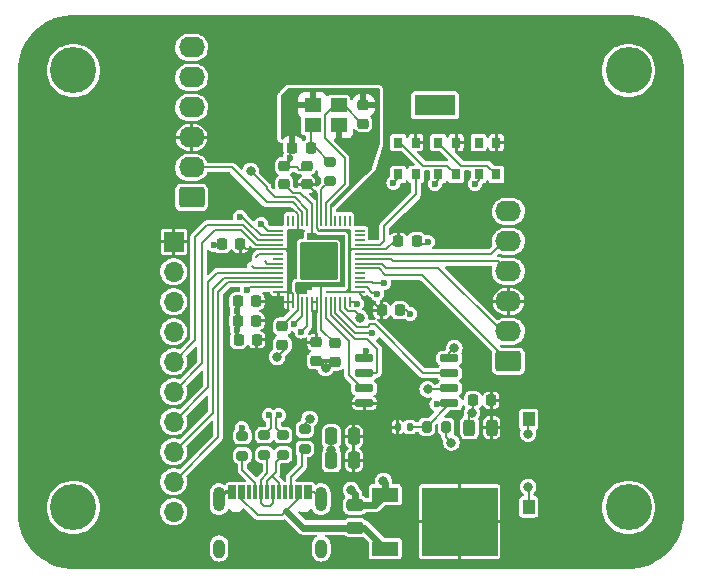
<source format=gtl>
G04 #@! TF.GenerationSoftware,KiCad,Pcbnew,6.0.2+dfsg-1*
G04 #@! TF.CreationDate,2023-01-06T20:52:01-08:00*
G04 #@! TF.ProjectId,RP2040_debugger,52503230-3430-45f6-9465-627567676572,REV1*
G04 #@! TF.SameCoordinates,Original*
G04 #@! TF.FileFunction,Copper,L1,Top*
G04 #@! TF.FilePolarity,Positive*
%FSLAX46Y46*%
G04 Gerber Fmt 4.6, Leading zero omitted, Abs format (unit mm)*
G04 Created by KiCad (PCBNEW 6.0.2+dfsg-1) date 2023-01-06 20:52:01*
%MOMM*%
%LPD*%
G01*
G04 APERTURE LIST*
G04 Aperture macros list*
%AMRoundRect*
0 Rectangle with rounded corners*
0 $1 Rounding radius*
0 $2 $3 $4 $5 $6 $7 $8 $9 X,Y pos of 4 corners*
0 Add a 4 corners polygon primitive as box body*
4,1,4,$2,$3,$4,$5,$6,$7,$8,$9,$2,$3,0*
0 Add four circle primitives for the rounded corners*
1,1,$1+$1,$2,$3*
1,1,$1+$1,$4,$5*
1,1,$1+$1,$6,$7*
1,1,$1+$1,$8,$9*
0 Add four rect primitives between the rounded corners*
20,1,$1+$1,$2,$3,$4,$5,0*
20,1,$1+$1,$4,$5,$6,$7,0*
20,1,$1+$1,$6,$7,$8,$9,0*
20,1,$1+$1,$8,$9,$2,$3,0*%
G04 Aperture macros list end*
G04 #@! TA.AperFunction,SMDPad,CuDef*
%ADD10R,0.750000X0.900000*%
G04 #@! TD*
G04 #@! TA.AperFunction,SMDPad,CuDef*
%ADD11RoundRect,0.225000X0.225000X0.250000X-0.225000X0.250000X-0.225000X-0.250000X0.225000X-0.250000X0*%
G04 #@! TD*
G04 #@! TA.AperFunction,SMDPad,CuDef*
%ADD12RoundRect,0.225000X-0.250000X0.225000X-0.250000X-0.225000X0.250000X-0.225000X0.250000X0.225000X0*%
G04 #@! TD*
G04 #@! TA.AperFunction,SMDPad,CuDef*
%ADD13RoundRect,0.225000X-0.225000X-0.250000X0.225000X-0.250000X0.225000X0.250000X-0.225000X0.250000X0*%
G04 #@! TD*
G04 #@! TA.AperFunction,SMDPad,CuDef*
%ADD14RoundRect,0.135000X-0.135000X-0.185000X0.135000X-0.185000X0.135000X0.185000X-0.135000X0.185000X0*%
G04 #@! TD*
G04 #@! TA.AperFunction,SMDPad,CuDef*
%ADD15RoundRect,0.150000X0.650000X0.150000X-0.650000X0.150000X-0.650000X-0.150000X0.650000X-0.150000X0*%
G04 #@! TD*
G04 #@! TA.AperFunction,SMDPad,CuDef*
%ADD16RoundRect,0.200000X-0.200000X-0.275000X0.200000X-0.275000X0.200000X0.275000X-0.200000X0.275000X0*%
G04 #@! TD*
G04 #@! TA.AperFunction,SMDPad,CuDef*
%ADD17RoundRect,0.225000X0.250000X-0.225000X0.250000X0.225000X-0.250000X0.225000X-0.250000X-0.225000X0*%
G04 #@! TD*
G04 #@! TA.AperFunction,SMDPad,CuDef*
%ADD18RoundRect,0.200000X0.275000X-0.200000X0.275000X0.200000X-0.275000X0.200000X-0.275000X-0.200000X0*%
G04 #@! TD*
G04 #@! TA.AperFunction,SMDPad,CuDef*
%ADD19RoundRect,0.050000X0.387500X0.050000X-0.387500X0.050000X-0.387500X-0.050000X0.387500X-0.050000X0*%
G04 #@! TD*
G04 #@! TA.AperFunction,SMDPad,CuDef*
%ADD20RoundRect,0.050000X0.050000X0.387500X-0.050000X0.387500X-0.050000X-0.387500X0.050000X-0.387500X0*%
G04 #@! TD*
G04 #@! TA.AperFunction,ComponentPad*
%ADD21C,0.600000*%
G04 #@! TD*
G04 #@! TA.AperFunction,SMDPad,CuDef*
%ADD22RoundRect,0.144000X1.456000X1.456000X-1.456000X1.456000X-1.456000X-1.456000X1.456000X-1.456000X0*%
G04 #@! TD*
G04 #@! TA.AperFunction,SMDPad,CuDef*
%ADD23RoundRect,0.243750X0.243750X0.456250X-0.243750X0.456250X-0.243750X-0.456250X0.243750X-0.456250X0*%
G04 #@! TD*
G04 #@! TA.AperFunction,SMDPad,CuDef*
%ADD24R,1.000000X1.200000*%
G04 #@! TD*
G04 #@! TA.AperFunction,SMDPad,CuDef*
%ADD25RoundRect,0.250000X0.250000X0.475000X-0.250000X0.475000X-0.250000X-0.475000X0.250000X-0.475000X0*%
G04 #@! TD*
G04 #@! TA.AperFunction,SMDPad,CuDef*
%ADD26RoundRect,0.200000X-0.275000X0.200000X-0.275000X-0.200000X0.275000X-0.200000X0.275000X0.200000X0*%
G04 #@! TD*
G04 #@! TA.AperFunction,ComponentPad*
%ADD27C,3.900000*%
G04 #@! TD*
G04 #@! TA.AperFunction,ComponentPad*
%ADD28R,1.700000X1.700000*%
G04 #@! TD*
G04 #@! TA.AperFunction,ComponentPad*
%ADD29O,1.700000X1.700000*%
G04 #@! TD*
G04 #@! TA.AperFunction,SMDPad,CuDef*
%ADD30RoundRect,0.250000X0.475000X-0.250000X0.475000X0.250000X-0.475000X0.250000X-0.475000X-0.250000X0*%
G04 #@! TD*
G04 #@! TA.AperFunction,SMDPad,CuDef*
%ADD31R,1.400000X1.200000*%
G04 #@! TD*
G04 #@! TA.AperFunction,ComponentPad*
%ADD32RoundRect,0.250000X0.845000X-0.620000X0.845000X0.620000X-0.845000X0.620000X-0.845000X-0.620000X0*%
G04 #@! TD*
G04 #@! TA.AperFunction,ComponentPad*
%ADD33O,2.190000X1.740000*%
G04 #@! TD*
G04 #@! TA.AperFunction,SMDPad,CuDef*
%ADD34R,3.430000X1.780000*%
G04 #@! TD*
G04 #@! TA.AperFunction,SMDPad,CuDef*
%ADD35R,2.200000X1.200000*%
G04 #@! TD*
G04 #@! TA.AperFunction,SMDPad,CuDef*
%ADD36R,6.400000X5.800000*%
G04 #@! TD*
G04 #@! TA.AperFunction,SMDPad,CuDef*
%ADD37R,0.300000X1.150000*%
G04 #@! TD*
G04 #@! TA.AperFunction,ComponentPad*
%ADD38O,1.000000X2.100000*%
G04 #@! TD*
G04 #@! TA.AperFunction,ComponentPad*
%ADD39O,1.000000X1.600000*%
G04 #@! TD*
G04 #@! TA.AperFunction,ViaPad*
%ADD40C,0.600000*%
G04 #@! TD*
G04 #@! TA.AperFunction,ViaPad*
%ADD41C,0.800000*%
G04 #@! TD*
G04 #@! TA.AperFunction,Conductor*
%ADD42C,0.200000*%
G04 #@! TD*
G04 #@! TA.AperFunction,Conductor*
%ADD43C,0.600000*%
G04 #@! TD*
G04 #@! TA.AperFunction,Conductor*
%ADD44C,0.300000*%
G04 #@! TD*
G04 APERTURE END LIST*
D10*
X97500000Y-66100000D03*
X99000000Y-66100000D03*
X99000000Y-68800000D03*
X97500000Y-68800000D03*
X104300000Y-68800000D03*
X105800000Y-68800000D03*
X105800000Y-66100000D03*
X104300000Y-66100000D03*
X100900000Y-68800000D03*
X102400000Y-68800000D03*
X102400000Y-66100000D03*
X100900000Y-66100000D03*
D11*
X85540000Y-82790000D03*
X83990000Y-82790000D03*
D12*
X87690000Y-81660000D03*
X87690000Y-83210000D03*
D13*
X97500000Y-74450000D03*
X99050000Y-74450000D03*
D11*
X105370000Y-87930000D03*
X103820000Y-87930000D03*
D14*
X97455000Y-90190000D03*
X98475000Y-90190000D03*
D15*
X101825000Y-88165000D03*
X101825000Y-86895000D03*
X101825000Y-85625000D03*
X101825000Y-84355000D03*
X94625000Y-84355000D03*
X94625000Y-85625000D03*
X94625000Y-86895000D03*
X94625000Y-88165000D03*
D11*
X90080000Y-66550000D03*
X88530000Y-66550000D03*
D16*
X99910000Y-90160000D03*
X101560000Y-90160000D03*
D12*
X90540000Y-83010000D03*
X90540000Y-84560000D03*
D11*
X84130000Y-74700000D03*
X82580000Y-74700000D03*
D17*
X89759000Y-69640000D03*
X89759000Y-68090000D03*
D18*
X87762000Y-92522000D03*
X87762000Y-90872000D03*
D17*
X87840000Y-69640000D03*
X87840000Y-68090000D03*
D13*
X96100000Y-80300000D03*
X97650000Y-80300000D03*
D11*
X85480000Y-81200000D03*
X83930000Y-81200000D03*
D19*
X94227500Y-78750000D03*
X94227500Y-78350000D03*
X94227500Y-77950000D03*
X94227500Y-77550000D03*
X94227500Y-77150000D03*
X94227500Y-76750000D03*
X94227500Y-76350000D03*
X94227500Y-75950000D03*
X94227500Y-75550000D03*
X94227500Y-75150000D03*
X94227500Y-74750000D03*
X94227500Y-74350000D03*
X94227500Y-73950000D03*
X94227500Y-73550000D03*
D20*
X93390000Y-72712500D03*
X92990000Y-72712500D03*
X92590000Y-72712500D03*
X92190000Y-72712500D03*
X91790000Y-72712500D03*
X91390000Y-72712500D03*
X90990000Y-72712500D03*
X90590000Y-72712500D03*
X90190000Y-72712500D03*
X89790000Y-72712500D03*
X89390000Y-72712500D03*
X88990000Y-72712500D03*
X88590000Y-72712500D03*
X88190000Y-72712500D03*
D19*
X87352500Y-73550000D03*
X87352500Y-73950000D03*
X87352500Y-74350000D03*
X87352500Y-74750000D03*
X87352500Y-75150000D03*
X87352500Y-75550000D03*
X87352500Y-75950000D03*
X87352500Y-76350000D03*
X87352500Y-76750000D03*
X87352500Y-77150000D03*
X87352500Y-77550000D03*
X87352500Y-77950000D03*
X87352500Y-78350000D03*
X87352500Y-78750000D03*
D20*
X88190000Y-79587500D03*
X88590000Y-79587500D03*
X88990000Y-79587500D03*
X89390000Y-79587500D03*
X89790000Y-79587500D03*
X90190000Y-79587500D03*
X90590000Y-79587500D03*
X90990000Y-79587500D03*
X91390000Y-79587500D03*
X91790000Y-79587500D03*
X92190000Y-79587500D03*
X92590000Y-79587500D03*
X92990000Y-79587500D03*
X93390000Y-79587500D03*
D21*
X90790000Y-76150000D03*
X92065000Y-77425000D03*
X90790000Y-74875000D03*
X92065000Y-74875000D03*
X90790000Y-77425000D03*
D22*
X90790000Y-76150000D03*
D21*
X89515000Y-76150000D03*
X89515000Y-74875000D03*
X92065000Y-76150000D03*
X89515000Y-77425000D03*
D17*
X94550000Y-64500000D03*
X94550000Y-62950000D03*
D18*
X86162000Y-92522000D03*
X86162000Y-90872000D03*
D12*
X92140000Y-83110000D03*
X92140000Y-84660000D03*
D11*
X85480000Y-79550000D03*
X83930000Y-79550000D03*
D18*
X91740000Y-69360000D03*
X91740000Y-67710000D03*
D23*
X105409500Y-90231000D03*
X103534500Y-90231000D03*
D24*
X108550000Y-96950000D03*
X108550000Y-89550000D03*
D25*
X93750000Y-90986000D03*
X91850000Y-90986000D03*
D26*
X84306000Y-90949000D03*
X84306000Y-92599000D03*
D18*
X89596000Y-92039000D03*
X89596000Y-90389000D03*
D27*
X70000000Y-97000000D03*
D28*
X78500000Y-74500000D03*
D29*
X78500000Y-77040000D03*
X78500000Y-79580000D03*
X78500000Y-82120000D03*
X78500000Y-84660000D03*
X78500000Y-87200000D03*
X78500000Y-89740000D03*
X78500000Y-92280000D03*
X78500000Y-94820000D03*
X78500000Y-97360000D03*
D27*
X117000000Y-97000000D03*
X70000000Y-60000000D03*
D30*
X93851000Y-98696000D03*
X93851000Y-96796000D03*
D25*
X93750000Y-93000000D03*
X91850000Y-93000000D03*
D31*
X90250000Y-64650000D03*
X92450000Y-64650000D03*
X92450000Y-62950000D03*
X90250000Y-62950000D03*
D32*
X106832000Y-84636000D03*
D33*
X106832000Y-82096000D03*
X106832000Y-79556000D03*
X106832000Y-77016000D03*
X106832000Y-74476000D03*
X106832000Y-71936000D03*
D27*
X117000000Y-60000000D03*
D34*
X100600000Y-62950000D03*
D32*
X80000000Y-70750000D03*
D33*
X80000000Y-68210000D03*
X80000000Y-65670000D03*
X80000000Y-63130000D03*
X80000000Y-60590000D03*
X80000000Y-58050000D03*
D35*
X96392000Y-95915000D03*
D36*
X102692000Y-98195000D03*
D35*
X96392000Y-100475000D03*
D37*
X83300000Y-95730000D03*
X84100000Y-95730000D03*
X85400000Y-95730000D03*
X86400000Y-95730000D03*
X86900000Y-95730000D03*
X87900000Y-95730000D03*
X89200000Y-95730000D03*
X90000000Y-95730000D03*
X89700000Y-95730000D03*
X88900000Y-95730000D03*
X88400000Y-95730000D03*
X87400000Y-95730000D03*
X85900000Y-95730000D03*
X84900000Y-95730000D03*
X84400000Y-95730000D03*
X83600000Y-95730000D03*
D38*
X90970000Y-96295000D03*
X82330000Y-96295000D03*
D39*
X82330000Y-100475000D03*
X90970000Y-100475000D03*
D40*
X104000000Y-69600000D03*
X100600000Y-69600000D03*
X97100000Y-69500000D03*
D41*
X91850000Y-92100000D03*
X87250000Y-84250000D03*
X108500000Y-95250000D03*
D40*
X94400000Y-66300000D03*
X84250000Y-90250000D03*
X81900000Y-74800000D03*
X88000000Y-62600000D03*
X94900000Y-67500000D03*
X95500000Y-61900000D03*
X88300000Y-67400000D03*
D41*
X102250000Y-83500000D03*
X91350000Y-85200000D03*
D40*
X88500000Y-61900000D03*
D41*
X103750000Y-89000000D03*
D40*
X99800000Y-62700000D03*
X88000000Y-63500000D03*
X98500000Y-80600000D03*
X95600000Y-65000000D03*
X94200000Y-68400000D03*
D41*
X93500000Y-95500000D03*
D40*
X83850000Y-81950000D03*
X93500000Y-61900000D03*
X100000000Y-74500000D03*
D41*
X96250000Y-94750000D03*
D40*
X88000000Y-64400000D03*
X88000000Y-65200000D03*
X95600000Y-66000000D03*
X83850000Y-80350000D03*
D41*
X90000000Y-89500000D03*
D40*
X95700000Y-78900000D03*
X96300000Y-78000000D03*
X84700000Y-78600000D03*
D41*
X85000000Y-68500000D03*
D40*
X85900000Y-73000000D03*
X84100000Y-72400000D03*
X100750000Y-88250000D03*
X94000000Y-79750000D03*
D41*
X102000000Y-91500000D03*
X108500000Y-90750000D03*
D40*
X89309413Y-82105241D03*
X87387000Y-89200000D03*
X86537000Y-89200000D03*
X88708371Y-81504199D03*
D41*
X100000000Y-87000000D03*
X94272119Y-80977881D03*
D40*
X95319640Y-82268741D03*
X94750000Y-83750000D03*
D42*
X86350000Y-70050000D02*
X87050000Y-70750000D01*
X87050000Y-70750000D02*
X88750000Y-70750000D01*
X85000000Y-68500000D02*
X86350000Y-69850000D01*
X86350000Y-69850000D02*
X86350000Y-70050000D01*
X88750000Y-70750000D02*
X89790000Y-71790000D01*
X89790000Y-71790000D02*
X89790000Y-72712500D01*
X97500000Y-69100000D02*
X97100000Y-69500000D01*
X97500000Y-68800000D02*
X97500000Y-69100000D01*
X104300000Y-68800000D02*
X104300000Y-69300000D01*
X100900000Y-69300000D02*
X100600000Y-69600000D01*
X100900000Y-68800000D02*
X100900000Y-69300000D01*
X104300000Y-69300000D02*
X104000000Y-69600000D01*
X99625000Y-68050489D02*
X101650489Y-68050489D01*
X97500000Y-66100000D02*
X97674511Y-66100000D01*
X101650489Y-68050489D02*
X102400000Y-68800000D01*
X97674511Y-66100000D02*
X99625000Y-68050489D01*
X105050489Y-68050489D02*
X105800000Y-68800000D01*
X102850489Y-68050489D02*
X105050489Y-68050489D01*
X100900000Y-66100000D02*
X102850489Y-68050489D01*
X99000000Y-70500000D02*
X99000000Y-68800000D01*
X96300000Y-73200000D02*
X99000000Y-70500000D01*
X96300000Y-74400000D02*
X96300000Y-73200000D01*
X95950000Y-74750000D02*
X96300000Y-74400000D01*
X94227500Y-74750000D02*
X95950000Y-74750000D01*
X88990000Y-72712500D02*
X88990000Y-73990000D01*
X91850000Y-93000000D02*
X91850000Y-92100000D01*
D43*
X96392000Y-95915000D02*
X96392000Y-94892000D01*
D42*
X89596000Y-89904000D02*
X90000000Y-89500000D01*
X98200000Y-80300000D02*
X98500000Y-80600000D01*
X103534500Y-89215500D02*
X103750000Y-89000000D01*
D43*
X93851000Y-95851000D02*
X93500000Y-95500000D01*
D44*
X82895000Y-95730000D02*
X82330000Y-96295000D01*
D42*
X81899500Y-74844989D02*
X82435011Y-74844989D01*
X88300000Y-67630000D02*
X87840000Y-68090000D01*
X108550000Y-95300000D02*
X108500000Y-95250000D01*
D44*
X83930000Y-80270000D02*
X83850000Y-80350000D01*
D43*
X96392000Y-94892000D02*
X96250000Y-94750000D01*
X93851000Y-96796000D02*
X93851000Y-95851000D01*
D44*
X83850000Y-82650000D02*
X83990000Y-82790000D01*
D42*
X84306000Y-90306000D02*
X84250000Y-90250000D01*
D44*
X90540000Y-84560000D02*
X90710000Y-84560000D01*
X83850000Y-82100000D02*
X83850000Y-81950000D01*
D42*
X82435011Y-74844989D02*
X82580000Y-74700000D01*
D44*
X83850000Y-79630000D02*
X83930000Y-79550000D01*
D43*
X93851000Y-96796000D02*
X95511000Y-96796000D01*
D42*
X88300000Y-67400000D02*
X88300000Y-67630000D01*
X89000000Y-68250000D02*
X89140000Y-68390000D01*
D44*
X90710000Y-84560000D02*
X91350000Y-85200000D01*
D42*
X89140000Y-68390000D02*
X89759000Y-68390000D01*
X100050000Y-62950000D02*
X99800000Y-62700000D01*
X89700000Y-95730000D02*
X90405000Y-95730000D01*
X89000000Y-68250000D02*
X88940000Y-68190000D01*
X82649500Y-74844989D02*
X82649511Y-74845000D01*
X88300000Y-66780000D02*
X88530000Y-66550000D01*
X97650000Y-80300000D02*
X98200000Y-80300000D01*
X81899500Y-74844989D02*
X81899500Y-74800500D01*
D44*
X83930000Y-80430000D02*
X83850000Y-80350000D01*
D42*
X81899500Y-74800500D02*
X81900000Y-74800000D01*
X89596000Y-90389000D02*
X89596000Y-89904000D01*
D44*
X83850000Y-80350000D02*
X83850000Y-79630000D01*
D42*
X99300000Y-74700000D02*
X99050000Y-74450000D01*
D44*
X83930000Y-81200000D02*
X83930000Y-80430000D01*
X83850000Y-82100000D02*
X83850000Y-82650000D01*
D42*
X93700000Y-68350000D02*
X93700000Y-69585500D01*
X100050000Y-74700000D02*
X99300000Y-74700000D01*
X100600000Y-62950000D02*
X100050000Y-62950000D01*
X98000000Y-80300000D02*
X97650000Y-80300000D01*
X100050000Y-74550000D02*
X100000000Y-74500000D01*
D44*
X92200000Y-84600000D02*
X92240000Y-84560000D01*
D42*
X100050000Y-74700000D02*
X100050000Y-74550000D01*
X91850000Y-92100000D02*
X91850000Y-90986000D01*
X108550000Y-96950000D02*
X108550000Y-95300000D01*
D44*
X83930000Y-79550000D02*
X83930000Y-80270000D01*
D42*
X101825000Y-84355000D02*
X101825000Y-83925000D01*
D44*
X83930000Y-81870000D02*
X83850000Y-81950000D01*
D42*
X84306000Y-90949000D02*
X84306000Y-90306000D01*
D44*
X91450000Y-84600000D02*
X92200000Y-84600000D01*
D42*
X103820000Y-88930000D02*
X103750000Y-89000000D01*
D43*
X95511000Y-96796000D02*
X96392000Y-95915000D01*
D44*
X90580000Y-84600000D02*
X90540000Y-84560000D01*
X83930000Y-81200000D02*
X83930000Y-81870000D01*
D42*
X91790000Y-71495500D02*
X91790000Y-72712500D01*
X103534500Y-90231000D02*
X103534500Y-89215500D01*
X90405000Y-95730000D02*
X90970000Y-96295000D01*
X103820000Y-87930000D02*
X103820000Y-88930000D01*
X88940000Y-68190000D02*
X88140000Y-68190000D01*
X101825000Y-83925000D02*
X102250000Y-83500000D01*
D44*
X83300000Y-95730000D02*
X82895000Y-95730000D01*
X91450000Y-84600000D02*
X90580000Y-84600000D01*
D42*
X87990000Y-83210000D02*
X87990000Y-83510000D01*
X93700000Y-69585500D02*
X91790000Y-71495500D01*
X88300000Y-67400000D02*
X88300000Y-66780000D01*
X87990000Y-83510000D02*
X87250000Y-84250000D01*
X89200000Y-96100000D02*
X89200000Y-95730000D01*
X88025000Y-97275000D02*
X89200000Y-96100000D01*
X84100000Y-96155000D02*
X85595000Y-97650000D01*
X87650000Y-97650000D02*
X88025000Y-97275000D01*
D43*
X94613000Y-98696000D02*
X96392000Y-100475000D01*
D42*
X84100000Y-95730000D02*
X84100000Y-96155000D01*
D43*
X93851000Y-98696000D02*
X94613000Y-98696000D01*
D42*
X85595000Y-97650000D02*
X87650000Y-97650000D01*
D43*
X89446000Y-98696000D02*
X88025000Y-97275000D01*
X93851000Y-98696000D02*
X89446000Y-98696000D01*
D42*
X90439999Y-82037465D02*
X90439999Y-81497843D01*
X90439999Y-81497843D02*
X90390489Y-81448333D01*
X90590000Y-73350000D02*
X90790000Y-73550000D01*
X88190000Y-79587500D02*
X88190000Y-78750000D01*
X90439999Y-80902169D02*
X90439999Y-80600001D01*
X86000000Y-71700000D02*
X88525000Y-71700000D01*
X94227500Y-78938750D02*
X94227500Y-78750000D01*
X90590000Y-72712500D02*
X90590000Y-70440000D01*
X88990000Y-72165000D02*
X88990000Y-72712500D01*
X84580000Y-75150000D02*
X84130000Y-74700000D01*
X88590000Y-79587500D02*
X88590000Y-78950000D01*
X94227500Y-78750000D02*
X93390000Y-78750000D01*
X90390489Y-81448333D02*
X90390489Y-80951679D01*
X90590000Y-70440000D02*
X90090000Y-69940000D01*
X90190000Y-79587500D02*
X90190000Y-80350002D01*
X90590000Y-80450000D02*
X90590000Y-79587500D01*
X97500000Y-74450000D02*
X97500000Y-74500000D01*
X88590000Y-78950000D02*
X88390000Y-78750000D01*
X90590000Y-72712500D02*
X90590000Y-73350000D01*
X96100000Y-80300000D02*
X95549511Y-79749511D01*
X94227500Y-75150000D02*
X96500000Y-75150000D01*
X96500000Y-75150000D02*
X97200000Y-74450000D01*
X90390489Y-80951679D02*
X90439999Y-80902169D01*
X95549511Y-79749511D02*
X95038261Y-79749511D01*
X90190000Y-80350002D02*
X90439999Y-80600001D01*
X87352500Y-78750000D02*
X88190000Y-78750000D01*
X97200000Y-74450000D02*
X97500000Y-74450000D01*
X95038261Y-79749511D02*
X94227500Y-78938750D01*
X90439999Y-80600001D02*
X90590000Y-80450000D01*
X88590000Y-79587500D02*
X88590000Y-80050000D01*
X87352500Y-75150000D02*
X84580000Y-75150000D01*
X94227500Y-75150000D02*
X93390000Y-75150000D01*
X90090000Y-69940000D02*
X89759000Y-69940000D01*
X90540000Y-83010000D02*
X90610000Y-83010000D01*
X88525000Y-71700000D02*
X88990000Y-72165000D01*
X87352500Y-75150000D02*
X88190000Y-75150000D01*
X88990000Y-79587500D02*
X88990000Y-80260000D01*
X88990000Y-79587500D02*
X88990000Y-78750000D01*
X88550000Y-70350000D02*
X87840000Y-69640000D01*
X91860000Y-83010000D02*
X92240000Y-83010000D01*
X89525000Y-70725000D02*
X89150000Y-70350000D01*
X87990000Y-81260000D02*
X87990000Y-81660000D01*
X90990000Y-79587500D02*
X90990000Y-81960000D01*
X90990000Y-81960000D02*
X92140000Y-83110000D01*
X90990000Y-79587500D02*
X90990000Y-78290000D01*
X88990000Y-80260000D02*
X87990000Y-81260000D01*
X90190000Y-72712500D02*
X90190000Y-74040000D01*
X90190000Y-71265000D02*
X90190000Y-72712500D01*
X89650000Y-70725000D02*
X89525000Y-70725000D01*
X89150000Y-70350000D02*
X88550000Y-70350000D01*
X89650000Y-70725000D02*
X90190000Y-71265000D01*
X90990000Y-78290000D02*
X90900000Y-78200000D01*
X94227500Y-76750000D02*
X95871169Y-76750000D01*
X95871169Y-76750000D02*
X96421169Y-77300000D01*
X99496000Y-77300000D02*
X106832000Y-84636000D01*
X96421169Y-77300000D02*
X99496000Y-77300000D01*
X97750000Y-76750000D02*
X97800000Y-76700000D01*
X96100000Y-76350000D02*
X96500000Y-76750000D01*
X94227500Y-76350000D02*
X96100000Y-76350000D01*
X96500000Y-76750000D02*
X97750000Y-76750000D01*
X97800000Y-76700000D02*
X100900000Y-76700000D01*
X100900000Y-76700000D02*
X106296000Y-82096000D01*
X106296000Y-82096000D02*
X106832000Y-82096000D01*
X105966500Y-76150500D02*
X106832000Y-77016000D01*
X97100000Y-76150500D02*
X105966500Y-76150500D01*
X96899500Y-75950000D02*
X94227500Y-75950000D01*
X97100000Y-76150500D02*
X96899500Y-75950000D01*
X94227500Y-75550000D02*
X105350000Y-75550000D01*
X106424000Y-74476000D02*
X106832000Y-74476000D01*
X105350000Y-75550000D02*
X106424000Y-74476000D01*
X90080000Y-64820000D02*
X90250000Y-64650000D01*
X90500000Y-66550000D02*
X90080000Y-66550000D01*
X91890000Y-67810000D02*
X91760000Y-67810000D01*
X91760000Y-67810000D02*
X90500000Y-66550000D01*
X90080000Y-66550000D02*
X90080000Y-64820000D01*
X91690000Y-67710000D02*
X91730000Y-67710000D01*
X91730000Y-67710000D02*
X91790000Y-67650000D01*
X85400000Y-94900000D02*
X84306000Y-93806000D01*
X84306000Y-93806000D02*
X84306000Y-92599000D01*
X85400000Y-95730000D02*
X85400000Y-94900000D01*
X89346000Y-92289000D02*
X89596000Y-92039000D01*
X89346000Y-93504000D02*
X89346000Y-92289000D01*
X88400000Y-94450000D02*
X88400000Y-95730000D01*
X89346000Y-93504000D02*
X88400000Y-94450000D01*
X81400000Y-86840000D02*
X78500000Y-89740000D01*
X82150000Y-77150000D02*
X81400000Y-77900000D01*
X87352500Y-77150000D02*
X82150000Y-77150000D01*
X81400000Y-77900000D02*
X81400000Y-86840000D01*
X81800000Y-88980000D02*
X78500000Y-92280000D01*
X82750000Y-77550000D02*
X81800000Y-78500000D01*
X87352500Y-77550000D02*
X82750000Y-77550000D01*
X81800000Y-78500000D02*
X81800000Y-88980000D01*
X87352500Y-77950000D02*
X83050000Y-77950000D01*
X83050000Y-77950000D02*
X82250000Y-78750000D01*
X82250000Y-91070000D02*
X78500000Y-94820000D01*
X82250000Y-78750000D02*
X82250000Y-91070000D01*
X95300000Y-78800000D02*
X94850000Y-78350000D01*
X94850000Y-78350000D02*
X94227500Y-78350000D01*
X95600000Y-78800000D02*
X95700000Y-78900000D01*
X95300000Y-78800000D02*
X95600000Y-78800000D01*
X95701089Y-77998911D02*
X95702178Y-78000000D01*
X95300000Y-77950000D02*
X94227500Y-77950000D01*
X95702178Y-78000000D02*
X96300000Y-78000000D01*
X95348911Y-77998911D02*
X95300000Y-77950000D01*
X95701089Y-77998911D02*
X95348911Y-77998911D01*
X84700000Y-78600000D02*
X84950000Y-78350000D01*
X84950000Y-78350000D02*
X87352500Y-78350000D01*
X86350000Y-71150000D02*
X83410000Y-68210000D01*
X83410000Y-68210000D02*
X80250000Y-68210000D01*
X80250000Y-68210000D02*
X80000000Y-67960000D01*
X89390000Y-72712500D02*
X89390000Y-71965000D01*
X89390000Y-71965000D02*
X88575000Y-71150000D01*
X88575000Y-71150000D02*
X86350000Y-71150000D01*
X94550000Y-64500000D02*
X94475000Y-64500000D01*
X91300000Y-65700000D02*
X91300000Y-63800000D01*
X94475000Y-64500000D02*
X92925000Y-62950000D01*
X92990000Y-69612139D02*
X92990000Y-67390000D01*
X92990000Y-67390000D02*
X91300000Y-65700000D01*
X92925000Y-62950000D02*
X92450000Y-62950000D01*
X92150000Y-62950000D02*
X92450000Y-62950000D01*
X91300000Y-63800000D02*
X92150000Y-62950000D01*
X91390000Y-72712500D02*
X91390000Y-71212139D01*
X91390000Y-71212139D02*
X92990000Y-69612139D01*
X86900000Y-95730000D02*
X86900000Y-96650000D01*
X86650000Y-96900000D02*
X86150000Y-96900000D01*
X86150000Y-96900000D02*
X85900000Y-96650000D01*
X86432305Y-94099495D02*
X86432305Y-92792305D01*
X85900000Y-96650000D02*
X85900000Y-95730000D01*
X86432305Y-92792305D02*
X86162000Y-92522000D01*
X86900000Y-96650000D02*
X86650000Y-96900000D01*
X85900000Y-94631800D02*
X86432305Y-94099495D01*
X85900000Y-95730000D02*
X85900000Y-94631800D01*
X87400000Y-95730000D02*
X87400000Y-94900000D01*
X87132305Y-94035895D02*
X87132305Y-93151695D01*
X86400000Y-94768200D02*
X86834100Y-94334100D01*
X86834100Y-94334100D02*
X87132305Y-94035895D01*
X86400000Y-95730000D02*
X86400000Y-94768200D01*
X87132305Y-93151695D02*
X87762000Y-92522000D01*
X87400000Y-94900000D02*
X86834100Y-94334100D01*
X85900000Y-73000000D02*
X86450000Y-73550000D01*
X86450000Y-73550000D02*
X87352500Y-73550000D01*
X87352500Y-73950000D02*
X85850000Y-73950000D01*
X84700000Y-72800000D02*
X84300000Y-72400000D01*
X85850000Y-73950000D02*
X84700000Y-72800000D01*
X84300000Y-72400000D02*
X84100000Y-72400000D01*
X80300000Y-74100000D02*
X80300000Y-82860000D01*
X85615006Y-74350000D02*
X84365486Y-73100480D01*
X81299520Y-73100480D02*
X80300000Y-74100000D01*
X87352500Y-74350000D02*
X85615006Y-74350000D01*
X84365486Y-73100480D02*
X81299520Y-73100480D01*
X80300000Y-82860000D02*
X78500000Y-84660000D01*
X87352500Y-74750000D02*
X85450000Y-74750000D01*
X80900000Y-74600000D02*
X80900000Y-84800000D01*
X85450000Y-74750000D02*
X84200000Y-73500000D01*
X80900000Y-84800000D02*
X78500000Y-87200000D01*
X84200000Y-73500000D02*
X82000000Y-73500000D01*
X82000000Y-73500000D02*
X80900000Y-74600000D01*
X99880000Y-90190000D02*
X99910000Y-90160000D01*
X98475000Y-90190000D02*
X99880000Y-90190000D01*
X101825000Y-88245000D02*
X99910000Y-90160000D01*
X101740000Y-88250000D02*
X101825000Y-88165000D01*
X93950000Y-79700000D02*
X94000000Y-79750000D01*
X93390000Y-79550000D02*
X93390000Y-79522500D01*
X101825000Y-88165000D02*
X101825000Y-88245000D01*
X93887500Y-79587500D02*
X93390000Y-79587500D01*
X100750000Y-88250000D02*
X101740000Y-88250000D01*
X93950000Y-79650000D02*
X93887500Y-79587500D01*
X93390000Y-79750000D02*
X93390000Y-79550000D01*
X93950000Y-79650000D02*
X93950000Y-79700000D01*
X101560000Y-90160000D02*
X101560000Y-91060000D01*
X101560000Y-91060000D02*
X102000000Y-91500000D01*
X108500000Y-89600000D02*
X108550000Y-89550000D01*
X108500000Y-90750000D02*
X108500000Y-89600000D01*
X90990000Y-72712500D02*
X90990000Y-70060000D01*
X90990000Y-70060000D02*
X91690000Y-69360000D01*
X89790000Y-79587500D02*
X89790000Y-81624654D01*
X87387000Y-89200000D02*
X87187001Y-89399999D01*
X87187001Y-89399999D02*
X87187001Y-90297001D01*
X89790000Y-81624654D02*
X89309413Y-82105241D01*
X87187001Y-90297001D02*
X87762000Y-90872000D01*
X86537000Y-89200000D02*
X86736999Y-89399999D01*
X86736999Y-89399999D02*
X86736999Y-90297001D01*
X89390000Y-79587500D02*
X89390000Y-80800000D01*
X86736999Y-90297001D02*
X86162000Y-90872000D01*
X89390000Y-80800000D02*
X88685801Y-81504199D01*
X88685801Y-81504199D02*
X88708371Y-81504199D01*
X93800000Y-80350000D02*
X93220000Y-80350000D01*
X94350000Y-80900000D02*
X94272119Y-80977881D01*
X94350000Y-80900000D02*
X93800000Y-80350000D01*
X100000000Y-87000000D02*
X101720000Y-87000000D01*
X101720000Y-87000000D02*
X101825000Y-86895000D01*
X93220000Y-80350000D02*
X92990000Y-80120000D01*
X92990000Y-80120000D02*
X92990000Y-79577500D01*
X99625000Y-85625000D02*
X101825000Y-85625000D01*
X94900000Y-81700000D02*
X95100000Y-81500000D01*
X92590000Y-80285006D02*
X94004994Y-81700000D01*
X92590000Y-79577500D02*
X92590000Y-80285006D01*
X95100000Y-81500000D02*
X95500000Y-81500000D01*
X94004994Y-81700000D02*
X94900000Y-81700000D01*
X95500000Y-81500000D02*
X99625000Y-85625000D01*
X93882852Y-82200000D02*
X94800000Y-82200000D01*
X95250899Y-82200000D02*
X95319640Y-82268741D01*
X92190000Y-80507148D02*
X93882852Y-82200000D01*
X94625000Y-83875000D02*
X94750000Y-83750000D01*
X92190000Y-79587500D02*
X92190000Y-80507148D01*
X94800000Y-82200000D02*
X95250899Y-82200000D01*
X94625000Y-84355000D02*
X94625000Y-83875000D01*
X94832798Y-82700000D02*
X95724520Y-83591722D01*
X91790000Y-79587500D02*
X91790000Y-80690000D01*
X91790000Y-80690000D02*
X93800000Y-82700000D01*
X95625000Y-85625000D02*
X94625000Y-85625000D01*
X95724520Y-85525480D02*
X95625000Y-85625000D01*
X93800000Y-82700000D02*
X94832798Y-82700000D01*
X95724520Y-83591722D02*
X95724520Y-85525480D01*
X94625000Y-86895000D02*
X94395000Y-86895000D01*
X93325000Y-85825000D02*
X93325000Y-82925000D01*
X91390000Y-79587500D02*
X91390000Y-80990000D01*
X94395000Y-86895000D02*
X93325000Y-85825000D01*
X91390000Y-80990000D02*
X93325000Y-82925000D01*
X85485108Y-75792543D02*
X85727651Y-75550000D01*
X85727651Y-75550000D02*
X87352500Y-75550000D01*
X86200000Y-76150500D02*
X86399500Y-76350000D01*
X86399500Y-76350000D02*
X87352500Y-76350000D01*
X85299489Y-76750000D02*
X85099989Y-76550500D01*
X87352500Y-76750000D02*
X85299489Y-76750000D01*
G04 #@! TA.AperFunction,Conductor*
G36*
X90563566Y-73767313D02*
G01*
X90588876Y-73811150D01*
X90590000Y-73824000D01*
X90590000Y-73950000D01*
X92916000Y-73950000D01*
X92963566Y-73967313D01*
X92988876Y-74011150D01*
X92990000Y-74024000D01*
X92990000Y-78276000D01*
X92972687Y-78323566D01*
X92928850Y-78348876D01*
X92916000Y-78350000D01*
X90190000Y-78350000D01*
X90190000Y-78476000D01*
X90172687Y-78523566D01*
X90128850Y-78548876D01*
X90116000Y-78550000D01*
X89790000Y-78550000D01*
X89790000Y-78875500D01*
X89772687Y-78923066D01*
X89728850Y-78948376D01*
X89722559Y-78948926D01*
X89722580Y-78949144D01*
X89718966Y-78949500D01*
X89715326Y-78949500D01*
X89713652Y-78949833D01*
X89710250Y-78950000D01*
X89469750Y-78950000D01*
X89466348Y-78949833D01*
X89464674Y-78949500D01*
X89315326Y-78949500D01*
X89313652Y-78949833D01*
X89310250Y-78950000D01*
X88961269Y-78950000D01*
X88913703Y-78932687D01*
X88889079Y-78892268D01*
X88888482Y-78889620D01*
X88888226Y-78882792D01*
X88885529Y-78876515D01*
X88885528Y-78876510D01*
X88882584Y-78869657D01*
X88877826Y-78853998D01*
X88876460Y-78846664D01*
X88875209Y-78839947D01*
X88871624Y-78834132D01*
X88871623Y-78834128D01*
X88860270Y-78815710D01*
X88855274Y-78806093D01*
X88846097Y-78784733D01*
X88846096Y-78784731D01*
X88844036Y-78779937D01*
X88840023Y-78775051D01*
X88833590Y-78768618D01*
X88822923Y-78755123D01*
X88820055Y-78750470D01*
X88820053Y-78750468D01*
X88816468Y-78744652D01*
X88811029Y-78740516D01*
X88809181Y-78738478D01*
X88790000Y-78688770D01*
X88790000Y-78024000D01*
X88807313Y-77976434D01*
X88851150Y-77951124D01*
X88864000Y-77950000D01*
X89286007Y-77950000D01*
X89290846Y-77950158D01*
X89291231Y-77950183D01*
X89293637Y-77950500D01*
X90789691Y-77950500D01*
X92286362Y-77950499D01*
X92288771Y-77950182D01*
X92289135Y-77950158D01*
X92293975Y-77950000D01*
X92390000Y-77950000D01*
X92390000Y-77941074D01*
X92395801Y-77931026D01*
X92428615Y-77900959D01*
X92440776Y-77895289D01*
X92440781Y-77895285D01*
X92446645Y-77892551D01*
X92532551Y-77806645D01*
X92583894Y-77696539D01*
X92590500Y-77646363D01*
X92590499Y-74653638D01*
X92583894Y-74603461D01*
X92532551Y-74493355D01*
X92446645Y-74407449D01*
X92336539Y-74356106D01*
X92286363Y-74349500D01*
X92273677Y-74349500D01*
X89863999Y-74349501D01*
X89816434Y-74332188D01*
X89791124Y-74288351D01*
X89790000Y-74275501D01*
X89790000Y-73824000D01*
X89807313Y-73776434D01*
X89851150Y-73751124D01*
X89864000Y-73750000D01*
X90516000Y-73750000D01*
X90563566Y-73767313D01*
G37*
G04 #@! TD.AperFunction*
G04 #@! TA.AperFunction,Conductor*
G36*
X116982282Y-55301504D02*
G01*
X117000000Y-55304628D01*
X117010364Y-55302801D01*
X117031866Y-55301392D01*
X117405316Y-55317697D01*
X117413920Y-55318450D01*
X117631017Y-55347031D01*
X117811874Y-55370842D01*
X117820357Y-55372337D01*
X118212232Y-55459214D01*
X118220565Y-55461447D01*
X118603380Y-55582148D01*
X118611482Y-55585096D01*
X118890332Y-55700599D01*
X118982315Y-55738700D01*
X118990142Y-55742350D01*
X119346170Y-55927687D01*
X119353632Y-55931995D01*
X119692181Y-56147674D01*
X119699233Y-56152612D01*
X120017676Y-56396962D01*
X120024280Y-56402503D01*
X120320223Y-56673685D01*
X120326315Y-56679777D01*
X120597497Y-56975720D01*
X120603036Y-56982322D01*
X120847388Y-57300767D01*
X120852326Y-57307819D01*
X121068005Y-57646368D01*
X121072313Y-57653830D01*
X121184425Y-57869194D01*
X121257650Y-58009858D01*
X121261300Y-58017685D01*
X121411135Y-58379418D01*
X121414901Y-58388511D01*
X121417852Y-58396620D01*
X121526419Y-58740950D01*
X121538553Y-58779433D01*
X121540786Y-58787768D01*
X121627663Y-59179643D01*
X121629158Y-59188126D01*
X121633421Y-59220500D01*
X121681550Y-59586080D01*
X121682303Y-59594684D01*
X121698608Y-59968134D01*
X121697199Y-59989636D01*
X121695372Y-60000000D01*
X121696876Y-60008530D01*
X121698496Y-60017717D01*
X121700000Y-60034908D01*
X121700000Y-97465092D01*
X121698496Y-97482282D01*
X121695372Y-97500000D01*
X121696876Y-97508530D01*
X121697199Y-97510362D01*
X121698608Y-97531866D01*
X121682303Y-97905316D01*
X121681550Y-97913920D01*
X121660134Y-98076593D01*
X121629496Y-98309316D01*
X121629160Y-98311865D01*
X121627663Y-98320357D01*
X121566354Y-98596904D01*
X121540788Y-98712225D01*
X121538553Y-98720565D01*
X121421193Y-99092787D01*
X121417855Y-99103373D01*
X121414904Y-99111482D01*
X121324899Y-99328773D01*
X121261300Y-99482315D01*
X121257650Y-99490142D01*
X121072313Y-99846170D01*
X121068005Y-99853632D01*
X120852326Y-100192181D01*
X120847388Y-100199233D01*
X120692334Y-100401303D01*
X120603038Y-100517676D01*
X120597497Y-100524280D01*
X120326315Y-100820223D01*
X120320223Y-100826315D01*
X120024280Y-101097497D01*
X120017678Y-101103036D01*
X119699233Y-101347388D01*
X119692181Y-101352326D01*
X119353632Y-101568005D01*
X119346170Y-101572313D01*
X119044146Y-101729537D01*
X118990142Y-101757650D01*
X118982315Y-101761300D01*
X118611482Y-101914904D01*
X118603380Y-101917852D01*
X118220567Y-102038553D01*
X118212232Y-102040786D01*
X117820357Y-102127663D01*
X117811874Y-102129158D01*
X117631017Y-102152969D01*
X117413920Y-102181550D01*
X117405316Y-102182303D01*
X117031866Y-102198608D01*
X117010364Y-102197199D01*
X117000000Y-102195372D01*
X116991470Y-102196876D01*
X116982283Y-102198496D01*
X116965092Y-102200000D01*
X70034908Y-102200000D01*
X70017717Y-102198496D01*
X70008530Y-102196876D01*
X70000000Y-102195372D01*
X69989636Y-102197199D01*
X69968134Y-102198608D01*
X69594684Y-102182303D01*
X69586080Y-102181550D01*
X69368983Y-102152969D01*
X69188126Y-102129158D01*
X69179643Y-102127663D01*
X68787768Y-102040786D01*
X68779433Y-102038553D01*
X68396620Y-101917852D01*
X68388518Y-101914904D01*
X68017685Y-101761300D01*
X68009858Y-101757650D01*
X67955854Y-101729537D01*
X67653830Y-101572313D01*
X67646368Y-101568005D01*
X67307819Y-101352326D01*
X67300767Y-101347388D01*
X66982322Y-101103036D01*
X66975720Y-101097497D01*
X66679777Y-100826315D01*
X66673685Y-100820223D01*
X66673623Y-100820155D01*
X81529500Y-100820155D01*
X81544454Y-100953472D01*
X81546276Y-100958704D01*
X81595623Y-101100409D01*
X81603515Y-101123073D01*
X81612738Y-101137833D01*
X81694972Y-101269434D01*
X81698684Y-101275375D01*
X81753575Y-101330650D01*
X81795996Y-101373368D01*
X81825230Y-101402807D01*
X81829904Y-101405773D01*
X81829905Y-101405774D01*
X81840805Y-101412691D01*
X81976864Y-101499037D01*
X82146049Y-101559281D01*
X82151536Y-101559935D01*
X82151539Y-101559936D01*
X82318880Y-101579890D01*
X82318883Y-101579890D01*
X82324376Y-101580545D01*
X82502983Y-101561773D01*
X82508223Y-101559989D01*
X82508224Y-101559989D01*
X82667751Y-101505682D01*
X82667755Y-101505680D01*
X82672993Y-101503897D01*
X82677703Y-101500999D01*
X82677708Y-101500997D01*
X82821246Y-101412691D01*
X82825955Y-101409794D01*
X82887000Y-101350015D01*
X82950315Y-101288012D01*
X82954268Y-101284141D01*
X83051554Y-101133183D01*
X83112978Y-100964422D01*
X83130500Y-100825717D01*
X83130500Y-100129845D01*
X83115546Y-99996528D01*
X83056485Y-99826927D01*
X82983548Y-99710203D01*
X82964247Y-99679315D01*
X82964245Y-99679313D01*
X82961316Y-99674625D01*
X82900109Y-99612990D01*
X82838671Y-99551121D01*
X82838669Y-99551120D01*
X82834770Y-99547193D01*
X82829855Y-99544074D01*
X82687810Y-99453929D01*
X82687809Y-99453928D01*
X82683136Y-99450963D01*
X82513951Y-99390719D01*
X82508464Y-99390065D01*
X82508461Y-99390064D01*
X82341120Y-99370110D01*
X82341117Y-99370110D01*
X82335624Y-99369455D01*
X82157017Y-99388227D01*
X82151777Y-99390011D01*
X82151776Y-99390011D01*
X81992249Y-99444318D01*
X81992245Y-99444320D01*
X81987007Y-99446103D01*
X81982297Y-99449001D01*
X81982292Y-99449003D01*
X81891733Y-99504716D01*
X81834045Y-99540206D01*
X81705732Y-99665859D01*
X81608446Y-99816817D01*
X81547022Y-99985578D01*
X81529500Y-100124283D01*
X81529500Y-100820155D01*
X66673623Y-100820155D01*
X66402503Y-100524280D01*
X66396962Y-100517676D01*
X66307666Y-100401303D01*
X66152612Y-100199233D01*
X66147674Y-100192181D01*
X65931995Y-99853632D01*
X65927687Y-99846170D01*
X65742350Y-99490142D01*
X65738700Y-99482315D01*
X65675101Y-99328773D01*
X65585096Y-99111482D01*
X65582145Y-99103373D01*
X65578808Y-99092787D01*
X65461447Y-98720565D01*
X65459212Y-98712225D01*
X65433646Y-98596904D01*
X65372337Y-98320357D01*
X65370840Y-98311865D01*
X65370505Y-98309316D01*
X65339866Y-98076593D01*
X65318450Y-97913920D01*
X65317697Y-97905316D01*
X65301392Y-97531866D01*
X65302801Y-97510362D01*
X65303124Y-97508530D01*
X65304628Y-97500000D01*
X65301504Y-97482282D01*
X65300000Y-97465092D01*
X65300000Y-97000000D01*
X67744671Y-97000000D01*
X67744883Y-97003234D01*
X67761044Y-97249797D01*
X67763966Y-97294380D01*
X67821519Y-97583722D01*
X67916348Y-97863077D01*
X67974632Y-97981266D01*
X68041589Y-98117040D01*
X68046828Y-98127664D01*
X68210727Y-98372957D01*
X68405242Y-98594758D01*
X68627043Y-98789273D01*
X68872335Y-98953172D01*
X68875239Y-98954604D01*
X68875244Y-98954607D01*
X69134009Y-99082215D01*
X69136923Y-99083652D01*
X69139992Y-99084694D01*
X69139995Y-99084695D01*
X69179011Y-99097939D01*
X69416278Y-99178481D01*
X69705620Y-99236034D01*
X69708842Y-99236245D01*
X69708848Y-99236246D01*
X69996766Y-99255117D01*
X70000000Y-99255329D01*
X70003234Y-99255117D01*
X70291152Y-99236246D01*
X70291158Y-99236245D01*
X70294380Y-99236034D01*
X70583722Y-99178481D01*
X70820989Y-99097939D01*
X70860005Y-99084695D01*
X70860008Y-99084694D01*
X70863077Y-99083652D01*
X70865991Y-99082215D01*
X71124756Y-98954607D01*
X71124761Y-98954604D01*
X71127665Y-98953172D01*
X71372957Y-98789273D01*
X71594758Y-98594758D01*
X71789273Y-98372957D01*
X71953172Y-98127664D01*
X71958412Y-98117040D01*
X72025368Y-97981266D01*
X72083652Y-97863077D01*
X72178481Y-97583722D01*
X72228998Y-97329754D01*
X77344967Y-97329754D01*
X77348142Y-97378197D01*
X77358262Y-97532598D01*
X77358796Y-97540749D01*
X77359912Y-97545142D01*
X77359912Y-97545144D01*
X77405121Y-97723153D01*
X77410845Y-97745690D01*
X77412747Y-97749815D01*
X77412747Y-97749816D01*
X77480074Y-97895859D01*
X77499369Y-97937714D01*
X77621405Y-98110391D01*
X77772865Y-98257937D01*
X77776638Y-98260458D01*
X77944899Y-98372887D01*
X77944902Y-98372889D01*
X77948677Y-98375411D01*
X78045472Y-98416997D01*
X78138774Y-98457083D01*
X78138778Y-98457084D01*
X78142953Y-98458878D01*
X78147387Y-98459881D01*
X78147386Y-98459881D01*
X78344760Y-98504543D01*
X78344765Y-98504544D01*
X78349186Y-98505544D01*
X78454828Y-98509695D01*
X78555937Y-98513668D01*
X78555938Y-98513668D01*
X78560470Y-98513846D01*
X78769730Y-98483504D01*
X78774029Y-98482045D01*
X78774032Y-98482044D01*
X78965654Y-98416997D01*
X78969955Y-98415537D01*
X79154442Y-98312219D01*
X79317012Y-98177012D01*
X79452219Y-98014442D01*
X79536988Y-97863077D01*
X79553319Y-97833916D01*
X79553320Y-97833914D01*
X79555537Y-97829955D01*
X79567243Y-97795470D01*
X79622044Y-97634032D01*
X79622045Y-97634029D01*
X79623504Y-97629730D01*
X79629787Y-97586400D01*
X79653426Y-97423369D01*
X79653426Y-97423363D01*
X79653846Y-97420470D01*
X79654214Y-97406444D01*
X79655353Y-97362914D01*
X79655353Y-97362909D01*
X79655429Y-97360000D01*
X79654464Y-97349489D01*
X79642440Y-97218648D01*
X79636081Y-97149440D01*
X79622189Y-97100182D01*
X79579920Y-96950306D01*
X79579920Y-96950305D01*
X79578686Y-96945931D01*
X79551180Y-96890155D01*
X81529500Y-96890155D01*
X81529809Y-96892909D01*
X81529809Y-96892911D01*
X81531828Y-96910909D01*
X81544454Y-97023472D01*
X81546276Y-97028704D01*
X81598457Y-97178547D01*
X81603515Y-97193073D01*
X81610082Y-97203583D01*
X81684714Y-97323018D01*
X81698684Y-97345375D01*
X81716101Y-97362914D01*
X81817569Y-97465092D01*
X81825230Y-97472807D01*
X81829904Y-97475773D01*
X81829905Y-97475774D01*
X81939215Y-97545144D01*
X81976864Y-97569037D01*
X82146049Y-97629281D01*
X82151536Y-97629935D01*
X82151539Y-97629936D01*
X82318880Y-97649890D01*
X82318883Y-97649890D01*
X82324376Y-97650545D01*
X82502983Y-97631773D01*
X82508223Y-97629989D01*
X82508224Y-97629989D01*
X82667751Y-97575682D01*
X82667755Y-97575680D01*
X82672993Y-97573897D01*
X82677703Y-97570999D01*
X82677708Y-97570997D01*
X82821246Y-97482691D01*
X82825955Y-97479794D01*
X82876581Y-97430218D01*
X82950315Y-97358012D01*
X82954268Y-97354141D01*
X83051554Y-97203183D01*
X83065356Y-97165262D01*
X83103026Y-97117047D01*
X83161841Y-97100182D01*
X83219336Y-97121109D01*
X83241974Y-97146075D01*
X83266335Y-97184461D01*
X83274214Y-97196877D01*
X83389418Y-97305062D01*
X83394881Y-97308065D01*
X83394882Y-97308066D01*
X83522450Y-97378197D01*
X83522454Y-97378198D01*
X83527908Y-97381197D01*
X83533934Y-97382744D01*
X83533936Y-97382745D01*
X83674946Y-97418951D01*
X83674950Y-97418952D01*
X83680981Y-97420500D01*
X83799350Y-97420500D01*
X83916792Y-97405664D01*
X84063732Y-97347486D01*
X84191587Y-97254594D01*
X84195553Y-97249800D01*
X84195556Y-97249797D01*
X84288354Y-97137622D01*
X84292324Y-97132823D01*
X84302459Y-97111285D01*
X84344342Y-97066684D01*
X84404443Y-97055217D01*
X84462041Y-97083433D01*
X85356658Y-97978050D01*
X85378156Y-97989004D01*
X85391386Y-97997111D01*
X85410910Y-98011296D01*
X85418320Y-98013704D01*
X85418321Y-98013704D01*
X85433855Y-98018751D01*
X85448204Y-98024695D01*
X85469696Y-98035646D01*
X85493518Y-98039419D01*
X85493524Y-98039420D01*
X85508627Y-98043046D01*
X85524157Y-98048092D01*
X85524160Y-98048093D01*
X85531567Y-98050499D01*
X85563477Y-98050499D01*
X85563481Y-98050500D01*
X87713433Y-98050500D01*
X87736380Y-98043044D01*
X87751481Y-98039419D01*
X87767609Y-98036865D01*
X87767611Y-98036864D01*
X87775304Y-98035646D01*
X87796797Y-98024695D01*
X87811143Y-98018752D01*
X87834091Y-98011296D01*
X87835118Y-98014455D01*
X87881151Y-98007150D01*
X87935697Y-98034932D01*
X88988967Y-99088203D01*
X88997499Y-99097932D01*
X89017718Y-99124282D01*
X89049213Y-99148449D01*
X89049214Y-99148450D01*
X89143159Y-99220536D01*
X89289238Y-99281044D01*
X89446000Y-99301682D01*
X89478928Y-99297347D01*
X89491849Y-99296500D01*
X90520324Y-99296500D01*
X90578515Y-99315407D01*
X90614479Y-99364907D01*
X90614479Y-99426093D01*
X90578515Y-99475593D01*
X90572199Y-99479821D01*
X90545088Y-99496500D01*
X90474045Y-99540206D01*
X90345732Y-99665859D01*
X90248446Y-99816817D01*
X90187022Y-99985578D01*
X90169500Y-100124283D01*
X90169500Y-100820155D01*
X90184454Y-100953472D01*
X90186276Y-100958704D01*
X90235623Y-101100409D01*
X90243515Y-101123073D01*
X90252738Y-101137833D01*
X90334972Y-101269434D01*
X90338684Y-101275375D01*
X90393575Y-101330650D01*
X90435996Y-101373368D01*
X90465230Y-101402807D01*
X90469904Y-101405773D01*
X90469905Y-101405774D01*
X90480805Y-101412691D01*
X90616864Y-101499037D01*
X90786049Y-101559281D01*
X90791536Y-101559935D01*
X90791539Y-101559936D01*
X90958880Y-101579890D01*
X90958883Y-101579890D01*
X90964376Y-101580545D01*
X91142983Y-101561773D01*
X91148223Y-101559989D01*
X91148224Y-101559989D01*
X91307751Y-101505682D01*
X91307755Y-101505680D01*
X91312993Y-101503897D01*
X91317703Y-101500999D01*
X91317708Y-101500997D01*
X91461246Y-101412691D01*
X91465955Y-101409794D01*
X91527000Y-101350015D01*
X91590315Y-101288012D01*
X91594268Y-101284141D01*
X91691554Y-101133183D01*
X91752978Y-100964422D01*
X91770500Y-100825717D01*
X91770500Y-100129845D01*
X91755546Y-99996528D01*
X91696485Y-99826927D01*
X91623548Y-99710203D01*
X91604247Y-99679315D01*
X91604245Y-99679313D01*
X91601316Y-99674625D01*
X91540109Y-99612990D01*
X91478671Y-99551121D01*
X91478669Y-99551120D01*
X91474770Y-99547193D01*
X91459196Y-99537309D01*
X91367454Y-99479088D01*
X91328453Y-99431944D01*
X91324611Y-99370880D01*
X91357396Y-99319219D01*
X91420501Y-99296500D01*
X92901734Y-99296500D01*
X92959925Y-99315407D01*
X92973902Y-99329096D01*
X92974225Y-99328773D01*
X92978996Y-99333544D01*
X92983078Y-99338922D01*
X92988457Y-99343005D01*
X93097840Y-99426032D01*
X93097842Y-99426033D01*
X93103217Y-99430113D01*
X93243453Y-99485636D01*
X93333228Y-99496500D01*
X94368772Y-99496500D01*
X94458547Y-99485636D01*
X94466034Y-99482672D01*
X94467202Y-99482598D01*
X94470621Y-99481730D01*
X94470784Y-99482373D01*
X94527096Y-99478830D01*
X94572481Y-99504716D01*
X94962504Y-99894739D01*
X94990281Y-99949256D01*
X94991500Y-99964743D01*
X94991500Y-101119646D01*
X94994618Y-101145846D01*
X95040061Y-101248153D01*
X95119287Y-101327241D01*
X95127645Y-101330936D01*
X95214864Y-101369496D01*
X95214866Y-101369496D01*
X95221673Y-101372506D01*
X95229067Y-101373368D01*
X95244378Y-101375153D01*
X95247354Y-101375500D01*
X97536646Y-101375500D01*
X97554561Y-101373368D01*
X97555469Y-101373260D01*
X97555470Y-101373260D01*
X97562846Y-101372382D01*
X97665153Y-101326939D01*
X97744241Y-101247713D01*
X97789506Y-101145327D01*
X97792500Y-101119646D01*
X97792500Y-101115078D01*
X99238800Y-101115078D01*
X99239748Y-101124700D01*
X99251589Y-101184232D01*
X99258909Y-101201903D01*
X99304032Y-101269434D01*
X99317566Y-101282968D01*
X99385097Y-101328091D01*
X99402768Y-101335411D01*
X99462300Y-101347252D01*
X99471922Y-101348200D01*
X102549720Y-101348200D01*
X102562405Y-101344078D01*
X102565400Y-101339957D01*
X102565400Y-101332520D01*
X102818600Y-101332520D01*
X102822722Y-101345205D01*
X102826843Y-101348200D01*
X105912078Y-101348200D01*
X105921700Y-101347252D01*
X105981232Y-101335411D01*
X105998903Y-101328091D01*
X106066434Y-101282968D01*
X106079968Y-101269434D01*
X106125091Y-101201903D01*
X106132411Y-101184232D01*
X106144252Y-101124700D01*
X106145200Y-101115078D01*
X106145200Y-98337280D01*
X106141078Y-98324595D01*
X106136957Y-98321600D01*
X102834280Y-98321600D01*
X102821595Y-98325722D01*
X102818600Y-98329843D01*
X102818600Y-101332520D01*
X102565400Y-101332520D01*
X102565400Y-98337280D01*
X102561278Y-98324595D01*
X102557157Y-98321600D01*
X99254480Y-98321600D01*
X99241795Y-98325722D01*
X99238800Y-98329843D01*
X99238800Y-101115078D01*
X97792500Y-101115078D01*
X97792500Y-99830354D01*
X97789382Y-99804154D01*
X97743939Y-99701847D01*
X97664713Y-99622759D01*
X97635591Y-99609884D01*
X97569136Y-99580504D01*
X97569134Y-99580504D01*
X97562327Y-99577494D01*
X97536646Y-99574500D01*
X96381743Y-99574500D01*
X96323552Y-99555593D01*
X96311739Y-99545504D01*
X95070036Y-98303801D01*
X95061498Y-98294064D01*
X95045236Y-98272871D01*
X95041282Y-98267718D01*
X94915841Y-98171464D01*
X94784450Y-98117040D01*
X94743479Y-98085431D01*
X94723004Y-98058456D01*
X94718922Y-98053078D01*
X94718450Y-98052720D01*
X99238800Y-98052720D01*
X99242922Y-98065405D01*
X99247043Y-98068400D01*
X102549720Y-98068400D01*
X102562405Y-98064278D01*
X102565400Y-98060157D01*
X102565400Y-98052720D01*
X102818600Y-98052720D01*
X102822722Y-98065405D01*
X102826843Y-98068400D01*
X106129520Y-98068400D01*
X106142205Y-98064278D01*
X106145200Y-98060157D01*
X106145200Y-97594646D01*
X107749500Y-97594646D01*
X107752618Y-97620846D01*
X107798061Y-97723153D01*
X107804529Y-97729610D01*
X107804530Y-97729611D01*
X107838002Y-97763024D01*
X107877287Y-97802241D01*
X107885645Y-97805936D01*
X107972864Y-97844496D01*
X107972866Y-97844496D01*
X107979673Y-97847506D01*
X107987067Y-97848368D01*
X108002378Y-97850153D01*
X108005354Y-97850500D01*
X109094646Y-97850500D01*
X109112561Y-97848368D01*
X109113469Y-97848260D01*
X109113470Y-97848260D01*
X109120846Y-97847382D01*
X109223153Y-97801939D01*
X109302241Y-97722713D01*
X109342446Y-97631773D01*
X109344496Y-97627136D01*
X109344496Y-97627134D01*
X109347506Y-97620327D01*
X109350500Y-97594646D01*
X109350500Y-97000000D01*
X114744671Y-97000000D01*
X114744883Y-97003234D01*
X114761044Y-97249797D01*
X114763966Y-97294380D01*
X114821519Y-97583722D01*
X114916348Y-97863077D01*
X114974632Y-97981266D01*
X115041589Y-98117040D01*
X115046828Y-98127664D01*
X115210727Y-98372957D01*
X115405242Y-98594758D01*
X115627043Y-98789273D01*
X115872335Y-98953172D01*
X115875239Y-98954604D01*
X115875244Y-98954607D01*
X116134009Y-99082215D01*
X116136923Y-99083652D01*
X116139992Y-99084694D01*
X116139995Y-99084695D01*
X116179011Y-99097939D01*
X116416278Y-99178481D01*
X116705620Y-99236034D01*
X116708842Y-99236245D01*
X116708848Y-99236246D01*
X116996766Y-99255117D01*
X117000000Y-99255329D01*
X117003234Y-99255117D01*
X117291152Y-99236246D01*
X117291158Y-99236245D01*
X117294380Y-99236034D01*
X117583722Y-99178481D01*
X117820989Y-99097939D01*
X117860005Y-99084695D01*
X117860008Y-99084694D01*
X117863077Y-99083652D01*
X117865991Y-99082215D01*
X118124756Y-98954607D01*
X118124761Y-98954604D01*
X118127665Y-98953172D01*
X118372957Y-98789273D01*
X118594758Y-98594758D01*
X118789273Y-98372957D01*
X118953172Y-98127664D01*
X118958412Y-98117040D01*
X119025368Y-97981266D01*
X119083652Y-97863077D01*
X119178481Y-97583722D01*
X119236034Y-97294380D01*
X119238957Y-97249797D01*
X119255117Y-97003234D01*
X119255329Y-97000000D01*
X119248129Y-96890155D01*
X119236246Y-96708848D01*
X119236245Y-96708842D01*
X119236034Y-96705620D01*
X119178481Y-96416278D01*
X119083652Y-96136923D01*
X119003231Y-95973846D01*
X118954608Y-95875247D01*
X118954605Y-95875242D01*
X118953172Y-95872336D01*
X118789273Y-95627043D01*
X118594758Y-95405242D01*
X118372957Y-95210727D01*
X118365536Y-95205768D01*
X118130362Y-95048630D01*
X118130361Y-95048629D01*
X118127665Y-95046828D01*
X118124761Y-95045396D01*
X118124756Y-95045393D01*
X117865991Y-94917785D01*
X117863077Y-94916348D01*
X117860008Y-94915306D01*
X117860005Y-94915305D01*
X117765925Y-94883369D01*
X117583722Y-94821519D01*
X117294380Y-94763966D01*
X117291158Y-94763755D01*
X117291152Y-94763754D01*
X117003234Y-94744883D01*
X117000000Y-94744671D01*
X116996766Y-94744883D01*
X116708848Y-94763754D01*
X116708842Y-94763755D01*
X116705620Y-94763966D01*
X116416278Y-94821519D01*
X116136923Y-94916348D01*
X116048276Y-94960064D01*
X115875247Y-95045392D01*
X115875242Y-95045395D01*
X115872336Y-95046828D01*
X115627043Y-95210727D01*
X115405242Y-95405242D01*
X115210727Y-95627043D01*
X115046828Y-95872336D01*
X115045395Y-95875242D01*
X115045392Y-95875247D01*
X114996769Y-95973846D01*
X114916348Y-96136923D01*
X114821519Y-96416278D01*
X114763966Y-96705620D01*
X114763755Y-96708842D01*
X114763754Y-96708848D01*
X114751871Y-96890155D01*
X114744671Y-97000000D01*
X109350500Y-97000000D01*
X109350500Y-96305354D01*
X109347382Y-96279154D01*
X109301939Y-96176847D01*
X109274044Y-96149000D01*
X109259033Y-96134016D01*
X109222713Y-96097759D01*
X109166477Y-96072897D01*
X109127136Y-96055504D01*
X109127134Y-96055504D01*
X109120327Y-96052494D01*
X109106322Y-96050861D01*
X109097494Y-96049832D01*
X109097493Y-96049832D01*
X109094646Y-96049500D01*
X109049500Y-96049500D01*
X108991309Y-96030593D01*
X108955345Y-95981093D01*
X108950500Y-95950500D01*
X108950500Y-95832139D01*
X108969407Y-95773948D01*
X108985205Y-95756859D01*
X109014885Y-95731510D01*
X109014886Y-95731509D01*
X109019423Y-95727634D01*
X109091705Y-95627043D01*
X109114877Y-95594796D01*
X109114878Y-95594794D01*
X109118361Y-95589947D01*
X109125563Y-95572033D01*
X109179377Y-95438167D01*
X109179378Y-95438165D01*
X109181601Y-95432634D01*
X109182442Y-95426727D01*
X109205034Y-95267985D01*
X109205034Y-95267979D01*
X109205490Y-95264778D01*
X109205645Y-95250000D01*
X109188728Y-95110206D01*
X109185993Y-95087602D01*
X109185992Y-95087599D01*
X109185276Y-95081680D01*
X109125345Y-94923077D01*
X109120721Y-94916348D01*
X109032692Y-94788267D01*
X109029312Y-94783349D01*
X108902721Y-94670560D01*
X108752881Y-94591224D01*
X108664214Y-94568952D01*
X108594231Y-94551373D01*
X108594228Y-94551373D01*
X108588441Y-94549919D01*
X108502841Y-94549471D01*
X108424861Y-94549062D01*
X108424859Y-94549062D01*
X108418895Y-94549031D01*
X108413099Y-94550423D01*
X108413095Y-94550423D01*
X108312757Y-94574513D01*
X108254032Y-94588612D01*
X108213679Y-94609440D01*
X108108675Y-94663636D01*
X108108673Y-94663638D01*
X108103369Y-94666375D01*
X107975604Y-94777831D01*
X107972173Y-94782713D01*
X107972172Y-94782714D01*
X107881544Y-94911665D01*
X107878113Y-94916547D01*
X107861167Y-94960011D01*
X107822889Y-95058189D01*
X107816524Y-95074513D01*
X107794394Y-95242611D01*
X107795049Y-95248544D01*
X107795049Y-95248548D01*
X107802822Y-95318952D01*
X107812999Y-95411135D01*
X107871266Y-95570356D01*
X107874591Y-95575305D01*
X107874592Y-95575306D01*
X107887689Y-95594796D01*
X107965830Y-95711083D01*
X108091233Y-95825191D01*
X108096482Y-95828041D01*
X108096485Y-95828043D01*
X108097739Y-95828724D01*
X108098352Y-95829370D01*
X108101345Y-95831497D01*
X108100928Y-95832084D01*
X108139856Y-95873106D01*
X108149500Y-95915726D01*
X108149500Y-95950500D01*
X108130593Y-96008691D01*
X108081093Y-96044655D01*
X108050500Y-96049500D01*
X108005354Y-96049500D01*
X107988951Y-96051452D01*
X107986531Y-96051740D01*
X107986530Y-96051740D01*
X107979154Y-96052618D01*
X107876847Y-96098061D01*
X107797759Y-96177287D01*
X107752494Y-96279673D01*
X107749500Y-96305354D01*
X107749500Y-97594646D01*
X106145200Y-97594646D01*
X106145200Y-95274922D01*
X106144252Y-95265300D01*
X106132411Y-95205768D01*
X106125091Y-95188097D01*
X106079968Y-95120566D01*
X106066434Y-95107032D01*
X105998903Y-95061909D01*
X105981232Y-95054589D01*
X105921700Y-95042748D01*
X105912078Y-95041800D01*
X102834280Y-95041800D01*
X102821595Y-95045922D01*
X102818600Y-95050043D01*
X102818600Y-98052720D01*
X102565400Y-98052720D01*
X102565400Y-95057480D01*
X102561278Y-95044795D01*
X102557157Y-95041800D01*
X99471922Y-95041800D01*
X99462300Y-95042748D01*
X99402768Y-95054589D01*
X99385097Y-95061909D01*
X99317566Y-95107032D01*
X99304032Y-95120566D01*
X99258909Y-95188097D01*
X99251589Y-95205768D01*
X99239748Y-95265300D01*
X99238800Y-95274922D01*
X99238800Y-98052720D01*
X94718450Y-98052720D01*
X94712353Y-98048092D01*
X94604160Y-97965968D01*
X94604158Y-97965967D01*
X94598783Y-97961887D01*
X94458547Y-97906364D01*
X94368772Y-97895500D01*
X93333228Y-97895500D01*
X93243453Y-97906364D01*
X93103217Y-97961887D01*
X93097842Y-97965967D01*
X93097840Y-97965968D01*
X92989647Y-98048092D01*
X92983078Y-98053078D01*
X92978996Y-98058456D01*
X92974225Y-98063227D01*
X92972780Y-98061782D01*
X92930355Y-98091273D01*
X92901734Y-98095500D01*
X89735744Y-98095500D01*
X89677553Y-98076593D01*
X89665740Y-98066504D01*
X89072453Y-97473217D01*
X89044676Y-97418700D01*
X89054247Y-97358268D01*
X89097512Y-97315003D01*
X89157944Y-97305432D01*
X89190146Y-97316457D01*
X89307908Y-97381197D01*
X89313934Y-97382744D01*
X89313936Y-97382745D01*
X89454946Y-97418951D01*
X89454950Y-97418952D01*
X89460981Y-97420500D01*
X89579350Y-97420500D01*
X89696792Y-97405664D01*
X89843732Y-97347486D01*
X89971587Y-97254594D01*
X89975553Y-97249800D01*
X89975556Y-97249797D01*
X90066042Y-97140417D01*
X90117702Y-97107632D01*
X90178767Y-97111474D01*
X90225911Y-97150475D01*
X90235816Y-97170965D01*
X90239343Y-97181093D01*
X90243515Y-97193073D01*
X90250082Y-97203583D01*
X90324714Y-97323018D01*
X90338684Y-97345375D01*
X90356101Y-97362914D01*
X90457569Y-97465092D01*
X90465230Y-97472807D01*
X90469904Y-97475773D01*
X90469905Y-97475774D01*
X90579215Y-97545144D01*
X90616864Y-97569037D01*
X90786049Y-97629281D01*
X90791536Y-97629935D01*
X90791539Y-97629936D01*
X90958880Y-97649890D01*
X90958883Y-97649890D01*
X90964376Y-97650545D01*
X91142983Y-97631773D01*
X91148223Y-97629989D01*
X91148224Y-97629989D01*
X91307751Y-97575682D01*
X91307755Y-97575680D01*
X91312993Y-97573897D01*
X91317703Y-97570999D01*
X91317708Y-97570997D01*
X91461246Y-97482691D01*
X91465955Y-97479794D01*
X91516581Y-97430218D01*
X91590315Y-97358012D01*
X91594268Y-97354141D01*
X91691554Y-97203183D01*
X91752978Y-97034422D01*
X91770500Y-96895717D01*
X91770500Y-95699845D01*
X91755546Y-95566528D01*
X91729805Y-95492611D01*
X92794394Y-95492611D01*
X92795049Y-95498544D01*
X92795049Y-95498548D01*
X92812344Y-95655204D01*
X92812999Y-95661135D01*
X92871266Y-95820356D01*
X92874591Y-95825305D01*
X92874592Y-95825306D01*
X92904383Y-95869639D01*
X92965830Y-95961083D01*
X92970242Y-95965098D01*
X92970245Y-95965101D01*
X93000671Y-95992786D01*
X93030986Y-96045933D01*
X93024272Y-96106749D01*
X92993899Y-96144865D01*
X92983078Y-96153078D01*
X92978995Y-96158457D01*
X92914109Y-96243941D01*
X92891887Y-96273217D01*
X92836364Y-96413453D01*
X92825500Y-96503228D01*
X92825500Y-97088772D01*
X92836364Y-97178547D01*
X92861699Y-97242537D01*
X92886455Y-97305062D01*
X92891887Y-97318783D01*
X92895967Y-97324158D01*
X92895968Y-97324160D01*
X92975374Y-97428773D01*
X92983078Y-97438922D01*
X92988457Y-97443005D01*
X93097840Y-97526032D01*
X93097842Y-97526033D01*
X93103217Y-97530113D01*
X93109492Y-97532597D01*
X93109493Y-97532598D01*
X93141181Y-97545144D01*
X93243453Y-97585636D01*
X93333228Y-97596500D01*
X94368772Y-97596500D01*
X94458547Y-97585636D01*
X94560819Y-97545144D01*
X94592507Y-97532598D01*
X94592508Y-97532597D01*
X94598783Y-97530113D01*
X94604158Y-97526033D01*
X94604160Y-97526032D01*
X94713543Y-97443005D01*
X94718922Y-97438922D01*
X94723005Y-97433543D01*
X94727775Y-97428773D01*
X94729220Y-97430218D01*
X94771645Y-97400727D01*
X94800266Y-97396500D01*
X95465151Y-97396500D01*
X95478072Y-97397347D01*
X95511000Y-97401682D01*
X95543928Y-97397347D01*
X95550361Y-97396500D01*
X95606639Y-97389091D01*
X95667762Y-97381044D01*
X95813841Y-97320536D01*
X95818983Y-97316590D01*
X95818987Y-97316588D01*
X95847928Y-97294380D01*
X95852135Y-97291152D01*
X95939282Y-97224282D01*
X95959498Y-97197936D01*
X95968036Y-97188199D01*
X96311739Y-96844496D01*
X96366256Y-96816719D01*
X96381743Y-96815500D01*
X97536646Y-96815500D01*
X97553049Y-96813548D01*
X97555469Y-96813260D01*
X97555470Y-96813260D01*
X97562846Y-96812382D01*
X97665153Y-96766939D01*
X97675784Y-96756290D01*
X97728569Y-96703412D01*
X97744241Y-96687713D01*
X97778446Y-96610345D01*
X97786496Y-96592136D01*
X97786496Y-96592134D01*
X97789506Y-96585327D01*
X97792500Y-96559646D01*
X97792500Y-95270354D01*
X97789382Y-95244154D01*
X97743939Y-95141847D01*
X97664713Y-95062759D01*
X97626629Y-95045922D01*
X97569136Y-95020504D01*
X97569134Y-95020504D01*
X97562327Y-95017494D01*
X97548322Y-95015861D01*
X97539494Y-95014832D01*
X97539493Y-95014832D01*
X97536646Y-95014500D01*
X97094442Y-95014500D01*
X97036251Y-94995593D01*
X97000287Y-94946093D01*
X96996289Y-94902578D01*
X96997682Y-94892000D01*
X96977044Y-94735238D01*
X96956440Y-94685496D01*
X96949479Y-94668690D01*
X96942660Y-94642698D01*
X96938106Y-94605068D01*
X96935276Y-94581680D01*
X96930467Y-94568952D01*
X96877454Y-94428659D01*
X96875345Y-94423077D01*
X96857851Y-94397622D01*
X96782692Y-94288267D01*
X96779312Y-94283349D01*
X96652721Y-94170560D01*
X96502881Y-94091224D01*
X96406080Y-94066909D01*
X96344231Y-94051373D01*
X96344228Y-94051373D01*
X96338441Y-94049919D01*
X96252841Y-94049471D01*
X96174861Y-94049062D01*
X96174859Y-94049062D01*
X96168895Y-94049031D01*
X96163099Y-94050423D01*
X96163095Y-94050423D01*
X96094429Y-94066909D01*
X96004032Y-94088612D01*
X95938813Y-94122274D01*
X95858675Y-94163636D01*
X95858673Y-94163638D01*
X95853369Y-94166375D01*
X95725604Y-94277831D01*
X95722173Y-94282713D01*
X95722172Y-94282714D01*
X95675924Y-94348519D01*
X95628113Y-94416547D01*
X95566524Y-94574513D01*
X95544394Y-94742611D01*
X95545049Y-94748544D01*
X95545049Y-94748548D01*
X95550098Y-94794282D01*
X95562075Y-94902759D01*
X95562282Y-94904636D01*
X95549875Y-94964550D01*
X95504620Y-95005729D01*
X95463880Y-95014500D01*
X95247354Y-95014500D01*
X95230951Y-95016452D01*
X95228531Y-95016740D01*
X95228530Y-95016740D01*
X95221154Y-95017618D01*
X95118847Y-95063061D01*
X95112390Y-95069529D01*
X95112389Y-95069530D01*
X95094349Y-95087602D01*
X95039759Y-95142287D01*
X95036064Y-95150645D01*
X94998391Y-95235859D01*
X94994494Y-95244673D01*
X94991500Y-95270354D01*
X94991500Y-96096500D01*
X94972593Y-96154691D01*
X94923093Y-96190655D01*
X94892500Y-96195500D01*
X94800266Y-96195500D01*
X94742075Y-96176593D01*
X94728098Y-96162904D01*
X94727775Y-96163227D01*
X94723004Y-96158456D01*
X94718922Y-96153078D01*
X94654963Y-96104530D01*
X94604160Y-96065968D01*
X94604158Y-96065967D01*
X94598783Y-96061887D01*
X94514055Y-96028341D01*
X94466911Y-95989340D01*
X94451500Y-95936293D01*
X94451500Y-95896849D01*
X94452347Y-95883927D01*
X94455835Y-95857433D01*
X94456682Y-95851000D01*
X94436044Y-95694238D01*
X94375536Y-95548159D01*
X94356146Y-95522889D01*
X94279282Y-95422718D01*
X94252936Y-95402502D01*
X94243199Y-95393964D01*
X94202995Y-95353760D01*
X94180390Y-95318750D01*
X94162103Y-95270354D01*
X94125345Y-95173077D01*
X94104184Y-95142287D01*
X94032692Y-95038267D01*
X94029312Y-95033349D01*
X93902721Y-94920560D01*
X93752881Y-94841224D01*
X93643269Y-94813691D01*
X93594231Y-94801373D01*
X93594228Y-94801373D01*
X93588441Y-94799919D01*
X93502841Y-94799471D01*
X93424861Y-94799062D01*
X93424859Y-94799062D01*
X93418895Y-94799031D01*
X93413099Y-94800423D01*
X93413095Y-94800423D01*
X93320892Y-94822560D01*
X93254032Y-94838612D01*
X93192076Y-94870590D01*
X93108675Y-94913636D01*
X93108673Y-94913638D01*
X93103369Y-94916375D01*
X93028317Y-94981847D01*
X92991394Y-95014057D01*
X92975604Y-95027831D01*
X92972173Y-95032713D01*
X92972172Y-95032714D01*
X92895472Y-95141847D01*
X92878113Y-95166547D01*
X92875945Y-95172108D01*
X92836498Y-95273284D01*
X92816524Y-95324513D01*
X92794394Y-95492611D01*
X91729805Y-95492611D01*
X91710846Y-95438167D01*
X91698305Y-95402153D01*
X91698305Y-95402152D01*
X91696485Y-95396927D01*
X91647635Y-95318750D01*
X91604247Y-95249315D01*
X91604245Y-95249313D01*
X91601316Y-95244625D01*
X91535809Y-95178659D01*
X91478671Y-95121121D01*
X91478669Y-95121120D01*
X91474770Y-95117193D01*
X91469855Y-95114074D01*
X91327810Y-95023929D01*
X91327809Y-95023928D01*
X91323136Y-95020963D01*
X91311277Y-95016740D01*
X91195149Y-94975389D01*
X91153951Y-94960719D01*
X91148464Y-94960065D01*
X91148461Y-94960064D01*
X90981120Y-94940110D01*
X90981117Y-94940110D01*
X90975624Y-94939455D01*
X90797017Y-94958227D01*
X90791777Y-94960011D01*
X90791776Y-94960011D01*
X90632249Y-95014318D01*
X90632245Y-95014320D01*
X90627007Y-95016103D01*
X90622297Y-95019001D01*
X90622292Y-95019003D01*
X90558597Y-95058189D01*
X90499127Y-95072576D01*
X90442558Y-95049260D01*
X90416246Y-95014057D01*
X90412287Y-95005144D01*
X90401939Y-94981847D01*
X90382633Y-94962574D01*
X90340545Y-94920560D01*
X90322713Y-94902759D01*
X90265681Y-94877545D01*
X90227136Y-94860504D01*
X90227134Y-94860504D01*
X90220327Y-94857494D01*
X90206322Y-94855861D01*
X90197494Y-94854832D01*
X90197493Y-94854832D01*
X90194646Y-94854500D01*
X89505354Y-94854500D01*
X89493128Y-94855955D01*
X89486529Y-94856740D01*
X89486527Y-94856741D01*
X89479154Y-94857618D01*
X89474740Y-94859579D01*
X89425158Y-94859630D01*
X89420327Y-94857494D01*
X89412931Y-94856632D01*
X89412928Y-94856631D01*
X89397494Y-94854832D01*
X89397493Y-94854832D01*
X89394646Y-94854500D01*
X88899500Y-94854500D01*
X88841309Y-94835593D01*
X88805345Y-94786093D01*
X88800500Y-94755500D01*
X88800500Y-94656901D01*
X88819407Y-94598710D01*
X88829496Y-94586897D01*
X89651484Y-93764909D01*
X89651487Y-93764905D01*
X89674050Y-93742342D01*
X89685002Y-93720846D01*
X89693117Y-93707605D01*
X89694639Y-93705511D01*
X89707296Y-93688090D01*
X89714752Y-93665143D01*
X89720695Y-93650797D01*
X89731646Y-93629304D01*
X89735419Y-93605481D01*
X89739045Y-93590375D01*
X89739173Y-93589981D01*
X89746500Y-93567433D01*
X89746500Y-93517772D01*
X91049500Y-93517772D01*
X91060364Y-93607547D01*
X91085798Y-93671787D01*
X91110987Y-93735406D01*
X91115887Y-93747783D01*
X91119967Y-93753158D01*
X91119968Y-93753160D01*
X91136968Y-93775556D01*
X91207078Y-93867922D01*
X91212457Y-93872005D01*
X91321840Y-93955032D01*
X91321842Y-93955033D01*
X91327217Y-93959113D01*
X91333492Y-93961597D01*
X91333493Y-93961598D01*
X91354606Y-93969957D01*
X91467453Y-94014636D01*
X91557228Y-94025500D01*
X92142772Y-94025500D01*
X92232547Y-94014636D01*
X92345394Y-93969957D01*
X92366507Y-93961598D01*
X92366508Y-93961597D01*
X92372783Y-93959113D01*
X92378158Y-93955033D01*
X92378160Y-93955032D01*
X92487543Y-93872005D01*
X92492922Y-93867922D01*
X92563032Y-93775556D01*
X92580032Y-93753160D01*
X92580033Y-93753158D01*
X92584113Y-93747783D01*
X92589014Y-93735406D01*
X92614202Y-93671787D01*
X92639636Y-93607547D01*
X92650235Y-93519963D01*
X92996800Y-93519963D01*
X92997089Y-93525297D01*
X93002813Y-93577992D01*
X93005664Y-93589981D01*
X93051605Y-93712529D01*
X93058312Y-93724779D01*
X93136292Y-93828827D01*
X93146173Y-93838708D01*
X93250221Y-93916688D01*
X93262471Y-93923395D01*
X93385019Y-93969336D01*
X93397008Y-93972187D01*
X93449703Y-93977911D01*
X93455037Y-93978200D01*
X93607720Y-93978200D01*
X93620405Y-93974078D01*
X93623400Y-93969957D01*
X93623400Y-93962520D01*
X93876600Y-93962520D01*
X93880722Y-93975205D01*
X93884843Y-93978200D01*
X94044963Y-93978200D01*
X94050297Y-93977911D01*
X94102992Y-93972187D01*
X94114981Y-93969336D01*
X94237529Y-93923395D01*
X94249779Y-93916688D01*
X94353827Y-93838708D01*
X94363708Y-93828827D01*
X94441688Y-93724779D01*
X94448395Y-93712529D01*
X94494336Y-93589981D01*
X94497187Y-93577992D01*
X94502911Y-93525297D01*
X94503200Y-93519963D01*
X94503200Y-93142280D01*
X94499078Y-93129595D01*
X94494957Y-93126600D01*
X93892280Y-93126600D01*
X93879595Y-93130722D01*
X93876600Y-93134843D01*
X93876600Y-93962520D01*
X93623400Y-93962520D01*
X93623400Y-93142280D01*
X93619278Y-93129595D01*
X93615157Y-93126600D01*
X93012480Y-93126600D01*
X92999795Y-93130722D01*
X92996800Y-93134843D01*
X92996800Y-93519963D01*
X92650235Y-93519963D01*
X92650500Y-93517772D01*
X92650500Y-92857720D01*
X92996800Y-92857720D01*
X93000922Y-92870405D01*
X93005043Y-92873400D01*
X93607720Y-92873400D01*
X93620405Y-92869278D01*
X93623400Y-92865157D01*
X93623400Y-92857720D01*
X93876600Y-92857720D01*
X93880722Y-92870405D01*
X93884843Y-92873400D01*
X94487520Y-92873400D01*
X94500205Y-92869278D01*
X94503200Y-92865157D01*
X94503200Y-92480037D01*
X94502911Y-92474703D01*
X94497187Y-92422008D01*
X94494336Y-92410019D01*
X94448395Y-92287471D01*
X94441688Y-92275221D01*
X94363708Y-92171173D01*
X94353827Y-92161292D01*
X94249782Y-92083314D01*
X94243433Y-92079838D01*
X94201471Y-92035309D01*
X94193696Y-91974619D01*
X94223079Y-91920951D01*
X94243433Y-91906162D01*
X94249782Y-91902686D01*
X94353827Y-91824708D01*
X94363708Y-91814827D01*
X94441688Y-91710779D01*
X94448395Y-91698529D01*
X94494336Y-91575981D01*
X94497187Y-91563992D01*
X94502911Y-91511297D01*
X94503200Y-91505963D01*
X94503200Y-91128280D01*
X94499078Y-91115595D01*
X94494957Y-91112600D01*
X93892280Y-91112600D01*
X93879595Y-91116722D01*
X93876600Y-91120843D01*
X93876600Y-91948520D01*
X93879315Y-91956875D01*
X93879316Y-92006549D01*
X93880226Y-92006693D01*
X93879316Y-92012440D01*
X93879316Y-92018060D01*
X93878024Y-92020595D01*
X93876600Y-92029589D01*
X93876600Y-92857720D01*
X93623400Y-92857720D01*
X93623400Y-92037480D01*
X93620685Y-92029125D01*
X93620684Y-91979451D01*
X93619774Y-91979307D01*
X93620684Y-91973560D01*
X93620684Y-91967940D01*
X93621976Y-91965405D01*
X93623400Y-91956411D01*
X93623400Y-91128280D01*
X93619278Y-91115595D01*
X93615157Y-91112600D01*
X93012480Y-91112600D01*
X92999795Y-91116722D01*
X92996800Y-91120843D01*
X92996800Y-91505963D01*
X92997089Y-91511297D01*
X93002813Y-91563992D01*
X93005664Y-91575981D01*
X93051605Y-91698529D01*
X93058312Y-91710779D01*
X93136292Y-91814827D01*
X93146173Y-91824708D01*
X93250218Y-91902686D01*
X93256567Y-91906162D01*
X93298529Y-91950691D01*
X93306304Y-92011381D01*
X93276921Y-92065049D01*
X93256567Y-92079838D01*
X93250218Y-92083314D01*
X93146173Y-92161292D01*
X93136292Y-92171173D01*
X93058312Y-92275221D01*
X93051605Y-92287471D01*
X93005664Y-92410019D01*
X93002813Y-92422008D01*
X92997089Y-92474703D01*
X92996800Y-92480037D01*
X92996800Y-92857720D01*
X92650500Y-92857720D01*
X92650500Y-92482228D01*
X92639636Y-92392453D01*
X92584113Y-92252217D01*
X92578825Y-92245250D01*
X92568513Y-92231663D01*
X92548393Y-92173881D01*
X92549358Y-92157868D01*
X92555490Y-92114778D01*
X92555645Y-92100000D01*
X92538235Y-91956130D01*
X92535993Y-91937602D01*
X92535992Y-91937599D01*
X92535276Y-91931680D01*
X92520940Y-91893741D01*
X92518058Y-91832624D01*
X92534693Y-91798891D01*
X92580032Y-91739160D01*
X92580033Y-91739158D01*
X92584113Y-91733783D01*
X92639636Y-91593547D01*
X92650500Y-91503772D01*
X92650500Y-90843720D01*
X92996800Y-90843720D01*
X93000922Y-90856405D01*
X93005043Y-90859400D01*
X93607720Y-90859400D01*
X93620405Y-90855278D01*
X93623400Y-90851157D01*
X93623400Y-90843720D01*
X93876600Y-90843720D01*
X93880722Y-90856405D01*
X93884843Y-90859400D01*
X94487520Y-90859400D01*
X94500205Y-90855278D01*
X94503200Y-90851157D01*
X94503200Y-90466037D01*
X94502911Y-90460703D01*
X94497187Y-90408008D01*
X94495677Y-90401659D01*
X96931800Y-90401659D01*
X96932409Y-90409398D01*
X96944979Y-90488761D01*
X96949734Y-90503396D01*
X96998489Y-90599084D01*
X97007531Y-90611529D01*
X97083471Y-90687469D01*
X97095916Y-90696511D01*
X97191604Y-90745266D01*
X97206239Y-90750021D01*
X97285602Y-90762591D01*
X97293341Y-90763200D01*
X97312720Y-90763200D01*
X97325405Y-90759078D01*
X97328400Y-90754957D01*
X97328400Y-90332280D01*
X97324278Y-90319595D01*
X97320157Y-90316600D01*
X96947480Y-90316600D01*
X96934795Y-90320722D01*
X96931800Y-90324843D01*
X96931800Y-90401659D01*
X94495677Y-90401659D01*
X94494336Y-90396019D01*
X94448395Y-90273471D01*
X94441688Y-90261221D01*
X94363708Y-90157173D01*
X94353827Y-90147292D01*
X94249779Y-90069312D01*
X94237529Y-90062605D01*
X94197823Y-90047720D01*
X96931800Y-90047720D01*
X96935922Y-90060405D01*
X96940043Y-90063400D01*
X97312720Y-90063400D01*
X97325405Y-90059278D01*
X97328400Y-90055157D01*
X97328400Y-89632480D01*
X97324278Y-89619795D01*
X97320157Y-89616800D01*
X97293341Y-89616800D01*
X97285602Y-89617409D01*
X97206239Y-89629979D01*
X97191604Y-89634734D01*
X97095916Y-89683489D01*
X97083471Y-89692531D01*
X97007531Y-89768471D01*
X96998489Y-89780916D01*
X96949734Y-89876604D01*
X96944979Y-89891239D01*
X96932409Y-89970602D01*
X96931800Y-89978341D01*
X96931800Y-90047720D01*
X94197823Y-90047720D01*
X94114981Y-90016664D01*
X94102992Y-90013813D01*
X94050297Y-90008089D01*
X94044963Y-90007800D01*
X93892280Y-90007800D01*
X93879595Y-90011922D01*
X93876600Y-90016043D01*
X93876600Y-90843720D01*
X93623400Y-90843720D01*
X93623400Y-90023480D01*
X93619278Y-90010795D01*
X93615157Y-90007800D01*
X93455037Y-90007800D01*
X93449703Y-90008089D01*
X93397008Y-90013813D01*
X93385019Y-90016664D01*
X93262471Y-90062605D01*
X93250221Y-90069312D01*
X93146173Y-90147292D01*
X93136292Y-90157173D01*
X93058312Y-90261221D01*
X93051605Y-90273471D01*
X93005664Y-90396019D01*
X93002813Y-90408008D01*
X92997089Y-90460703D01*
X92996800Y-90466037D01*
X92996800Y-90843720D01*
X92650500Y-90843720D01*
X92650500Y-90468228D01*
X92639636Y-90378453D01*
X92584113Y-90238217D01*
X92565668Y-90213916D01*
X92497005Y-90123457D01*
X92492922Y-90118078D01*
X92474902Y-90104400D01*
X92378160Y-90030968D01*
X92378158Y-90030967D01*
X92372783Y-90026887D01*
X92346963Y-90016664D01*
X92318091Y-90005233D01*
X92232547Y-89971364D01*
X92142772Y-89960500D01*
X91557228Y-89960500D01*
X91467453Y-89971364D01*
X91381909Y-90005233D01*
X91353038Y-90016664D01*
X91327217Y-90026887D01*
X91321842Y-90030967D01*
X91321840Y-90030968D01*
X91225098Y-90104400D01*
X91207078Y-90118078D01*
X91202995Y-90123457D01*
X91134333Y-90213916D01*
X91115887Y-90238217D01*
X91060364Y-90378453D01*
X91049500Y-90468228D01*
X91049500Y-91503772D01*
X91060364Y-91593547D01*
X91115887Y-91733783D01*
X91164949Y-91798419D01*
X91185070Y-91856199D01*
X91178329Y-91894235D01*
X91166524Y-91924513D01*
X91165745Y-91930430D01*
X91165744Y-91930434D01*
X91155724Y-92006549D01*
X91144394Y-92092611D01*
X91145049Y-92098544D01*
X91145049Y-92098548D01*
X91151823Y-92159905D01*
X91139415Y-92219819D01*
X91132278Y-92230623D01*
X91115887Y-92252217D01*
X91060364Y-92392453D01*
X91049500Y-92482228D01*
X91049500Y-93517772D01*
X89746500Y-93517772D01*
X89746500Y-92838499D01*
X89765407Y-92780308D01*
X89814907Y-92744344D01*
X89845500Y-92739499D01*
X89918376Y-92739499D01*
X89921035Y-92739210D01*
X89921038Y-92739210D01*
X89973405Y-92733522D01*
X89973407Y-92733522D01*
X89979580Y-92732851D01*
X90038678Y-92710697D01*
X90107215Y-92685004D01*
X90107218Y-92685003D01*
X90113824Y-92682526D01*
X90228546Y-92596546D01*
X90314526Y-92481824D01*
X90317196Y-92474703D01*
X90362331Y-92354301D01*
X90364851Y-92347580D01*
X90371500Y-92286377D01*
X90371499Y-91791624D01*
X90366976Y-91749984D01*
X90365522Y-91736595D01*
X90365522Y-91736593D01*
X90364851Y-91730420D01*
X90334407Y-91649210D01*
X90317004Y-91602785D01*
X90317003Y-91602782D01*
X90314526Y-91596176D01*
X90228546Y-91481454D01*
X90113824Y-91395474D01*
X90107218Y-91392997D01*
X90107215Y-91392996D01*
X90055317Y-91373541D01*
X89979580Y-91345149D01*
X89918377Y-91338500D01*
X89596121Y-91338500D01*
X89273624Y-91338501D01*
X89270965Y-91338790D01*
X89270962Y-91338790D01*
X89218595Y-91344478D01*
X89218593Y-91344478D01*
X89212420Y-91345149D01*
X89153322Y-91367303D01*
X89084785Y-91392996D01*
X89084782Y-91392997D01*
X89078176Y-91395474D01*
X88963454Y-91481454D01*
X88877474Y-91596176D01*
X88827149Y-91730420D01*
X88820500Y-91791623D01*
X88820501Y-92286376D01*
X88820790Y-92289035D01*
X88820790Y-92289038D01*
X88826377Y-92340470D01*
X88827149Y-92347580D01*
X88829669Y-92354301D01*
X88874805Y-92474703D01*
X88877474Y-92481824D01*
X88881707Y-92487472D01*
X88925720Y-92546198D01*
X88945500Y-92605571D01*
X88945500Y-93297099D01*
X88926593Y-93355290D01*
X88916504Y-93367103D01*
X88094516Y-94189091D01*
X88094513Y-94189095D01*
X88071950Y-94211658D01*
X88060998Y-94233154D01*
X88052884Y-94246393D01*
X88038704Y-94265910D01*
X88036296Y-94273321D01*
X88031248Y-94288857D01*
X88025305Y-94303203D01*
X88014354Y-94324696D01*
X88013136Y-94332389D01*
X88013135Y-94332391D01*
X88010581Y-94348519D01*
X88006956Y-94363620D01*
X87999500Y-94386567D01*
X87999500Y-94755500D01*
X87980593Y-94813691D01*
X87931093Y-94849655D01*
X87900500Y-94854500D01*
X87882222Y-94854500D01*
X87824031Y-94835593D01*
X87788068Y-94786095D01*
X87786865Y-94782393D01*
X87785646Y-94774696D01*
X87774695Y-94753204D01*
X87768751Y-94738855D01*
X87763704Y-94723321D01*
X87763704Y-94723320D01*
X87761296Y-94715910D01*
X87747111Y-94696386D01*
X87739004Y-94683156D01*
X87728050Y-94661658D01*
X87615423Y-94549031D01*
X87468890Y-94402497D01*
X87441113Y-94347980D01*
X87450684Y-94287548D01*
X87456444Y-94278148D01*
X87460355Y-94274237D01*
X87471304Y-94252749D01*
X87479418Y-94239508D01*
X87489022Y-94226289D01*
X87489024Y-94226285D01*
X87493602Y-94219984D01*
X87501058Y-94197036D01*
X87507000Y-94182692D01*
X87517951Y-94161199D01*
X87521724Y-94137378D01*
X87525350Y-94122274D01*
X87530398Y-94106737D01*
X87530398Y-94106735D01*
X87532805Y-94099328D01*
X87532805Y-93358596D01*
X87551712Y-93300405D01*
X87561801Y-93288592D01*
X87598897Y-93251496D01*
X87653414Y-93223719D01*
X87668901Y-93222500D01*
X88056403Y-93222499D01*
X88084376Y-93222499D01*
X88087035Y-93222210D01*
X88087038Y-93222210D01*
X88139405Y-93216522D01*
X88139407Y-93216522D01*
X88145580Y-93215851D01*
X88204678Y-93193697D01*
X88273215Y-93168004D01*
X88273218Y-93168003D01*
X88279824Y-93165526D01*
X88394546Y-93079546D01*
X88480526Y-92964824D01*
X88493401Y-92930481D01*
X88504300Y-92901405D01*
X88530851Y-92830580D01*
X88537500Y-92769377D01*
X88537499Y-92274624D01*
X88535747Y-92258492D01*
X88531522Y-92219595D01*
X88531522Y-92219593D01*
X88530851Y-92213420D01*
X88507274Y-92150528D01*
X88483004Y-92085785D01*
X88483003Y-92085782D01*
X88480526Y-92079176D01*
X88394546Y-91964454D01*
X88279824Y-91878474D01*
X88273218Y-91875997D01*
X88273215Y-91875996D01*
X88220405Y-91856199D01*
X88145580Y-91828149D01*
X88084377Y-91821500D01*
X87762121Y-91821500D01*
X87439624Y-91821501D01*
X87436965Y-91821790D01*
X87436962Y-91821790D01*
X87384595Y-91827478D01*
X87384593Y-91827478D01*
X87378420Y-91828149D01*
X87319322Y-91850303D01*
X87250785Y-91875996D01*
X87250782Y-91875997D01*
X87244176Y-91878474D01*
X87129454Y-91964454D01*
X87043474Y-92079176D01*
X87041902Y-92077998D01*
X87004308Y-92113424D01*
X86943619Y-92121199D01*
X86889950Y-92091816D01*
X86880682Y-92079059D01*
X86880526Y-92079176D01*
X86798779Y-91970102D01*
X86794546Y-91964454D01*
X86679824Y-91878474D01*
X86673218Y-91875997D01*
X86673215Y-91875996D01*
X86620405Y-91856199D01*
X86545580Y-91828149D01*
X86484377Y-91821500D01*
X86162121Y-91821500D01*
X85839624Y-91821501D01*
X85836965Y-91821790D01*
X85836962Y-91821790D01*
X85784595Y-91827478D01*
X85784593Y-91827478D01*
X85778420Y-91828149D01*
X85719322Y-91850303D01*
X85650785Y-91875996D01*
X85650782Y-91875997D01*
X85644176Y-91878474D01*
X85529454Y-91964454D01*
X85443474Y-92079176D01*
X85440997Y-92085782D01*
X85440996Y-92085785D01*
X85421541Y-92137683D01*
X85393149Y-92213420D01*
X85386500Y-92274623D01*
X85386501Y-92769376D01*
X85393149Y-92830580D01*
X85409201Y-92873400D01*
X85433393Y-92937932D01*
X85443474Y-92964824D01*
X85529454Y-93079546D01*
X85644176Y-93165526D01*
X85650782Y-93168003D01*
X85650785Y-93168004D01*
X85702683Y-93187459D01*
X85778420Y-93215851D01*
X85839623Y-93222500D01*
X85932805Y-93222500D01*
X85990996Y-93241407D01*
X86026960Y-93290907D01*
X86031805Y-93321500D01*
X86031805Y-93892594D01*
X86012898Y-93950785D01*
X86002809Y-93962598D01*
X85594516Y-94370891D01*
X85594513Y-94370895D01*
X85585907Y-94379501D01*
X85531394Y-94407280D01*
X85470961Y-94397712D01*
X85445897Y-94379504D01*
X84735496Y-93669103D01*
X84707719Y-93614586D01*
X84706500Y-93599099D01*
X84706500Y-93355123D01*
X84725407Y-93296932D01*
X84770748Y-93262423D01*
X84817216Y-93245003D01*
X84823824Y-93242526D01*
X84938546Y-93156546D01*
X85024526Y-93041824D01*
X85074851Y-92907580D01*
X85081500Y-92846377D01*
X85081499Y-92351624D01*
X85080389Y-92341405D01*
X85075522Y-92296595D01*
X85075522Y-92296593D01*
X85074851Y-92290420D01*
X85048298Y-92219588D01*
X85027004Y-92162785D01*
X85027003Y-92162782D01*
X85024526Y-92156176D01*
X84960818Y-92071171D01*
X84942779Y-92047102D01*
X84938546Y-92041454D01*
X84823824Y-91955474D01*
X84817218Y-91952997D01*
X84817215Y-91952996D01*
X84765317Y-91933541D01*
X84689580Y-91905149D01*
X84628377Y-91898500D01*
X84306121Y-91898500D01*
X83983624Y-91898501D01*
X83980965Y-91898790D01*
X83980962Y-91898790D01*
X83928595Y-91904478D01*
X83928593Y-91904478D01*
X83922420Y-91905149D01*
X83885608Y-91918949D01*
X83794785Y-91952996D01*
X83794782Y-91952997D01*
X83788176Y-91955474D01*
X83673454Y-92041454D01*
X83669221Y-92047102D01*
X83651182Y-92071171D01*
X83587474Y-92156176D01*
X83584997Y-92162782D01*
X83584996Y-92162785D01*
X83570878Y-92200447D01*
X83537149Y-92290420D01*
X83530500Y-92351623D01*
X83530501Y-92846376D01*
X83530790Y-92849035D01*
X83530790Y-92849038D01*
X83532989Y-92869278D01*
X83537149Y-92907580D01*
X83587474Y-93041824D01*
X83673454Y-93156546D01*
X83788176Y-93242526D01*
X83794784Y-93245003D01*
X83841252Y-93262423D01*
X83889103Y-93300554D01*
X83905500Y-93355123D01*
X83905500Y-93869433D01*
X83912955Y-93892375D01*
X83916581Y-93907481D01*
X83920354Y-93931304D01*
X83931305Y-93952797D01*
X83937248Y-93967143D01*
X83944704Y-93990090D01*
X83949285Y-93996395D01*
X83958883Y-94009605D01*
X83966998Y-94022846D01*
X83977950Y-94044342D01*
X84000513Y-94066905D01*
X84000516Y-94066909D01*
X84619103Y-94685496D01*
X84646880Y-94740013D01*
X84637309Y-94800445D01*
X84594044Y-94843710D01*
X84549099Y-94854500D01*
X83905354Y-94854500D01*
X83893128Y-94855955D01*
X83886529Y-94856740D01*
X83886527Y-94856741D01*
X83879154Y-94857618D01*
X83874740Y-94859579D01*
X83825158Y-94859630D01*
X83820327Y-94857494D01*
X83812931Y-94856632D01*
X83812928Y-94856631D01*
X83797494Y-94854832D01*
X83797493Y-94854832D01*
X83794646Y-94854500D01*
X83105354Y-94854500D01*
X83088951Y-94856452D01*
X83086531Y-94856740D01*
X83086530Y-94856740D01*
X83079154Y-94857618D01*
X82976847Y-94903061D01*
X82970390Y-94909529D01*
X82970389Y-94909530D01*
X82948596Y-94931361D01*
X82897759Y-94982287D01*
X82894064Y-94990645D01*
X82883882Y-95013676D01*
X82843060Y-95059253D01*
X82783245Y-95072130D01*
X82740291Y-95057235D01*
X82683136Y-95020963D01*
X82671277Y-95016740D01*
X82555149Y-94975389D01*
X82513951Y-94960719D01*
X82508464Y-94960065D01*
X82508461Y-94960064D01*
X82341120Y-94940110D01*
X82341117Y-94940110D01*
X82335624Y-94939455D01*
X82157017Y-94958227D01*
X82151777Y-94960011D01*
X82151776Y-94960011D01*
X81992249Y-95014318D01*
X81992245Y-95014320D01*
X81987007Y-95016103D01*
X81982297Y-95019001D01*
X81982292Y-95019003D01*
X81880413Y-95081680D01*
X81834045Y-95110206D01*
X81705732Y-95235859D01*
X81608446Y-95386817D01*
X81547022Y-95555578D01*
X81529500Y-95694283D01*
X81529500Y-96890155D01*
X79551180Y-96890155D01*
X79485165Y-96756290D01*
X79380622Y-96616290D01*
X79361367Y-96590504D01*
X79361366Y-96590503D01*
X79358651Y-96586867D01*
X79203381Y-96443337D01*
X79165525Y-96419451D01*
X79028391Y-96332926D01*
X79024554Y-96330505D01*
X78828160Y-96252152D01*
X78620775Y-96210901D01*
X78516599Y-96209537D01*
X78413886Y-96208192D01*
X78413881Y-96208192D01*
X78409346Y-96208133D01*
X78404873Y-96208902D01*
X78404868Y-96208902D01*
X78301601Y-96226647D01*
X78200953Y-96243941D01*
X78002575Y-96317127D01*
X77998676Y-96319446D01*
X77998671Y-96319449D01*
X77850605Y-96407539D01*
X77820856Y-96425238D01*
X77817441Y-96428233D01*
X77817438Y-96428235D01*
X77802977Y-96440917D01*
X77661881Y-96564655D01*
X77659073Y-96568217D01*
X77538560Y-96721088D01*
X77530976Y-96730708D01*
X77528862Y-96734726D01*
X77434995Y-96913138D01*
X77432523Y-96917836D01*
X77410170Y-96989826D01*
X77372159Y-97112241D01*
X77369820Y-97119773D01*
X77369286Y-97124283D01*
X77369286Y-97124284D01*
X77346266Y-97318783D01*
X77344967Y-97329754D01*
X72228998Y-97329754D01*
X72236034Y-97294380D01*
X72238957Y-97249797D01*
X72255117Y-97003234D01*
X72255329Y-97000000D01*
X72248129Y-96890155D01*
X72236246Y-96708848D01*
X72236245Y-96708842D01*
X72236034Y-96705620D01*
X72178481Y-96416278D01*
X72083652Y-96136923D01*
X72003231Y-95973846D01*
X71954608Y-95875247D01*
X71954605Y-95875242D01*
X71953172Y-95872336D01*
X71789273Y-95627043D01*
X71594758Y-95405242D01*
X71372957Y-95210727D01*
X71365536Y-95205768D01*
X71130362Y-95048630D01*
X71130361Y-95048629D01*
X71127665Y-95046828D01*
X71124761Y-95045396D01*
X71124756Y-95045393D01*
X70865991Y-94917785D01*
X70863077Y-94916348D01*
X70860008Y-94915306D01*
X70860005Y-94915305D01*
X70765925Y-94883369D01*
X70583722Y-94821519D01*
X70424027Y-94789754D01*
X77344967Y-94789754D01*
X77348893Y-94849655D01*
X77358134Y-94990645D01*
X77358796Y-95000749D01*
X77359912Y-95005142D01*
X77359912Y-95005144D01*
X77392451Y-95133263D01*
X77410845Y-95205690D01*
X77412747Y-95209815D01*
X77412747Y-95209816D01*
X77451518Y-95293916D01*
X77499369Y-95397714D01*
X77621405Y-95570391D01*
X77772865Y-95717937D01*
X77776638Y-95720458D01*
X77944899Y-95832887D01*
X77944902Y-95832889D01*
X77948677Y-95835411D01*
X78045472Y-95876997D01*
X78138774Y-95917083D01*
X78138778Y-95917084D01*
X78142953Y-95918878D01*
X78147387Y-95919881D01*
X78147386Y-95919881D01*
X78344760Y-95964543D01*
X78344765Y-95964544D01*
X78349186Y-95965544D01*
X78454828Y-95969695D01*
X78555937Y-95973668D01*
X78555938Y-95973668D01*
X78560470Y-95973846D01*
X78769730Y-95943504D01*
X78774029Y-95942045D01*
X78774032Y-95942044D01*
X78965654Y-95876997D01*
X78969955Y-95875537D01*
X79047448Y-95832139D01*
X79078487Y-95814756D01*
X79154442Y-95772219D01*
X79317012Y-95637012D01*
X79452219Y-95474442D01*
X79532170Y-95331680D01*
X79553319Y-95293916D01*
X79553320Y-95293914D01*
X79555537Y-95289955D01*
X79572321Y-95240511D01*
X79622044Y-95094032D01*
X79622045Y-95094029D01*
X79623504Y-95089730D01*
X79628599Y-95054589D01*
X79653426Y-94883369D01*
X79653426Y-94883363D01*
X79653846Y-94880470D01*
X79654366Y-94860634D01*
X79655353Y-94822914D01*
X79655353Y-94822909D01*
X79655429Y-94820000D01*
X79654850Y-94813691D01*
X79636496Y-94613960D01*
X79636081Y-94609440D01*
X79619437Y-94550423D01*
X79579920Y-94410306D01*
X79579920Y-94410305D01*
X79578686Y-94405931D01*
X79576676Y-94401855D01*
X79575051Y-94397622D01*
X79576640Y-94397012D01*
X79568844Y-94343214D01*
X79596409Y-94289984D01*
X82555484Y-91330909D01*
X82555487Y-91330905D01*
X82578050Y-91308342D01*
X82583146Y-91298342D01*
X82589001Y-91286849D01*
X82597113Y-91273610D01*
X82611296Y-91254089D01*
X82613702Y-91246684D01*
X82613704Y-91246680D01*
X82618751Y-91231145D01*
X82624694Y-91216799D01*
X82635646Y-91195304D01*
X82637451Y-91183911D01*
X82639419Y-91171481D01*
X82643045Y-91156375D01*
X82643887Y-91153784D01*
X82650500Y-91133433D01*
X82650500Y-90701623D01*
X83530500Y-90701623D01*
X83530501Y-91196376D01*
X83530790Y-91199035D01*
X83530790Y-91199038D01*
X83536369Y-91250395D01*
X83537149Y-91257580D01*
X83556131Y-91308215D01*
X83569977Y-91345149D01*
X83587474Y-91391824D01*
X83673454Y-91506546D01*
X83788176Y-91592526D01*
X83794782Y-91595003D01*
X83794785Y-91595004D01*
X83815542Y-91602785D01*
X83922420Y-91642851D01*
X83983623Y-91649500D01*
X84305879Y-91649500D01*
X84628376Y-91649499D01*
X84631035Y-91649210D01*
X84631038Y-91649210D01*
X84683405Y-91643522D01*
X84683407Y-91643522D01*
X84689580Y-91642851D01*
X84748678Y-91620697D01*
X84817215Y-91595004D01*
X84817218Y-91595003D01*
X84823824Y-91592526D01*
X84938546Y-91506546D01*
X85024526Y-91391824D01*
X85043354Y-91341601D01*
X85053348Y-91314941D01*
X85074851Y-91257580D01*
X85081500Y-91196377D01*
X85081499Y-90701624D01*
X85080944Y-90696511D01*
X85075522Y-90646595D01*
X85075522Y-90646593D01*
X85074851Y-90640420D01*
X85068929Y-90624623D01*
X85386500Y-90624623D01*
X85386501Y-91119376D01*
X85386790Y-91122035D01*
X85386790Y-91122038D01*
X85392234Y-91172152D01*
X85393149Y-91180580D01*
X85412103Y-91231141D01*
X85438736Y-91302184D01*
X85443474Y-91314824D01*
X85529454Y-91429546D01*
X85644176Y-91515526D01*
X85650782Y-91518003D01*
X85650785Y-91518004D01*
X85702683Y-91537459D01*
X85778420Y-91565851D01*
X85839623Y-91572500D01*
X86161879Y-91572500D01*
X86484376Y-91572499D01*
X86487035Y-91572210D01*
X86487038Y-91572210D01*
X86539405Y-91566522D01*
X86539407Y-91566522D01*
X86545580Y-91565851D01*
X86604678Y-91543697D01*
X86673215Y-91518004D01*
X86673218Y-91518003D01*
X86679824Y-91515526D01*
X86794546Y-91429546D01*
X86827771Y-91385215D01*
X86880526Y-91314824D01*
X86882098Y-91316002D01*
X86919692Y-91280576D01*
X86980381Y-91272801D01*
X87034050Y-91302184D01*
X87043318Y-91314941D01*
X87043474Y-91314824D01*
X87096230Y-91385215D01*
X87129454Y-91429546D01*
X87244176Y-91515526D01*
X87250782Y-91518003D01*
X87250785Y-91518004D01*
X87302683Y-91537459D01*
X87378420Y-91565851D01*
X87439623Y-91572500D01*
X87761879Y-91572500D01*
X88084376Y-91572499D01*
X88087035Y-91572210D01*
X88087038Y-91572210D01*
X88139405Y-91566522D01*
X88139407Y-91566522D01*
X88145580Y-91565851D01*
X88204678Y-91543697D01*
X88273215Y-91518004D01*
X88273218Y-91518003D01*
X88279824Y-91515526D01*
X88394546Y-91429546D01*
X88480526Y-91314824D01*
X88485265Y-91302184D01*
X88506072Y-91246680D01*
X88530851Y-91180580D01*
X88537500Y-91119377D01*
X88537499Y-90624624D01*
X88534293Y-90595108D01*
X88531522Y-90569595D01*
X88531522Y-90569593D01*
X88530851Y-90563420D01*
X88502086Y-90486689D01*
X88483004Y-90435785D01*
X88483003Y-90435782D01*
X88480526Y-90429176D01*
X88394546Y-90314454D01*
X88279824Y-90228474D01*
X88273218Y-90225997D01*
X88273215Y-90225996D01*
X88197354Y-90197558D01*
X88145580Y-90178149D01*
X88084377Y-90171500D01*
X88064451Y-90171500D01*
X87686501Y-90171501D01*
X87628310Y-90152594D01*
X87620339Y-90141623D01*
X88820500Y-90141623D01*
X88820501Y-90636376D01*
X88820790Y-90639035D01*
X88820790Y-90639038D01*
X88826051Y-90687469D01*
X88827149Y-90697580D01*
X88841907Y-90736947D01*
X88868821Y-90808741D01*
X88877474Y-90831824D01*
X88881707Y-90837472D01*
X88931648Y-90904107D01*
X88963454Y-90946546D01*
X89078176Y-91032526D01*
X89084782Y-91035003D01*
X89084785Y-91035004D01*
X89136683Y-91054459D01*
X89212420Y-91082851D01*
X89273623Y-91089500D01*
X89595879Y-91089500D01*
X89918376Y-91089499D01*
X89921035Y-91089210D01*
X89921038Y-91089210D01*
X89973405Y-91083522D01*
X89973407Y-91083522D01*
X89979580Y-91082851D01*
X90038678Y-91060697D01*
X90107215Y-91035004D01*
X90107218Y-91035003D01*
X90113824Y-91032526D01*
X90228546Y-90946546D01*
X90260353Y-90904107D01*
X90310293Y-90837472D01*
X90314526Y-90831824D01*
X90323180Y-90808741D01*
X90339660Y-90764778D01*
X90364851Y-90697580D01*
X90371500Y-90636377D01*
X90371499Y-90149614D01*
X90390406Y-90091423D01*
X90406203Y-90074334D01*
X90514887Y-89981508D01*
X90519423Y-89977634D01*
X90522904Y-89972790D01*
X90614877Y-89844796D01*
X90614878Y-89844794D01*
X90618361Y-89839947D01*
X90621776Y-89831454D01*
X90679377Y-89688167D01*
X90679378Y-89688165D01*
X90681601Y-89682634D01*
X90682957Y-89673108D01*
X90705034Y-89517985D01*
X90705034Y-89517979D01*
X90705490Y-89514778D01*
X90705645Y-89500000D01*
X90692921Y-89394853D01*
X90685993Y-89337602D01*
X90685992Y-89337599D01*
X90685276Y-89331680D01*
X90625345Y-89173077D01*
X90620987Y-89166735D01*
X90532692Y-89038267D01*
X90529312Y-89033349D01*
X90402721Y-88920560D01*
X90252881Y-88841224D01*
X90164214Y-88818952D01*
X90094231Y-88801373D01*
X90094228Y-88801373D01*
X90088441Y-88799919D01*
X90002841Y-88799471D01*
X89924861Y-88799062D01*
X89924859Y-88799062D01*
X89918895Y-88799031D01*
X89913099Y-88800423D01*
X89913095Y-88800423D01*
X89812757Y-88824513D01*
X89754032Y-88838612D01*
X89688637Y-88872365D01*
X89608675Y-88913636D01*
X89608673Y-88913638D01*
X89603369Y-88916375D01*
X89475604Y-89027831D01*
X89472173Y-89032713D01*
X89472172Y-89032714D01*
X89381544Y-89161665D01*
X89378113Y-89166547D01*
X89359028Y-89215497D01*
X89319449Y-89317012D01*
X89316524Y-89324513D01*
X89294394Y-89492611D01*
X89295049Y-89498544D01*
X89295049Y-89498548D01*
X89303753Y-89577385D01*
X89291345Y-89637300D01*
X89275355Y-89658253D01*
X89267950Y-89665658D01*
X89266004Y-89663712D01*
X89226819Y-89692190D01*
X89219113Y-89694355D01*
X89218594Y-89694478D01*
X89212420Y-89695149D01*
X89206604Y-89697329D01*
X89206605Y-89697329D01*
X89084785Y-89742996D01*
X89084782Y-89742997D01*
X89078176Y-89745474D01*
X88963454Y-89831454D01*
X88877474Y-89946176D01*
X88874997Y-89952782D01*
X88874996Y-89952785D01*
X88865681Y-89977634D01*
X88827149Y-90080420D01*
X88820500Y-90141623D01*
X87620339Y-90141623D01*
X87592346Y-90103094D01*
X87587501Y-90072501D01*
X87587501Y-89833077D01*
X87606408Y-89774886D01*
X87648614Y-89741613D01*
X87653348Y-89739652D01*
X87689841Y-89724536D01*
X87815282Y-89628282D01*
X87911536Y-89502841D01*
X87972044Y-89356762D01*
X87992682Y-89200000D01*
X87972044Y-89043238D01*
X87911536Y-88897159D01*
X87815282Y-88771718D01*
X87689841Y-88675464D01*
X87543762Y-88614956D01*
X87387000Y-88594318D01*
X87230238Y-88614956D01*
X87084159Y-88675464D01*
X87079010Y-88679415D01*
X87022267Y-88722955D01*
X86964591Y-88743379D01*
X86901733Y-88722955D01*
X86844990Y-88679415D01*
X86839841Y-88675464D01*
X86693762Y-88614956D01*
X86537000Y-88594318D01*
X86380238Y-88614956D01*
X86234159Y-88675464D01*
X86108718Y-88771718D01*
X86012464Y-88897159D01*
X85951956Y-89043238D01*
X85931318Y-89200000D01*
X85951956Y-89356762D01*
X86012464Y-89502841D01*
X86108718Y-89628282D01*
X86234159Y-89724536D01*
X86270652Y-89739652D01*
X86275386Y-89741613D01*
X86321911Y-89781351D01*
X86336499Y-89833077D01*
X86336499Y-90072500D01*
X86317592Y-90130691D01*
X86268092Y-90166655D01*
X86237499Y-90171500D01*
X85859564Y-90171501D01*
X85839624Y-90171501D01*
X85836965Y-90171790D01*
X85836962Y-90171790D01*
X85784595Y-90177478D01*
X85784593Y-90177478D01*
X85778420Y-90178149D01*
X85726646Y-90197558D01*
X85650785Y-90225996D01*
X85650782Y-90225997D01*
X85644176Y-90228474D01*
X85529454Y-90314454D01*
X85443474Y-90429176D01*
X85440997Y-90435782D01*
X85440996Y-90435785D01*
X85423530Y-90482377D01*
X85393149Y-90563420D01*
X85386500Y-90624623D01*
X85068929Y-90624623D01*
X85048059Y-90568952D01*
X85027004Y-90512785D01*
X85027003Y-90512782D01*
X85024526Y-90506176D01*
X84938546Y-90391454D01*
X84892512Y-90356953D01*
X84857287Y-90306925D01*
X84853732Y-90264811D01*
X84854835Y-90256433D01*
X84855682Y-90250000D01*
X84835044Y-90093238D01*
X84832290Y-90086588D01*
X84798591Y-90005233D01*
X84774536Y-89947159D01*
X84678282Y-89821718D01*
X84552841Y-89725464D01*
X84406762Y-89664956D01*
X84250000Y-89644318D01*
X84093238Y-89664956D01*
X83947159Y-89725464D01*
X83821718Y-89821718D01*
X83725464Y-89947159D01*
X83701409Y-90005233D01*
X83667711Y-90086588D01*
X83664956Y-90093238D01*
X83644318Y-90250000D01*
X83645165Y-90256433D01*
X83645165Y-90256434D01*
X83659245Y-90363380D01*
X83648095Y-90423541D01*
X83640312Y-90435675D01*
X83618138Y-90465262D01*
X83587474Y-90506176D01*
X83537149Y-90640420D01*
X83530500Y-90701623D01*
X82650500Y-90701623D01*
X82650500Y-88342838D01*
X93571801Y-88342838D01*
X93572410Y-88350580D01*
X93585536Y-88433455D01*
X93590290Y-88448088D01*
X93641202Y-88548010D01*
X93650244Y-88560455D01*
X93729545Y-88639756D01*
X93741990Y-88648798D01*
X93841911Y-88699710D01*
X93856546Y-88704465D01*
X93939421Y-88717591D01*
X93947160Y-88718200D01*
X94482720Y-88718200D01*
X94495405Y-88714078D01*
X94498400Y-88709957D01*
X94498400Y-88702519D01*
X94751600Y-88702519D01*
X94755722Y-88715204D01*
X94759843Y-88718199D01*
X95302838Y-88718199D01*
X95310580Y-88717590D01*
X95393455Y-88704464D01*
X95408088Y-88699710D01*
X95508010Y-88648798D01*
X95520455Y-88639756D01*
X95599756Y-88560455D01*
X95608798Y-88548010D01*
X95659710Y-88448089D01*
X95664465Y-88433454D01*
X95677591Y-88350579D01*
X95678200Y-88342840D01*
X95678200Y-88307280D01*
X95674078Y-88294595D01*
X95669957Y-88291600D01*
X94767280Y-88291600D01*
X94754595Y-88295722D01*
X94751600Y-88299843D01*
X94751600Y-88702519D01*
X94498400Y-88702519D01*
X94498400Y-88307280D01*
X94494278Y-88294595D01*
X94490157Y-88291600D01*
X93587481Y-88291600D01*
X93574796Y-88295722D01*
X93571801Y-88299843D01*
X93571801Y-88342838D01*
X82650500Y-88342838D01*
X82650500Y-78956901D01*
X82669407Y-78898710D01*
X82679496Y-78886897D01*
X83186897Y-78379496D01*
X83241414Y-78351719D01*
X83256901Y-78350500D01*
X84014277Y-78350500D01*
X84072468Y-78369407D01*
X84108432Y-78418907D01*
X84112430Y-78462422D01*
X84096847Y-78580788D01*
X84094318Y-78600000D01*
X84102557Y-78662579D01*
X84091407Y-78722738D01*
X84047025Y-78764856D01*
X84004404Y-78774500D01*
X83675499Y-78774501D01*
X83664172Y-78774501D01*
X83661206Y-78774860D01*
X83661204Y-78774860D01*
X83584785Y-78784107D01*
X83584784Y-78784107D01*
X83578472Y-78784871D01*
X83572560Y-78787212D01*
X83572559Y-78787212D01*
X83492506Y-78818907D01*
X83444605Y-78837872D01*
X83439230Y-78841952D01*
X83439228Y-78841953D01*
X83335301Y-78920839D01*
X83329922Y-78924922D01*
X83325839Y-78930301D01*
X83251467Y-79028282D01*
X83242872Y-79039605D01*
X83240388Y-79045880D01*
X83240387Y-79045881D01*
X83233705Y-79062759D01*
X83189871Y-79173472D01*
X83179500Y-79259171D01*
X83179501Y-79840828D01*
X83189871Y-79926528D01*
X83192212Y-79932440D01*
X83192212Y-79932441D01*
X83238739Y-80049955D01*
X83242872Y-80060395D01*
X83246952Y-80065770D01*
X83246953Y-80065772D01*
X83258409Y-80080864D01*
X83278531Y-80138646D01*
X83271017Y-80178605D01*
X83270019Y-80181014D01*
X83264956Y-80193238D01*
X83264110Y-80199666D01*
X83264109Y-80199669D01*
X83246483Y-80333555D01*
X83244318Y-80350000D01*
X83245165Y-80356434D01*
X83262443Y-80487671D01*
X83264956Y-80506762D01*
X83284416Y-80553743D01*
X83289217Y-80614739D01*
X83271808Y-80651483D01*
X83242872Y-80689605D01*
X83240388Y-80695880D01*
X83240387Y-80695881D01*
X83232146Y-80716695D01*
X83189871Y-80823472D01*
X83179500Y-80909171D01*
X83179501Y-81490828D01*
X83179860Y-81493794D01*
X83179860Y-81493796D01*
X83182142Y-81512652D01*
X83189871Y-81576528D01*
X83242872Y-81710395D01*
X83246952Y-81715770D01*
X83250266Y-81721652D01*
X83249196Y-81722255D01*
X83267047Y-81773518D01*
X83264666Y-81793200D01*
X83264956Y-81793238D01*
X83253564Y-81879773D01*
X83244318Y-81950000D01*
X83264956Y-82106762D01*
X83301156Y-82194155D01*
X83304290Y-82201722D01*
X83309091Y-82262719D01*
X83302512Y-82279462D01*
X83302872Y-82279605D01*
X83249871Y-82413472D01*
X83239500Y-82499171D01*
X83239501Y-83080828D01*
X83239860Y-83083794D01*
X83239860Y-83083796D01*
X83246323Y-83137205D01*
X83249871Y-83166528D01*
X83252212Y-83172440D01*
X83252212Y-83172441D01*
X83295954Y-83282921D01*
X83302872Y-83300395D01*
X83306952Y-83305770D01*
X83306953Y-83305772D01*
X83343090Y-83353380D01*
X83389922Y-83415078D01*
X83395301Y-83419161D01*
X83499228Y-83498047D01*
X83499230Y-83498048D01*
X83504605Y-83502128D01*
X83510880Y-83504612D01*
X83510881Y-83504613D01*
X83524379Y-83509957D01*
X83638472Y-83555129D01*
X83724171Y-83565500D01*
X83989955Y-83565500D01*
X84255828Y-83565499D01*
X84258794Y-83565140D01*
X84258796Y-83565140D01*
X84335215Y-83555893D01*
X84335216Y-83555893D01*
X84341528Y-83555129D01*
X84347441Y-83552788D01*
X84469119Y-83504613D01*
X84469120Y-83504612D01*
X84475395Y-83502128D01*
X84480770Y-83498048D01*
X84480772Y-83498047D01*
X84584699Y-83419161D01*
X84590078Y-83415078D01*
X84636910Y-83353380D01*
X84673047Y-83305772D01*
X84673048Y-83305770D01*
X84677128Y-83300395D01*
X84684047Y-83282921D01*
X84698001Y-83247675D01*
X84737001Y-83200530D01*
X84796264Y-83185313D01*
X84853153Y-83207836D01*
X84882749Y-83249365D01*
X84888763Y-83265406D01*
X84895462Y-83277642D01*
X84969155Y-83375971D01*
X84979029Y-83385845D01*
X85077358Y-83459538D01*
X85089595Y-83466238D01*
X85205443Y-83509667D01*
X85217432Y-83512518D01*
X85267079Y-83517911D01*
X85272413Y-83518200D01*
X85397720Y-83518200D01*
X85410405Y-83514078D01*
X85413400Y-83509957D01*
X85413400Y-83502520D01*
X85666600Y-83502520D01*
X85670722Y-83515205D01*
X85674843Y-83518200D01*
X85807587Y-83518200D01*
X85812921Y-83517911D01*
X85862568Y-83512518D01*
X85874557Y-83509667D01*
X85990405Y-83466238D01*
X86002642Y-83459538D01*
X86100971Y-83385845D01*
X86110845Y-83375971D01*
X86184538Y-83277642D01*
X86191238Y-83265405D01*
X86234667Y-83149557D01*
X86237518Y-83137568D01*
X86242911Y-83087921D01*
X86243200Y-83082587D01*
X86243200Y-82932279D01*
X86239078Y-82919595D01*
X86234957Y-82916600D01*
X85682280Y-82916600D01*
X85669595Y-82920722D01*
X85666600Y-82924843D01*
X85666600Y-83502520D01*
X85413400Y-83502520D01*
X85413400Y-82762400D01*
X85432307Y-82704209D01*
X85481807Y-82668245D01*
X85512400Y-82663400D01*
X86227520Y-82663400D01*
X86240205Y-82659278D01*
X86243200Y-82655157D01*
X86243200Y-82497413D01*
X86242911Y-82492079D01*
X86237518Y-82442432D01*
X86234667Y-82430443D01*
X86191238Y-82314595D01*
X86184538Y-82302358D01*
X86110845Y-82204029D01*
X86100971Y-82194155D01*
X86002642Y-82120462D01*
X85990403Y-82113761D01*
X85890885Y-82076454D01*
X85843034Y-82038324D01*
X85826734Y-81979350D01*
X85848211Y-81922058D01*
X85890884Y-81891054D01*
X85930404Y-81876238D01*
X85942642Y-81869538D01*
X86040971Y-81795845D01*
X86050845Y-81785971D01*
X86124538Y-81687642D01*
X86131238Y-81675405D01*
X86174667Y-81559557D01*
X86177518Y-81547568D01*
X86182911Y-81497921D01*
X86183200Y-81492587D01*
X86183200Y-81342280D01*
X86179078Y-81329595D01*
X86174957Y-81326600D01*
X85452400Y-81326600D01*
X85394209Y-81307693D01*
X85358245Y-81258193D01*
X85353400Y-81227600D01*
X85353400Y-81172400D01*
X85372307Y-81114209D01*
X85421807Y-81078245D01*
X85452400Y-81073400D01*
X86167520Y-81073400D01*
X86180205Y-81069278D01*
X86183200Y-81065157D01*
X86183200Y-80907413D01*
X86182911Y-80902079D01*
X86177518Y-80852432D01*
X86174667Y-80840443D01*
X86131238Y-80724595D01*
X86124538Y-80712358D01*
X86050845Y-80614029D01*
X86040971Y-80604155D01*
X85942642Y-80530462D01*
X85930405Y-80523762D01*
X85814557Y-80480333D01*
X85802568Y-80477482D01*
X85765183Y-80473421D01*
X85709375Y-80448340D01*
X85678967Y-80395245D01*
X85685575Y-80334418D01*
X85726675Y-80289091D01*
X85765183Y-80276579D01*
X85802568Y-80272518D01*
X85814557Y-80269667D01*
X85930405Y-80226238D01*
X85942642Y-80219538D01*
X86040971Y-80145845D01*
X86050845Y-80135971D01*
X86124538Y-80037642D01*
X86131238Y-80025405D01*
X86134349Y-80017107D01*
X87836801Y-80017107D01*
X87837148Y-80022967D01*
X87839068Y-80039107D01*
X87842960Y-80053270D01*
X87882087Y-80141357D01*
X87892265Y-80156166D01*
X87959266Y-80223050D01*
X87974095Y-80233204D01*
X88062234Y-80272170D01*
X88075088Y-80275675D01*
X88087503Y-80273183D01*
X88088987Y-80271572D01*
X88090000Y-80266935D01*
X88090000Y-79703180D01*
X88085878Y-79690495D01*
X88081757Y-79687500D01*
X87852481Y-79687500D01*
X87839796Y-79691622D01*
X87836801Y-79695743D01*
X87836801Y-80017107D01*
X86134349Y-80017107D01*
X86174667Y-79909557D01*
X86177518Y-79897568D01*
X86182911Y-79847921D01*
X86183200Y-79842587D01*
X86183200Y-79692280D01*
X86179078Y-79679595D01*
X86174957Y-79676600D01*
X85452400Y-79676600D01*
X85394209Y-79657693D01*
X85358245Y-79608193D01*
X85353400Y-79577600D01*
X85353400Y-79522400D01*
X85372307Y-79464209D01*
X85421807Y-79428245D01*
X85452400Y-79423400D01*
X86167520Y-79423400D01*
X86180205Y-79419278D01*
X86183200Y-79415157D01*
X86183200Y-79257413D01*
X86182911Y-79252079D01*
X86177518Y-79202432D01*
X86174667Y-79190443D01*
X86131238Y-79074595D01*
X86124538Y-79062358D01*
X86050845Y-78964029D01*
X86040968Y-78954152D01*
X86007035Y-78928721D01*
X85971809Y-78878693D01*
X85972716Y-78817514D01*
X86009410Y-78768553D01*
X86066407Y-78750500D01*
X86563065Y-78750500D01*
X86621256Y-78769407D01*
X86657220Y-78818907D01*
X86661892Y-78843642D01*
X86662148Y-78847967D01*
X86664068Y-78864107D01*
X86667960Y-78878270D01*
X86707087Y-78966357D01*
X86717265Y-78981166D01*
X86784266Y-79048050D01*
X86799095Y-79058204D01*
X86887232Y-79097169D01*
X86901436Y-79101041D01*
X86917105Y-79102868D01*
X86922820Y-79103200D01*
X87236820Y-79103200D01*
X87249505Y-79099078D01*
X87252500Y-79094957D01*
X87252500Y-78849500D01*
X87271407Y-78791309D01*
X87320907Y-78755345D01*
X87351500Y-78750500D01*
X87353579Y-78750500D01*
X87411770Y-78769407D01*
X87447734Y-78818907D01*
X87450187Y-78850000D01*
X87452500Y-78850000D01*
X87452500Y-79087519D01*
X87456622Y-79100204D01*
X87460743Y-79103199D01*
X87737800Y-79103199D01*
X87795991Y-79122106D01*
X87831955Y-79171606D01*
X87836800Y-79202199D01*
X87836800Y-79471820D01*
X87840922Y-79484505D01*
X87845043Y-79487500D01*
X88074320Y-79487500D01*
X88087005Y-79483378D01*
X88090000Y-79479257D01*
X88090000Y-78913070D01*
X88085878Y-78900383D01*
X88072560Y-78890707D01*
X88058188Y-78870926D01*
X88036572Y-78851013D01*
X88031935Y-78850000D01*
X88024780Y-78850000D01*
X87966589Y-78831093D01*
X87930625Y-78781593D01*
X87930625Y-78720407D01*
X87954724Y-78681049D01*
X87956721Y-78679049D01*
X88011217Y-78651231D01*
X88026777Y-78650000D01*
X88026930Y-78650000D01*
X88039615Y-78645878D01*
X88040867Y-78644156D01*
X88041341Y-78639329D01*
X88040055Y-78628517D01*
X88041903Y-78628297D01*
X88044272Y-78576715D01*
X88047981Y-78568118D01*
X88080536Y-78501518D01*
X88081645Y-78493916D01*
X88081646Y-78493913D01*
X88089983Y-78436763D01*
X88089983Y-78436761D01*
X88090500Y-78433218D01*
X88090500Y-78266782D01*
X88080358Y-78197888D01*
X88076967Y-78190982D01*
X88074684Y-78183634D01*
X88076711Y-78183004D01*
X88069541Y-78132966D01*
X88075095Y-78115823D01*
X88074893Y-78115761D01*
X88077162Y-78108421D01*
X88080536Y-78101518D01*
X88081645Y-78093916D01*
X88081646Y-78093913D01*
X88089983Y-78036763D01*
X88089983Y-78036761D01*
X88090500Y-78033218D01*
X88090500Y-77866782D01*
X88089490Y-77859917D01*
X88081479Y-77805501D01*
X88081478Y-77805499D01*
X88080358Y-77797888D01*
X88076967Y-77790982D01*
X88074684Y-77783634D01*
X88076711Y-77783004D01*
X88069541Y-77732966D01*
X88075095Y-77715823D01*
X88074893Y-77715761D01*
X88077162Y-77708421D01*
X88080536Y-77701518D01*
X88081645Y-77693916D01*
X88081646Y-77693913D01*
X88089983Y-77636763D01*
X88089983Y-77636761D01*
X88090500Y-77633218D01*
X88090500Y-77466782D01*
X88085939Y-77435794D01*
X88081479Y-77405501D01*
X88081478Y-77405499D01*
X88080358Y-77397888D01*
X88076967Y-77390982D01*
X88074684Y-77383634D01*
X88076711Y-77383004D01*
X88069541Y-77332966D01*
X88075095Y-77315823D01*
X88074893Y-77315761D01*
X88077162Y-77308421D01*
X88080536Y-77301518D01*
X88081645Y-77293916D01*
X88081646Y-77293913D01*
X88089983Y-77236763D01*
X88089983Y-77236761D01*
X88090500Y-77233218D01*
X88090500Y-77066782D01*
X88086987Y-77042914D01*
X88081479Y-77005501D01*
X88081478Y-77005499D01*
X88080358Y-76997888D01*
X88076967Y-76990982D01*
X88074684Y-76983634D01*
X88076711Y-76983004D01*
X88069541Y-76932966D01*
X88075095Y-76915823D01*
X88074893Y-76915761D01*
X88077162Y-76908421D01*
X88080536Y-76901518D01*
X88081645Y-76893916D01*
X88081646Y-76893913D01*
X88089983Y-76836763D01*
X88089983Y-76836761D01*
X88090500Y-76833218D01*
X88090500Y-76666782D01*
X88085131Y-76630306D01*
X88081479Y-76605501D01*
X88081478Y-76605499D01*
X88080358Y-76597888D01*
X88076967Y-76590982D01*
X88074684Y-76583634D01*
X88076711Y-76583004D01*
X88069541Y-76532966D01*
X88075095Y-76515823D01*
X88074893Y-76515761D01*
X88077162Y-76508421D01*
X88080536Y-76501518D01*
X88081645Y-76493916D01*
X88081646Y-76493913D01*
X88089983Y-76436763D01*
X88089983Y-76436761D01*
X88090500Y-76433218D01*
X88090500Y-76266782D01*
X88086803Y-76241663D01*
X88081479Y-76205501D01*
X88081478Y-76205499D01*
X88080358Y-76197888D01*
X88076967Y-76190982D01*
X88074684Y-76183634D01*
X88076711Y-76183004D01*
X88069541Y-76132966D01*
X88075095Y-76115823D01*
X88074893Y-76115761D01*
X88077162Y-76108421D01*
X88080536Y-76101518D01*
X88081645Y-76093916D01*
X88081646Y-76093913D01*
X88089983Y-76036763D01*
X88089983Y-76036761D01*
X88090500Y-76033218D01*
X88090500Y-75866782D01*
X88089527Y-75860169D01*
X88081479Y-75805501D01*
X88081478Y-75805499D01*
X88080358Y-75797888D01*
X88076967Y-75790982D01*
X88074684Y-75783634D01*
X88076711Y-75783004D01*
X88069541Y-75732966D01*
X88075095Y-75715823D01*
X88074893Y-75715761D01*
X88077162Y-75708421D01*
X88080536Y-75701518D01*
X88081645Y-75693916D01*
X88081646Y-75693913D01*
X88089983Y-75636763D01*
X88089983Y-75636761D01*
X88090500Y-75633218D01*
X88090500Y-75466782D01*
X88089913Y-75462788D01*
X88081479Y-75405501D01*
X88081478Y-75405499D01*
X88080358Y-75397888D01*
X88073768Y-75384465D01*
X88048020Y-75332022D01*
X88039347Y-75271454D01*
X88040735Y-75265215D01*
X88038183Y-75252497D01*
X88036572Y-75251013D01*
X88031935Y-75250000D01*
X88026668Y-75250000D01*
X87968477Y-75231093D01*
X87956708Y-75221047D01*
X87955756Y-75220096D01*
X87927950Y-75165595D01*
X87937490Y-75105158D01*
X87955653Y-75080119D01*
X87956707Y-75079063D01*
X88011197Y-75051234D01*
X88026777Y-75050000D01*
X88026930Y-75050000D01*
X88039615Y-75045878D01*
X88040867Y-75044156D01*
X88041341Y-75039329D01*
X88040055Y-75028517D01*
X88041903Y-75028297D01*
X88044272Y-74976715D01*
X88047981Y-74968118D01*
X88080536Y-74901518D01*
X88081645Y-74893916D01*
X88081646Y-74893913D01*
X88089983Y-74836763D01*
X88089983Y-74836761D01*
X88090500Y-74833218D01*
X88090500Y-74666782D01*
X88089636Y-74660909D01*
X88081479Y-74605501D01*
X88081478Y-74605499D01*
X88080358Y-74597888D01*
X88076967Y-74590982D01*
X88074684Y-74583634D01*
X88076711Y-74583004D01*
X88069541Y-74532966D01*
X88075095Y-74515823D01*
X88074893Y-74515761D01*
X88077162Y-74508421D01*
X88080536Y-74501518D01*
X88081645Y-74493916D01*
X88081646Y-74493913D01*
X88089983Y-74436763D01*
X88089983Y-74436761D01*
X88090500Y-74433218D01*
X88090500Y-74266782D01*
X88089959Y-74263103D01*
X88081479Y-74205501D01*
X88081478Y-74205499D01*
X88080358Y-74197888D01*
X88076967Y-74190982D01*
X88074684Y-74183634D01*
X88076711Y-74183004D01*
X88069541Y-74132966D01*
X88075095Y-74115823D01*
X88074893Y-74115761D01*
X88077162Y-74108421D01*
X88080536Y-74101518D01*
X88081645Y-74093916D01*
X88081646Y-74093913D01*
X88089983Y-74036763D01*
X88089983Y-74036761D01*
X88090500Y-74033218D01*
X88090500Y-73866782D01*
X88089671Y-73861147D01*
X88081479Y-73805501D01*
X88081478Y-73805499D01*
X88080358Y-73797888D01*
X88076967Y-73790982D01*
X88074684Y-73783634D01*
X88076711Y-73783004D01*
X88069541Y-73732966D01*
X88075095Y-73715823D01*
X88074893Y-73715761D01*
X88077162Y-73708421D01*
X88080536Y-73701518D01*
X88081645Y-73693916D01*
X88081646Y-73693913D01*
X88089983Y-73636763D01*
X88089983Y-73636761D01*
X88090500Y-73633218D01*
X88090500Y-73549500D01*
X88109407Y-73491309D01*
X88158907Y-73455345D01*
X88189500Y-73450500D01*
X88273218Y-73450500D01*
X88276801Y-73449972D01*
X88276808Y-73449972D01*
X88334499Y-73441479D01*
X88334501Y-73441478D01*
X88342112Y-73440358D01*
X88349018Y-73436967D01*
X88356366Y-73434684D01*
X88356996Y-73436711D01*
X88407034Y-73429541D01*
X88424177Y-73435095D01*
X88424239Y-73434893D01*
X88431577Y-73437161D01*
X88438482Y-73440536D01*
X88446084Y-73441645D01*
X88446087Y-73441646D01*
X88503237Y-73449983D01*
X88503239Y-73449983D01*
X88506782Y-73450500D01*
X88673218Y-73450500D01*
X88676801Y-73449972D01*
X88676808Y-73449972D01*
X88734499Y-73441479D01*
X88734501Y-73441478D01*
X88742112Y-73440358D01*
X88764144Y-73429541D01*
X88807978Y-73408020D01*
X88868546Y-73399347D01*
X88874785Y-73400735D01*
X88887503Y-73398183D01*
X88888987Y-73396572D01*
X88890000Y-73391935D01*
X88890000Y-73386668D01*
X88908907Y-73328477D01*
X88918954Y-73316707D01*
X88919904Y-73315756D01*
X88974405Y-73287950D01*
X89034842Y-73297490D01*
X89059881Y-73315653D01*
X89060937Y-73316707D01*
X89088766Y-73371197D01*
X89090000Y-73386777D01*
X89090000Y-73386930D01*
X89094122Y-73399615D01*
X89095844Y-73400867D01*
X89100671Y-73401341D01*
X89111483Y-73400055D01*
X89111703Y-73401903D01*
X89163285Y-73404272D01*
X89171878Y-73407979D01*
X89238482Y-73440536D01*
X89246084Y-73441645D01*
X89246087Y-73441646D01*
X89303237Y-73449983D01*
X89303239Y-73449983D01*
X89306782Y-73450500D01*
X89473218Y-73450500D01*
X89476800Y-73449973D01*
X89477151Y-73449947D01*
X89536567Y-73464556D01*
X89576049Y-73511298D01*
X89580516Y-73572320D01*
X89569602Y-73599061D01*
X89527921Y-73669572D01*
X89525406Y-73673826D01*
X89523842Y-73678122D01*
X89523840Y-73678127D01*
X89510120Y-73715823D01*
X89508093Y-73721392D01*
X89507343Y-73725645D01*
X89507342Y-73725649D01*
X89497677Y-73780462D01*
X89490000Y-73824000D01*
X89490000Y-74150500D01*
X89471093Y-74208691D01*
X89421593Y-74244655D01*
X89391000Y-74249500D01*
X89280882Y-74249500D01*
X89266168Y-74250891D01*
X89255773Y-74251873D01*
X89255770Y-74251874D01*
X89249768Y-74252441D01*
X89244080Y-74254439D01*
X89244078Y-74254439D01*
X89214236Y-74264919D01*
X89123656Y-74296729D01*
X89117705Y-74301124D01*
X89117702Y-74301126D01*
X89068807Y-74337241D01*
X89016141Y-74376141D01*
X89011741Y-74382098D01*
X88941126Y-74477702D01*
X88941124Y-74477705D01*
X88936729Y-74483656D01*
X88892441Y-74609768D01*
X88889500Y-74640882D01*
X88889500Y-77557030D01*
X88870593Y-77615221D01*
X88821093Y-77651185D01*
X88813040Y-77653430D01*
X88810500Y-77654024D01*
X88805129Y-77654675D01*
X88800031Y-77656472D01*
X88800029Y-77656472D01*
X88763254Y-77669432D01*
X88701147Y-77691318D01*
X88697184Y-77693606D01*
X88697180Y-77693608D01*
X88680839Y-77703043D01*
X88657310Y-77716628D01*
X88654168Y-77719210D01*
X88654165Y-77719212D01*
X88588200Y-77773419D01*
X88588198Y-77773421D01*
X88581509Y-77778918D01*
X88577101Y-77786375D01*
X88550737Y-77830975D01*
X88525406Y-77873826D01*
X88523842Y-77878122D01*
X88523840Y-77878127D01*
X88518684Y-77892293D01*
X88508093Y-77921392D01*
X88507343Y-77925645D01*
X88507342Y-77925649D01*
X88504731Y-77940458D01*
X88490000Y-78024000D01*
X88490000Y-78688770D01*
X88507619Y-78783372D01*
X88510114Y-78796770D01*
X88508100Y-78797145D01*
X88506096Y-78850324D01*
X88468293Y-78898435D01*
X88453348Y-78906683D01*
X88430157Y-78916984D01*
X88369301Y-78923327D01*
X88349939Y-78917054D01*
X88317766Y-78902830D01*
X88304912Y-78899325D01*
X88292497Y-78901817D01*
X88291013Y-78903428D01*
X88290000Y-78908065D01*
X88290000Y-79471820D01*
X88294122Y-79484505D01*
X88298243Y-79487500D01*
X88490500Y-79487500D01*
X88548691Y-79506407D01*
X88584655Y-79555907D01*
X88589500Y-79586500D01*
X88589500Y-79588500D01*
X88570593Y-79646691D01*
X88521093Y-79682655D01*
X88490500Y-79687500D01*
X88305680Y-79687500D01*
X88292995Y-79691622D01*
X88290000Y-79695743D01*
X88290000Y-80261929D01*
X88303545Y-80303617D01*
X88303545Y-80364802D01*
X88279394Y-80404213D01*
X87803103Y-80880504D01*
X87748586Y-80908281D01*
X87733099Y-80909500D01*
X87424644Y-80909501D01*
X87399172Y-80909501D01*
X87396206Y-80909860D01*
X87396204Y-80909860D01*
X87319785Y-80919107D01*
X87319784Y-80919107D01*
X87313472Y-80919871D01*
X87307560Y-80922212D01*
X87307559Y-80922212D01*
X87188026Y-80969538D01*
X87179605Y-80972872D01*
X87174230Y-80976952D01*
X87174228Y-80976953D01*
X87076577Y-81051075D01*
X87064922Y-81059922D01*
X87060839Y-81065301D01*
X86990884Y-81157463D01*
X86977872Y-81174605D01*
X86975388Y-81180880D01*
X86975387Y-81180881D01*
X86967454Y-81200917D01*
X86924871Y-81308472D01*
X86914500Y-81394171D01*
X86914501Y-81925828D01*
X86924871Y-82011528D01*
X86927212Y-82017440D01*
X86927212Y-82017441D01*
X86973187Y-82133561D01*
X86977872Y-82145395D01*
X86981952Y-82150770D01*
X86981953Y-82150772D01*
X87033647Y-82218875D01*
X87064922Y-82260078D01*
X87070301Y-82264161D01*
X87131536Y-82310641D01*
X87179605Y-82347128D01*
X87184720Y-82349153D01*
X87225764Y-82393788D01*
X87232797Y-82454568D01*
X87202761Y-82507873D01*
X87185124Y-82520687D01*
X87179605Y-82522872D01*
X87174232Y-82526951D01*
X87174231Y-82526951D01*
X87086307Y-82593690D01*
X87064922Y-82609922D01*
X87060839Y-82615301D01*
X86993354Y-82704209D01*
X86977872Y-82724605D01*
X86924871Y-82858472D01*
X86914500Y-82944171D01*
X86914501Y-83475828D01*
X86914860Y-83478792D01*
X86914860Y-83478798D01*
X86924343Y-83557169D01*
X86912563Y-83617209D01*
X86871468Y-83657033D01*
X86863324Y-83661237D01*
X86853369Y-83666375D01*
X86820103Y-83695395D01*
X86735918Y-83768834D01*
X86725604Y-83777831D01*
X86722173Y-83782713D01*
X86722172Y-83782714D01*
X86651372Y-83883453D01*
X86628113Y-83916547D01*
X86625945Y-83922108D01*
X86570116Y-84065301D01*
X86566524Y-84074513D01*
X86565745Y-84080428D01*
X86565745Y-84080429D01*
X86564888Y-84086942D01*
X86544394Y-84242611D01*
X86545049Y-84248544D01*
X86545049Y-84248548D01*
X86550086Y-84294171D01*
X86562999Y-84411135D01*
X86621266Y-84570356D01*
X86624591Y-84575305D01*
X86624592Y-84575306D01*
X86637689Y-84594796D01*
X86715830Y-84711083D01*
X86841233Y-84825191D01*
X86846482Y-84828041D01*
X86864358Y-84837747D01*
X86990235Y-84906092D01*
X87025189Y-84915262D01*
X87148464Y-84947603D01*
X87148468Y-84947604D01*
X87154233Y-84949116D01*
X87160194Y-84949210D01*
X87160197Y-84949210D01*
X87238996Y-84950447D01*
X87323760Y-84951779D01*
X87329575Y-84950447D01*
X87329577Y-84950447D01*
X87483206Y-84915262D01*
X87483209Y-84915261D01*
X87489029Y-84913928D01*
X87498792Y-84909018D01*
X87564764Y-84875837D01*
X87640498Y-84837747D01*
X87645035Y-84833872D01*
X87645038Y-84833870D01*
X87764888Y-84731508D01*
X87764891Y-84731505D01*
X87769423Y-84727634D01*
X87839757Y-84629754D01*
X87864877Y-84594796D01*
X87864878Y-84594794D01*
X87868361Y-84589947D01*
X87879940Y-84561145D01*
X87929377Y-84438167D01*
X87929378Y-84438165D01*
X87931601Y-84432634D01*
X87932442Y-84426727D01*
X87955034Y-84267985D01*
X87955034Y-84267979D01*
X87955490Y-84264778D01*
X87955645Y-84250000D01*
X87946401Y-84173610D01*
X87958181Y-84113570D01*
X87974680Y-84091713D01*
X88134366Y-83932027D01*
X88167927Y-83909983D01*
X88194117Y-83899614D01*
X88194119Y-83899613D01*
X88200395Y-83897128D01*
X88205770Y-83893048D01*
X88205772Y-83893047D01*
X88309699Y-83814161D01*
X88315078Y-83810078D01*
X88342533Y-83773908D01*
X88398047Y-83700772D01*
X88398048Y-83700770D01*
X88402128Y-83695395D01*
X88407181Y-83682634D01*
X88432197Y-83619449D01*
X88455129Y-83561528D01*
X88465500Y-83475829D01*
X88465499Y-82944172D01*
X88462662Y-82920722D01*
X88455893Y-82864785D01*
X88455893Y-82864784D01*
X88455129Y-82858472D01*
X88449406Y-82844017D01*
X88404613Y-82730881D01*
X88404612Y-82730880D01*
X88402128Y-82724605D01*
X88386647Y-82704209D01*
X88319161Y-82615301D01*
X88315078Y-82609922D01*
X88293693Y-82593690D01*
X88205769Y-82526951D01*
X88205768Y-82526951D01*
X88200395Y-82522872D01*
X88195280Y-82520847D01*
X88154236Y-82476212D01*
X88147203Y-82415432D01*
X88177239Y-82362127D01*
X88194876Y-82349313D01*
X88200395Y-82347128D01*
X88248465Y-82310641D01*
X88309699Y-82264161D01*
X88315078Y-82260078D01*
X88346353Y-82218875D01*
X88398047Y-82150772D01*
X88398048Y-82150770D01*
X88402128Y-82145395D01*
X88405266Y-82137469D01*
X88406133Y-82136421D01*
X88407926Y-82133239D01*
X88408498Y-82133561D01*
X88444265Y-82090323D01*
X88503528Y-82075105D01*
X88535198Y-82082445D01*
X88551609Y-82089243D01*
X88558037Y-82090089D01*
X88558040Y-82090090D01*
X88628955Y-82099426D01*
X88684180Y-82125767D01*
X88714186Y-82184657D01*
X88715246Y-82192706D01*
X88724369Y-82262003D01*
X88784877Y-82408082D01*
X88881131Y-82533523D01*
X89006572Y-82629777D01*
X89152651Y-82690285D01*
X89309413Y-82710923D01*
X89466175Y-82690285D01*
X89612254Y-82629777D01*
X89659283Y-82593690D01*
X89716960Y-82573266D01*
X89775626Y-82590644D01*
X89812873Y-82639186D01*
X89817972Y-82682924D01*
X89812089Y-82737079D01*
X89811800Y-82742413D01*
X89811800Y-82867720D01*
X89815922Y-82880405D01*
X89820043Y-82883400D01*
X90397720Y-82883400D01*
X90410405Y-82879278D01*
X90413400Y-82875157D01*
X90413400Y-82322480D01*
X90409278Y-82309795D01*
X90405157Y-82306800D01*
X90247413Y-82306800D01*
X90242079Y-82307089D01*
X90192432Y-82312482D01*
X90180443Y-82315333D01*
X90064595Y-82358762D01*
X90052354Y-82365464D01*
X90048093Y-82368657D01*
X89990188Y-82388424D01*
X89931724Y-82370381D01*
X89895031Y-82321419D01*
X89893141Y-82265180D01*
X89894457Y-82262003D01*
X89915095Y-82105241D01*
X89915091Y-82105212D01*
X89933155Y-82049616D01*
X89943244Y-82037803D01*
X90095484Y-81885563D01*
X90095487Y-81885559D01*
X90118050Y-81862996D01*
X90129001Y-81841503D01*
X90137113Y-81828264D01*
X90151296Y-81808743D01*
X90153702Y-81801338D01*
X90153704Y-81801334D01*
X90158751Y-81785799D01*
X90164694Y-81771453D01*
X90175646Y-81749958D01*
X90179419Y-81726135D01*
X90183045Y-81711029D01*
X90183280Y-81710306D01*
X90190500Y-81688087D01*
X90190500Y-80376935D01*
X90209407Y-80318744D01*
X90258907Y-80282780D01*
X90283642Y-80278108D01*
X90287967Y-80277852D01*
X90304104Y-80275932D01*
X90318273Y-80272039D01*
X90349843Y-80258016D01*
X90410698Y-80251673D01*
X90430061Y-80257946D01*
X90462232Y-80272169D01*
X90476436Y-80276041D01*
X90492091Y-80277866D01*
X90496237Y-80278107D01*
X90553235Y-80300355D01*
X90586269Y-80351856D01*
X90589500Y-80376941D01*
X90589500Y-82023433D01*
X90596955Y-82046375D01*
X90600581Y-82061481D01*
X90602739Y-82075105D01*
X90604354Y-82085304D01*
X90615305Y-82106797D01*
X90621248Y-82121143D01*
X90628704Y-82144090D01*
X90633285Y-82150395D01*
X90642883Y-82163605D01*
X90650998Y-82176846D01*
X90661950Y-82198342D01*
X90665565Y-82201957D01*
X90684051Y-82258861D01*
X90667225Y-82310641D01*
X90666600Y-82314589D01*
X90666600Y-83037600D01*
X90647693Y-83095791D01*
X90598193Y-83131755D01*
X90567600Y-83136600D01*
X89827480Y-83136600D01*
X89814795Y-83140722D01*
X89811800Y-83144843D01*
X89811800Y-83277587D01*
X89812089Y-83282921D01*
X89817482Y-83332568D01*
X89820333Y-83344557D01*
X89863762Y-83460405D01*
X89870462Y-83472642D01*
X89944155Y-83570971D01*
X89954029Y-83580845D01*
X90052358Y-83654538D01*
X90064594Y-83661237D01*
X90080635Y-83667251D01*
X90128485Y-83705383D01*
X90144784Y-83764357D01*
X90123305Y-83821649D01*
X90082325Y-83851999D01*
X90035883Y-83870386D01*
X90035881Y-83870387D01*
X90029605Y-83872872D01*
X90024230Y-83876952D01*
X90024228Y-83876953D01*
X89959333Y-83926212D01*
X89914922Y-83959922D01*
X89910839Y-83965301D01*
X89832163Y-84068952D01*
X89827872Y-84074605D01*
X89825388Y-84080879D01*
X89825387Y-84080881D01*
X89813717Y-84110356D01*
X89774871Y-84208472D01*
X89764500Y-84294171D01*
X89764501Y-84825828D01*
X89774871Y-84911528D01*
X89777212Y-84917440D01*
X89777212Y-84917441D01*
X89823185Y-85033556D01*
X89827872Y-85045395D01*
X89831952Y-85050770D01*
X89831953Y-85050772D01*
X89892057Y-85129955D01*
X89914922Y-85160078D01*
X89920301Y-85164161D01*
X90024228Y-85243047D01*
X90024230Y-85243048D01*
X90029605Y-85247128D01*
X90163472Y-85300129D01*
X90249171Y-85310500D01*
X90263497Y-85310500D01*
X90575278Y-85310499D01*
X90633467Y-85329406D01*
X90668247Y-85375476D01*
X90721266Y-85520356D01*
X90724591Y-85525305D01*
X90724592Y-85525306D01*
X90737689Y-85544796D01*
X90815830Y-85661083D01*
X90941233Y-85775191D01*
X91090235Y-85856092D01*
X91149680Y-85871687D01*
X91248464Y-85897603D01*
X91248468Y-85897604D01*
X91254233Y-85899116D01*
X91260194Y-85899210D01*
X91260197Y-85899210D01*
X91338996Y-85900447D01*
X91423760Y-85901779D01*
X91429575Y-85900447D01*
X91429577Y-85900447D01*
X91583206Y-85865262D01*
X91583209Y-85865261D01*
X91589029Y-85863928D01*
X91596106Y-85860369D01*
X91703212Y-85806500D01*
X91740498Y-85787747D01*
X91745035Y-85783872D01*
X91745038Y-85783870D01*
X91864888Y-85681508D01*
X91864891Y-85681505D01*
X91869423Y-85677634D01*
X91881316Y-85661083D01*
X91964877Y-85544796D01*
X91964878Y-85544794D01*
X91968361Y-85539947D01*
X91970688Y-85534160D01*
X91995445Y-85472574D01*
X92034693Y-85425635D01*
X92087301Y-85410500D01*
X92413275Y-85410499D01*
X92430828Y-85410499D01*
X92433794Y-85410140D01*
X92433796Y-85410140D01*
X92510215Y-85400893D01*
X92510216Y-85400893D01*
X92516528Y-85400129D01*
X92530844Y-85394461D01*
X92644119Y-85349613D01*
X92644120Y-85349612D01*
X92650395Y-85347128D01*
X92655770Y-85343048D01*
X92655772Y-85343047D01*
X92765078Y-85260078D01*
X92766941Y-85262533D01*
X92810013Y-85240587D01*
X92870445Y-85250158D01*
X92913710Y-85293423D01*
X92924500Y-85338368D01*
X92924500Y-85888433D01*
X92928837Y-85901779D01*
X92931955Y-85911375D01*
X92935581Y-85926481D01*
X92939354Y-85950304D01*
X92950305Y-85971797D01*
X92956248Y-85986143D01*
X92963704Y-86009090D01*
X92968285Y-86015395D01*
X92977883Y-86028605D01*
X92985998Y-86041846D01*
X92996950Y-86063342D01*
X93019513Y-86085905D01*
X93019516Y-86085909D01*
X93501622Y-86568015D01*
X93529399Y-86622532D01*
X93528381Y-86657068D01*
X93527481Y-86659631D01*
X93526914Y-86665631D01*
X93526913Y-86665635D01*
X93526302Y-86672108D01*
X93524500Y-86691166D01*
X93524500Y-87098834D01*
X93527481Y-87130369D01*
X93572366Y-87258184D01*
X93576761Y-87264135D01*
X93576762Y-87264136D01*
X93606887Y-87304922D01*
X93652850Y-87367150D01*
X93658807Y-87371550D01*
X93753823Y-87441730D01*
X93761816Y-87447634D01*
X93800114Y-87461083D01*
X93803249Y-87462184D01*
X93851888Y-87499304D01*
X93869420Y-87557924D01*
X93849147Y-87615653D01*
X93815392Y-87643802D01*
X93741990Y-87681202D01*
X93729545Y-87690244D01*
X93650244Y-87769545D01*
X93641202Y-87781990D01*
X93590290Y-87881911D01*
X93585535Y-87896546D01*
X93572409Y-87979421D01*
X93571800Y-87987160D01*
X93571800Y-88022720D01*
X93575922Y-88035405D01*
X93580043Y-88038400D01*
X95662519Y-88038400D01*
X95675204Y-88034278D01*
X95678199Y-88030157D01*
X95678199Y-87987162D01*
X95677590Y-87979420D01*
X95664464Y-87896545D01*
X95659710Y-87881912D01*
X95608798Y-87781990D01*
X95599756Y-87769545D01*
X95520455Y-87690244D01*
X95508010Y-87681202D01*
X95434608Y-87643802D01*
X95391343Y-87600537D01*
X95381772Y-87540105D01*
X95409550Y-87485588D01*
X95446751Y-87462184D01*
X95449886Y-87461083D01*
X95488184Y-87447634D01*
X95496178Y-87441730D01*
X95591193Y-87371550D01*
X95597150Y-87367150D01*
X95643113Y-87304922D01*
X95673238Y-87264136D01*
X95673239Y-87264135D01*
X95677634Y-87258184D01*
X95722519Y-87130369D01*
X95725500Y-87098834D01*
X95725500Y-86691166D01*
X95723699Y-86672108D01*
X95723087Y-86665639D01*
X95723087Y-86665638D01*
X95722519Y-86659631D01*
X95677634Y-86531816D01*
X95673237Y-86525862D01*
X95601550Y-86428807D01*
X95597150Y-86422850D01*
X95488184Y-86342366D01*
X95489206Y-86340982D01*
X95452936Y-86303556D01*
X95444314Y-86242981D01*
X95472943Y-86188907D01*
X95488280Y-86177764D01*
X95488184Y-86177634D01*
X95591193Y-86101550D01*
X95597150Y-86097150D01*
X95621929Y-86063602D01*
X95671710Y-86028028D01*
X95682426Y-86025500D01*
X95688433Y-86025500D01*
X95711380Y-86018044D01*
X95726481Y-86014419D01*
X95742609Y-86011865D01*
X95742611Y-86011864D01*
X95750304Y-86010646D01*
X95771797Y-85999695D01*
X95786143Y-85993752D01*
X95801679Y-85988704D01*
X95809090Y-85986296D01*
X95828607Y-85972116D01*
X95841846Y-85964002D01*
X95863342Y-85953050D01*
X95885905Y-85930487D01*
X95885909Y-85930484D01*
X96030004Y-85786389D01*
X96030007Y-85786385D01*
X96052570Y-85763822D01*
X96063519Y-85742334D01*
X96071633Y-85729093D01*
X96081237Y-85715874D01*
X96081239Y-85715870D01*
X96085817Y-85709569D01*
X96093273Y-85686621D01*
X96099215Y-85672277D01*
X96110166Y-85650784D01*
X96113939Y-85626963D01*
X96117565Y-85611859D01*
X96122613Y-85596322D01*
X96122613Y-85596320D01*
X96125020Y-85588913D01*
X96125020Y-83560203D01*
X96125019Y-83560197D01*
X96125019Y-83528289D01*
X96122613Y-83520882D01*
X96122612Y-83520879D01*
X96117566Y-83505349D01*
X96113940Y-83490246D01*
X96111385Y-83474114D01*
X96110166Y-83466418D01*
X96099215Y-83444926D01*
X96093271Y-83430577D01*
X96088224Y-83415043D01*
X96088224Y-83415042D01*
X96085816Y-83407632D01*
X96071631Y-83388108D01*
X96063524Y-83374878D01*
X96052570Y-83353380D01*
X95796093Y-83096903D01*
X95628740Y-82929549D01*
X95600963Y-82875032D01*
X95610534Y-82814600D01*
X95638477Y-82781003D01*
X95742769Y-82700977D01*
X95747922Y-82697023D01*
X95844176Y-82571582D01*
X95846252Y-82573175D01*
X95883435Y-82539684D01*
X95944284Y-82533278D01*
X95993721Y-82560114D01*
X99364091Y-85930484D01*
X99364095Y-85930487D01*
X99386658Y-85953050D01*
X99408154Y-85964002D01*
X99421393Y-85972116D01*
X99440910Y-85986296D01*
X99448321Y-85988704D01*
X99463857Y-85993752D01*
X99478203Y-85999695D01*
X99499696Y-86010646D01*
X99507389Y-86011864D01*
X99507391Y-86011865D01*
X99523519Y-86014419D01*
X99538620Y-86018044D01*
X99561567Y-86025500D01*
X100749974Y-86025500D01*
X100808165Y-86044407D01*
X100829605Y-86065679D01*
X100852850Y-86097150D01*
X100858807Y-86101550D01*
X100961816Y-86177634D01*
X100960794Y-86179018D01*
X100997064Y-86216444D01*
X101005686Y-86277019D01*
X100977057Y-86331093D01*
X100961720Y-86342236D01*
X100961816Y-86342366D01*
X100852850Y-86422850D01*
X100848450Y-86428807D01*
X100776763Y-86525862D01*
X100776762Y-86525864D01*
X100772366Y-86531816D01*
X100769915Y-86538796D01*
X100766450Y-86545340D01*
X100763747Y-86543909D01*
X100734733Y-86581935D01*
X100678436Y-86599500D01*
X100626863Y-86599500D01*
X100568672Y-86580593D01*
X100545275Y-86556575D01*
X100532693Y-86538268D01*
X100532692Y-86538267D01*
X100529312Y-86533349D01*
X100524859Y-86529382D01*
X100524856Y-86529378D01*
X100411977Y-86428807D01*
X100402721Y-86420560D01*
X100252881Y-86341224D01*
X100170661Y-86320572D01*
X100094231Y-86301373D01*
X100094228Y-86301373D01*
X100088441Y-86299919D01*
X100002841Y-86299471D01*
X99924861Y-86299062D01*
X99924859Y-86299062D01*
X99918895Y-86299031D01*
X99913099Y-86300423D01*
X99913095Y-86300423D01*
X99805703Y-86326207D01*
X99754032Y-86338612D01*
X99678700Y-86377494D01*
X99608675Y-86413636D01*
X99608673Y-86413638D01*
X99603369Y-86416375D01*
X99475604Y-86527831D01*
X99472173Y-86532713D01*
X99472172Y-86532714D01*
X99442646Y-86574726D01*
X99378113Y-86666547D01*
X99316524Y-86824513D01*
X99294394Y-86992611D01*
X99295049Y-86998544D01*
X99295049Y-86998548D01*
X99312306Y-87154859D01*
X99312999Y-87161135D01*
X99371266Y-87320356D01*
X99465830Y-87461083D01*
X99591233Y-87575191D01*
X99740235Y-87656092D01*
X99783529Y-87667450D01*
X99898464Y-87697603D01*
X99898468Y-87697604D01*
X99904233Y-87699116D01*
X99910194Y-87699210D01*
X99910197Y-87699210D01*
X99988996Y-87700447D01*
X100073760Y-87701779D01*
X100079575Y-87700447D01*
X100079577Y-87700447D01*
X100218198Y-87668699D01*
X100279141Y-87674138D01*
X100325248Y-87714360D01*
X100338907Y-87774001D01*
X100318841Y-87825467D01*
X100275530Y-87881911D01*
X100225464Y-87947159D01*
X100164956Y-88093238D01*
X100144318Y-88250000D01*
X100164956Y-88406762D01*
X100225464Y-88552841D01*
X100321718Y-88678282D01*
X100447159Y-88774536D01*
X100495347Y-88794496D01*
X100509615Y-88800406D01*
X100556140Y-88840143D01*
X100570424Y-88899637D01*
X100547009Y-88956165D01*
X100541733Y-88961874D01*
X100148103Y-89355504D01*
X100093586Y-89383281D01*
X100078099Y-89384500D01*
X99690597Y-89384501D01*
X99662624Y-89384501D01*
X99659965Y-89384790D01*
X99659962Y-89384790D01*
X99607595Y-89390478D01*
X99607593Y-89390478D01*
X99601420Y-89391149D01*
X99542322Y-89413303D01*
X99473785Y-89438996D01*
X99473782Y-89438997D01*
X99467176Y-89441474D01*
X99352454Y-89527454D01*
X99266474Y-89642176D01*
X99263997Y-89648782D01*
X99263996Y-89648785D01*
X99235331Y-89725251D01*
X99197201Y-89773102D01*
X99142631Y-89789500D01*
X99042227Y-89789500D01*
X98984036Y-89770593D01*
X98962594Y-89749318D01*
X98925823Y-89699534D01*
X98925821Y-89699532D01*
X98921423Y-89693577D01*
X98914099Y-89688167D01*
X98862454Y-89650022D01*
X98816085Y-89615773D01*
X98692526Y-89572382D01*
X98686524Y-89571815D01*
X98686521Y-89571814D01*
X98664349Y-89569718D01*
X98664339Y-89569718D01*
X98662038Y-89569500D01*
X98287962Y-89569500D01*
X98285661Y-89569718D01*
X98285651Y-89569718D01*
X98263479Y-89571814D01*
X98263476Y-89571815D01*
X98257474Y-89572382D01*
X98133915Y-89615773D01*
X98087546Y-89650022D01*
X98035902Y-89688167D01*
X98028577Y-89693577D01*
X98011508Y-89716687D01*
X97961728Y-89752261D01*
X97900545Y-89751781D01*
X97861871Y-89727873D01*
X97826529Y-89692531D01*
X97814084Y-89683489D01*
X97718396Y-89634734D01*
X97703761Y-89629979D01*
X97624398Y-89617409D01*
X97616659Y-89616800D01*
X97597280Y-89616800D01*
X97584595Y-89620922D01*
X97581600Y-89625043D01*
X97581600Y-90747520D01*
X97585722Y-90760205D01*
X97589843Y-90763200D01*
X97616659Y-90763200D01*
X97624398Y-90762591D01*
X97703761Y-90750021D01*
X97718396Y-90745266D01*
X97814084Y-90696511D01*
X97826529Y-90687469D01*
X97861871Y-90652127D01*
X97916388Y-90624350D01*
X97976820Y-90633921D01*
X98011507Y-90663313D01*
X98028577Y-90686423D01*
X98034534Y-90690823D01*
X98036424Y-90692219D01*
X98133915Y-90764227D01*
X98257474Y-90807618D01*
X98263476Y-90808185D01*
X98263479Y-90808186D01*
X98285651Y-90810282D01*
X98285661Y-90810282D01*
X98287962Y-90810500D01*
X98662038Y-90810500D01*
X98664339Y-90810282D01*
X98664349Y-90810282D01*
X98686521Y-90808186D01*
X98686524Y-90808185D01*
X98692526Y-90807618D01*
X98816085Y-90764227D01*
X98913576Y-90692219D01*
X98915466Y-90690823D01*
X98921423Y-90686423D01*
X98962594Y-90630682D01*
X99012375Y-90595108D01*
X99042227Y-90590500D01*
X99165124Y-90590500D01*
X99223315Y-90609407D01*
X99257823Y-90654747D01*
X99266474Y-90677824D01*
X99352454Y-90792546D01*
X99467176Y-90878526D01*
X99473782Y-90881003D01*
X99473785Y-90881004D01*
X99509499Y-90894392D01*
X99601420Y-90928851D01*
X99662623Y-90935500D01*
X99909907Y-90935500D01*
X100157376Y-90935499D01*
X100160035Y-90935210D01*
X100160038Y-90935210D01*
X100212405Y-90929522D01*
X100212407Y-90929522D01*
X100218580Y-90928851D01*
X100310501Y-90894392D01*
X100346215Y-90881004D01*
X100346218Y-90881003D01*
X100352824Y-90878526D01*
X100467546Y-90792546D01*
X100553526Y-90677824D01*
X100558966Y-90663314D01*
X100592255Y-90574513D01*
X100603851Y-90543580D01*
X100610500Y-90482377D01*
X100610499Y-90066902D01*
X100629406Y-90008711D01*
X100639495Y-89996898D01*
X100690496Y-89945897D01*
X100745013Y-89918120D01*
X100805445Y-89927691D01*
X100848710Y-89970956D01*
X100859500Y-90015901D01*
X100859501Y-90250000D01*
X100859501Y-90482376D01*
X100859790Y-90485035D01*
X100859790Y-90485038D01*
X100861473Y-90500528D01*
X100866149Y-90543580D01*
X100877745Y-90574513D01*
X100911035Y-90663314D01*
X100916474Y-90677824D01*
X101002454Y-90792546D01*
X101008102Y-90796779D01*
X101117176Y-90878526D01*
X101115695Y-90880502D01*
X101150009Y-90916926D01*
X101159500Y-90959223D01*
X101159500Y-91123433D01*
X101166955Y-91146375D01*
X101170581Y-91161481D01*
X101172874Y-91175957D01*
X101174354Y-91185304D01*
X101185305Y-91206797D01*
X101191248Y-91221143D01*
X101191783Y-91222790D01*
X101198704Y-91244090D01*
X101212728Y-91263391D01*
X101212883Y-91263605D01*
X101220998Y-91276846D01*
X101231950Y-91298342D01*
X101254513Y-91320905D01*
X101254516Y-91320909D01*
X101275208Y-91341601D01*
X101302985Y-91396118D01*
X101303357Y-91424526D01*
X101297369Y-91470017D01*
X101294394Y-91492611D01*
X101295049Y-91498544D01*
X101295049Y-91498548D01*
X101311714Y-91649499D01*
X101312999Y-91661135D01*
X101371266Y-91820356D01*
X101374591Y-91825305D01*
X101374592Y-91825306D01*
X101401891Y-91865931D01*
X101465830Y-91961083D01*
X101591233Y-92075191D01*
X101596482Y-92078041D01*
X101599792Y-92079838D01*
X101740235Y-92156092D01*
X101775189Y-92165262D01*
X101898464Y-92197603D01*
X101898468Y-92197604D01*
X101904233Y-92199116D01*
X101910194Y-92199210D01*
X101910197Y-92199210D01*
X101988996Y-92200447D01*
X102073760Y-92201779D01*
X102079575Y-92200447D01*
X102079577Y-92200447D01*
X102233206Y-92165262D01*
X102233209Y-92165261D01*
X102239029Y-92163928D01*
X102254443Y-92156176D01*
X102343181Y-92111545D01*
X102390498Y-92087747D01*
X102395035Y-92083872D01*
X102395038Y-92083870D01*
X102514888Y-91981508D01*
X102514891Y-91981505D01*
X102519423Y-91977634D01*
X102522904Y-91972790D01*
X102614877Y-91844796D01*
X102614878Y-91844794D01*
X102618361Y-91839947D01*
X102625777Y-91821501D01*
X102679377Y-91688167D01*
X102679378Y-91688165D01*
X102681601Y-91682634D01*
X102686652Y-91647143D01*
X102705034Y-91517985D01*
X102705034Y-91517979D01*
X102705490Y-91514778D01*
X102705645Y-91500000D01*
X102692554Y-91391824D01*
X102685993Y-91337602D01*
X102685992Y-91337599D01*
X102685276Y-91331680D01*
X102625345Y-91173077D01*
X102618539Y-91163173D01*
X102532692Y-91038267D01*
X102529312Y-91033349D01*
X102402721Y-90920560D01*
X102395505Y-90916739D01*
X102336587Y-90885544D01*
X102252881Y-90841224D01*
X102247090Y-90839769D01*
X102241522Y-90837632D01*
X102242597Y-90834830D01*
X102200904Y-90808741D01*
X102178020Y-90751996D01*
X102192859Y-90692638D01*
X102197556Y-90685790D01*
X102203526Y-90677824D01*
X102208966Y-90663314D01*
X102242255Y-90574513D01*
X102253851Y-90543580D01*
X102260500Y-90482377D01*
X102260499Y-89837624D01*
X102256778Y-89803369D01*
X102254522Y-89782595D01*
X102254522Y-89782593D01*
X102253851Y-89776420D01*
X102225028Y-89699534D01*
X102206004Y-89648785D01*
X102206003Y-89648782D01*
X102203526Y-89642176D01*
X102117546Y-89527454D01*
X102002824Y-89441474D01*
X101996218Y-89438997D01*
X101996215Y-89438996D01*
X101933564Y-89415510D01*
X101868580Y-89391149D01*
X101807377Y-89384500D01*
X101800063Y-89384500D01*
X101490899Y-89384501D01*
X101432710Y-89365594D01*
X101396746Y-89316094D01*
X101396745Y-89254909D01*
X101420896Y-89215497D01*
X101841897Y-88794496D01*
X101896414Y-88766719D01*
X101911901Y-88765500D01*
X102528834Y-88765500D01*
X102531135Y-88765282D01*
X102531145Y-88765282D01*
X102554361Y-88763087D01*
X102554362Y-88763087D01*
X102560369Y-88762519D01*
X102688184Y-88717634D01*
X102705926Y-88704530D01*
X102791193Y-88641550D01*
X102797150Y-88637150D01*
X102813543Y-88614956D01*
X102873238Y-88534136D01*
X102873239Y-88534135D01*
X102877634Y-88528184D01*
X102922519Y-88400369D01*
X102922718Y-88398263D01*
X102952880Y-88346802D01*
X103008938Y-88322284D01*
X103068702Y-88335397D01*
X103110688Y-88384364D01*
X103123864Y-88417642D01*
X103132872Y-88440395D01*
X103136952Y-88445770D01*
X103136953Y-88445772D01*
X103169201Y-88488256D01*
X103189323Y-88546038D01*
X103171342Y-88605037D01*
X103131544Y-88661664D01*
X103131541Y-88661669D01*
X103128113Y-88666547D01*
X103117273Y-88694350D01*
X103072871Y-88808235D01*
X103066524Y-88824513D01*
X103065745Y-88830428D01*
X103065745Y-88830429D01*
X103064851Y-88837219D01*
X103044394Y-88992611D01*
X103045049Y-88998544D01*
X103045049Y-88998548D01*
X103057038Y-89107143D01*
X103062999Y-89161135D01*
X103068202Y-89175353D01*
X103070445Y-89236495D01*
X103036320Y-89287280D01*
X103025988Y-89294184D01*
X103021064Y-89296134D01*
X103015690Y-89300213D01*
X102976044Y-89330306D01*
X102902289Y-89386289D01*
X102812134Y-89505064D01*
X102757241Y-89643708D01*
X102746500Y-89732466D01*
X102746500Y-90729534D01*
X102757241Y-90818292D01*
X102812134Y-90956936D01*
X102902289Y-91075711D01*
X103021064Y-91165866D01*
X103159708Y-91220759D01*
X103248466Y-91231500D01*
X103820534Y-91231500D01*
X103909292Y-91220759D01*
X104047936Y-91165866D01*
X104166711Y-91075711D01*
X104256866Y-90956936D01*
X104311759Y-90818292D01*
X104322248Y-90731613D01*
X104668800Y-90731613D01*
X104669089Y-90736947D01*
X104674732Y-90788892D01*
X104677581Y-90800871D01*
X104722894Y-90921747D01*
X104729598Y-90933992D01*
X104806510Y-91036616D01*
X104816384Y-91046490D01*
X104919008Y-91123402D01*
X104931253Y-91130106D01*
X105052129Y-91175419D01*
X105064108Y-91178268D01*
X105116053Y-91183911D01*
X105121387Y-91184200D01*
X105267220Y-91184200D01*
X105279905Y-91180078D01*
X105282900Y-91175957D01*
X105282900Y-91168520D01*
X105536100Y-91168520D01*
X105540222Y-91181205D01*
X105544343Y-91184200D01*
X105697613Y-91184200D01*
X105702947Y-91183911D01*
X105754892Y-91178268D01*
X105766871Y-91175419D01*
X105887747Y-91130106D01*
X105899992Y-91123402D01*
X106002616Y-91046490D01*
X106012490Y-91036616D01*
X106089402Y-90933992D01*
X106096106Y-90921747D01*
X106141419Y-90800871D01*
X106144268Y-90788892D01*
X106149911Y-90736947D01*
X106150200Y-90731613D01*
X106150200Y-90373280D01*
X106146078Y-90360595D01*
X106141957Y-90357600D01*
X105551780Y-90357600D01*
X105539095Y-90361722D01*
X105536100Y-90365843D01*
X105536100Y-91168520D01*
X105282900Y-91168520D01*
X105282900Y-90373280D01*
X105278778Y-90360595D01*
X105274657Y-90357600D01*
X104684480Y-90357600D01*
X104671795Y-90361722D01*
X104668800Y-90365843D01*
X104668800Y-90731613D01*
X104322248Y-90731613D01*
X104322500Y-90729534D01*
X104322500Y-90194646D01*
X107749500Y-90194646D01*
X107752618Y-90220846D01*
X107798061Y-90323153D01*
X107804529Y-90329610D01*
X107804532Y-90329614D01*
X107836091Y-90361117D01*
X107863916Y-90415609D01*
X107858386Y-90467143D01*
X107816524Y-90574513D01*
X107794394Y-90742611D01*
X107795049Y-90748544D01*
X107795049Y-90748548D01*
X107812223Y-90904107D01*
X107812999Y-90911135D01*
X107871266Y-91070356D01*
X107874591Y-91075305D01*
X107874592Y-91075306D01*
X107905192Y-91120843D01*
X107965830Y-91211083D01*
X108091233Y-91325191D01*
X108240235Y-91406092D01*
X108275189Y-91415262D01*
X108398464Y-91447603D01*
X108398468Y-91447604D01*
X108404233Y-91449116D01*
X108410194Y-91449210D01*
X108410197Y-91449210D01*
X108488965Y-91450447D01*
X108573760Y-91451779D01*
X108579575Y-91450447D01*
X108579577Y-91450447D01*
X108733206Y-91415262D01*
X108733209Y-91415261D01*
X108739029Y-91413928D01*
X108754610Y-91406092D01*
X108871448Y-91347328D01*
X108890498Y-91337747D01*
X108895035Y-91333872D01*
X108895038Y-91333870D01*
X109014888Y-91231508D01*
X109014891Y-91231505D01*
X109019423Y-91227634D01*
X109026046Y-91218417D01*
X109114877Y-91094796D01*
X109114878Y-91094794D01*
X109118361Y-91089947D01*
X109120945Y-91083521D01*
X109179377Y-90938167D01*
X109179378Y-90938165D01*
X109181601Y-90932634D01*
X109182755Y-90924528D01*
X109205034Y-90767985D01*
X109205034Y-90767979D01*
X109205490Y-90764778D01*
X109205645Y-90750000D01*
X109191681Y-90634609D01*
X109185993Y-90587602D01*
X109185992Y-90587599D01*
X109185276Y-90581680D01*
X109165626Y-90529677D01*
X109162744Y-90468559D01*
X109196336Y-90417420D01*
X109208006Y-90410318D01*
X109214798Y-90405650D01*
X109223153Y-90401939D01*
X109237846Y-90387221D01*
X109268061Y-90356953D01*
X109302241Y-90322713D01*
X109331543Y-90256434D01*
X109344496Y-90227136D01*
X109344496Y-90227134D01*
X109347506Y-90220327D01*
X109350500Y-90194646D01*
X109350500Y-88905354D01*
X109347382Y-88879154D01*
X109301939Y-88776847D01*
X109291794Y-88766719D01*
X109242623Y-88717634D01*
X109222713Y-88697759D01*
X109178658Y-88678282D01*
X109127136Y-88655504D01*
X109127134Y-88655504D01*
X109120327Y-88652494D01*
X109098566Y-88649957D01*
X109097494Y-88649832D01*
X109097493Y-88649832D01*
X109094646Y-88649500D01*
X108005354Y-88649500D01*
X107988951Y-88651452D01*
X107986531Y-88651740D01*
X107986530Y-88651740D01*
X107979154Y-88652618D01*
X107876847Y-88698061D01*
X107870390Y-88704529D01*
X107870389Y-88704530D01*
X107861696Y-88713238D01*
X107797759Y-88777287D01*
X107794064Y-88785645D01*
X107768258Y-88844017D01*
X107752494Y-88879673D01*
X107751632Y-88887067D01*
X107750167Y-88899637D01*
X107749500Y-88905354D01*
X107749500Y-90194646D01*
X104322500Y-90194646D01*
X104322500Y-90088720D01*
X104668800Y-90088720D01*
X104672922Y-90101405D01*
X104677043Y-90104400D01*
X105267220Y-90104400D01*
X105279905Y-90100278D01*
X105282900Y-90096157D01*
X105282900Y-90088720D01*
X105536100Y-90088720D01*
X105540222Y-90101405D01*
X105544343Y-90104400D01*
X106134520Y-90104400D01*
X106147205Y-90100278D01*
X106150200Y-90096157D01*
X106150200Y-89730387D01*
X106149911Y-89725053D01*
X106144268Y-89673108D01*
X106141419Y-89661129D01*
X106096106Y-89540253D01*
X106089402Y-89528008D01*
X106012490Y-89425384D01*
X106002616Y-89415510D01*
X105899992Y-89338598D01*
X105887747Y-89331894D01*
X105766871Y-89286581D01*
X105754892Y-89283732D01*
X105702947Y-89278089D01*
X105697613Y-89277800D01*
X105551780Y-89277800D01*
X105539095Y-89281922D01*
X105536100Y-89286043D01*
X105536100Y-90088720D01*
X105282900Y-90088720D01*
X105282900Y-89293480D01*
X105278778Y-89280795D01*
X105274657Y-89277800D01*
X105121387Y-89277800D01*
X105116053Y-89278089D01*
X105064108Y-89283732D01*
X105052129Y-89286581D01*
X104931253Y-89331894D01*
X104919008Y-89338598D01*
X104816384Y-89415510D01*
X104806510Y-89425384D01*
X104729598Y-89528008D01*
X104722894Y-89540253D01*
X104677581Y-89661129D01*
X104674732Y-89673108D01*
X104669089Y-89725053D01*
X104668800Y-89730387D01*
X104668800Y-90088720D01*
X104322500Y-90088720D01*
X104322500Y-89732466D01*
X104311759Y-89643708D01*
X104274236Y-89548936D01*
X104270394Y-89487872D01*
X104285888Y-89454722D01*
X104364874Y-89344800D01*
X104364875Y-89344799D01*
X104368361Y-89339947D01*
X104371599Y-89331894D01*
X104429377Y-89188167D01*
X104429378Y-89188165D01*
X104431601Y-89182634D01*
X104433099Y-89172108D01*
X104455034Y-89017985D01*
X104455034Y-89017979D01*
X104455490Y-89014778D01*
X104455645Y-89000000D01*
X104444546Y-88908284D01*
X104435993Y-88837602D01*
X104435992Y-88837599D01*
X104435276Y-88831680D01*
X104392182Y-88717634D01*
X104376797Y-88676919D01*
X104373915Y-88615801D01*
X104409552Y-88563068D01*
X104414698Y-88559162D01*
X104414699Y-88559161D01*
X104420078Y-88555078D01*
X104425443Y-88548010D01*
X104503047Y-88445772D01*
X104503048Y-88445770D01*
X104507128Y-88440395D01*
X104516137Y-88417642D01*
X104528001Y-88387675D01*
X104567001Y-88340530D01*
X104626264Y-88325313D01*
X104683153Y-88347836D01*
X104712749Y-88389365D01*
X104718763Y-88405406D01*
X104725462Y-88417642D01*
X104799155Y-88515971D01*
X104809029Y-88525845D01*
X104907358Y-88599538D01*
X104919595Y-88606238D01*
X105035443Y-88649667D01*
X105047432Y-88652518D01*
X105097079Y-88657911D01*
X105102413Y-88658200D01*
X105227720Y-88658200D01*
X105240405Y-88654078D01*
X105243400Y-88649957D01*
X105243400Y-88642520D01*
X105496600Y-88642520D01*
X105500722Y-88655205D01*
X105504843Y-88658200D01*
X105637587Y-88658200D01*
X105642921Y-88657911D01*
X105692568Y-88652518D01*
X105704557Y-88649667D01*
X105820405Y-88606238D01*
X105832642Y-88599538D01*
X105930971Y-88525845D01*
X105940845Y-88515971D01*
X106014538Y-88417642D01*
X106021238Y-88405405D01*
X106064667Y-88289557D01*
X106067518Y-88277568D01*
X106072911Y-88227921D01*
X106073200Y-88222587D01*
X106073200Y-88072280D01*
X106069078Y-88059595D01*
X106064957Y-88056600D01*
X105512280Y-88056600D01*
X105499595Y-88060722D01*
X105496600Y-88064843D01*
X105496600Y-88642520D01*
X105243400Y-88642520D01*
X105243400Y-87787720D01*
X105496600Y-87787720D01*
X105500722Y-87800405D01*
X105504843Y-87803400D01*
X106057520Y-87803400D01*
X106070205Y-87799278D01*
X106073200Y-87795157D01*
X106073200Y-87637413D01*
X106072911Y-87632079D01*
X106067518Y-87582432D01*
X106064667Y-87570443D01*
X106021238Y-87454595D01*
X106014538Y-87442358D01*
X105940845Y-87344029D01*
X105930971Y-87334155D01*
X105832642Y-87260462D01*
X105820405Y-87253762D01*
X105704557Y-87210333D01*
X105692568Y-87207482D01*
X105642921Y-87202089D01*
X105637587Y-87201800D01*
X105512280Y-87201800D01*
X105499595Y-87205922D01*
X105496600Y-87210043D01*
X105496600Y-87787720D01*
X105243400Y-87787720D01*
X105243400Y-87217480D01*
X105239278Y-87204795D01*
X105235157Y-87201800D01*
X105102413Y-87201800D01*
X105097079Y-87202089D01*
X105047432Y-87207482D01*
X105035443Y-87210333D01*
X104919595Y-87253762D01*
X104907358Y-87260462D01*
X104809029Y-87334155D01*
X104799155Y-87344029D01*
X104725462Y-87442358D01*
X104718763Y-87454594D01*
X104712749Y-87470635D01*
X104674617Y-87518485D01*
X104615643Y-87534784D01*
X104558351Y-87513305D01*
X104528001Y-87472325D01*
X104509614Y-87425883D01*
X104509613Y-87425881D01*
X104507128Y-87419605D01*
X104497479Y-87406892D01*
X104424161Y-87310301D01*
X104420078Y-87304922D01*
X104366345Y-87264136D01*
X104310772Y-87221953D01*
X104310770Y-87221952D01*
X104305395Y-87217872D01*
X104286354Y-87210333D01*
X104252933Y-87197101D01*
X104171528Y-87164871D01*
X104085829Y-87154500D01*
X103820045Y-87154500D01*
X103554172Y-87154501D01*
X103551206Y-87154860D01*
X103551204Y-87154860D01*
X103474785Y-87164107D01*
X103474784Y-87164107D01*
X103468472Y-87164871D01*
X103462560Y-87167212D01*
X103462559Y-87167212D01*
X103353647Y-87210333D01*
X103334605Y-87217872D01*
X103329230Y-87221952D01*
X103329228Y-87221953D01*
X103273655Y-87264136D01*
X103219922Y-87304922D01*
X103215839Y-87310301D01*
X103142522Y-87406892D01*
X103132872Y-87419605D01*
X103130388Y-87425880D01*
X103130387Y-87425881D01*
X103123515Y-87443238D01*
X103079871Y-87553472D01*
X103069500Y-87639171D01*
X103069500Y-87767991D01*
X103050593Y-87826182D01*
X103001093Y-87862146D01*
X102939907Y-87862146D01*
X102890407Y-87826182D01*
X102883007Y-87814316D01*
X102880087Y-87808801D01*
X102877634Y-87801816D01*
X102797150Y-87692850D01*
X102688184Y-87612366D01*
X102689206Y-87610982D01*
X102652936Y-87573556D01*
X102644314Y-87512981D01*
X102672943Y-87458907D01*
X102688280Y-87447764D01*
X102688184Y-87447634D01*
X102791193Y-87371550D01*
X102797150Y-87367150D01*
X102843113Y-87304922D01*
X102873238Y-87264136D01*
X102873239Y-87264135D01*
X102877634Y-87258184D01*
X102922519Y-87130369D01*
X102925500Y-87098834D01*
X102925500Y-86691166D01*
X102923699Y-86672108D01*
X102923087Y-86665639D01*
X102923087Y-86665638D01*
X102922519Y-86659631D01*
X102877634Y-86531816D01*
X102873237Y-86525862D01*
X102801550Y-86428807D01*
X102797150Y-86422850D01*
X102688184Y-86342366D01*
X102689206Y-86340982D01*
X102652936Y-86303556D01*
X102644314Y-86242981D01*
X102672943Y-86188907D01*
X102688280Y-86177764D01*
X102688184Y-86177634D01*
X102791193Y-86101550D01*
X102797150Y-86097150D01*
X102818055Y-86068847D01*
X102873238Y-85994136D01*
X102873239Y-85994135D01*
X102877634Y-85988184D01*
X102922519Y-85860369D01*
X102925500Y-85828834D01*
X102925500Y-85421166D01*
X102924482Y-85410391D01*
X102923087Y-85395639D01*
X102923087Y-85395638D01*
X102922519Y-85389631D01*
X102877634Y-85261816D01*
X102820394Y-85184319D01*
X102801550Y-85158807D01*
X102797150Y-85152850D01*
X102688184Y-85072366D01*
X102689206Y-85070982D01*
X102652936Y-85033556D01*
X102644314Y-84972981D01*
X102672943Y-84918907D01*
X102688280Y-84907764D01*
X102688184Y-84907634D01*
X102791193Y-84831550D01*
X102797150Y-84827150D01*
X102877634Y-84718184D01*
X102922519Y-84590369D01*
X102924411Y-84570356D01*
X102925282Y-84561145D01*
X102925282Y-84561135D01*
X102925500Y-84558834D01*
X102925500Y-84151166D01*
X102924944Y-84145275D01*
X102923087Y-84125639D01*
X102923087Y-84125638D01*
X102922519Y-84119631D01*
X102877634Y-83991816D01*
X102860471Y-83968579D01*
X102841107Y-83910538D01*
X102859705Y-83851994D01*
X102864876Y-83844797D01*
X102868361Y-83839947D01*
X102872686Y-83829190D01*
X102929377Y-83688167D01*
X102929378Y-83688165D01*
X102931601Y-83682634D01*
X102932627Y-83675426D01*
X102955034Y-83517985D01*
X102955034Y-83517979D01*
X102955490Y-83514778D01*
X102955645Y-83500000D01*
X102944467Y-83407632D01*
X102935993Y-83337602D01*
X102935992Y-83337599D01*
X102935276Y-83331680D01*
X102875345Y-83173077D01*
X102866506Y-83160215D01*
X102782692Y-83038267D01*
X102779312Y-83033349D01*
X102652721Y-82920560D01*
X102502881Y-82841224D01*
X102420661Y-82820571D01*
X102344231Y-82801373D01*
X102344228Y-82801373D01*
X102338441Y-82799919D01*
X102252841Y-82799471D01*
X102174861Y-82799062D01*
X102174859Y-82799062D01*
X102168895Y-82799031D01*
X102163099Y-82800423D01*
X102163095Y-82800423D01*
X102055703Y-82826207D01*
X102004032Y-82838612D01*
X101965554Y-82858472D01*
X101858675Y-82913636D01*
X101858673Y-82913638D01*
X101853369Y-82916375D01*
X101725604Y-83027831D01*
X101722173Y-83032713D01*
X101722172Y-83032714D01*
X101643367Y-83144843D01*
X101628113Y-83166547D01*
X101614348Y-83201853D01*
X101593748Y-83254689D01*
X101566524Y-83324513D01*
X101565745Y-83330428D01*
X101565745Y-83330429D01*
X101564801Y-83337602D01*
X101544394Y-83492611D01*
X101545049Y-83498544D01*
X101545049Y-83498548D01*
X101553753Y-83577384D01*
X101541346Y-83637298D01*
X101525355Y-83658252D01*
X101519516Y-83664091D01*
X101519513Y-83664095D01*
X101496950Y-83686658D01*
X101493415Y-83693597D01*
X101493413Y-83693599D01*
X101489926Y-83700443D01*
X101446663Y-83743709D01*
X101401716Y-83754500D01*
X101121166Y-83754500D01*
X101118865Y-83754718D01*
X101118855Y-83754718D01*
X101095639Y-83756913D01*
X101095638Y-83756913D01*
X101089631Y-83757481D01*
X100961816Y-83802366D01*
X100955865Y-83806761D01*
X100955864Y-83806762D01*
X100883111Y-83860499D01*
X100852850Y-83882850D01*
X100848450Y-83888807D01*
X100783346Y-83976951D01*
X100772366Y-83991816D01*
X100727481Y-84119631D01*
X100726913Y-84125638D01*
X100726913Y-84125639D01*
X100725057Y-84145275D01*
X100724500Y-84151166D01*
X100724500Y-84558834D01*
X100724718Y-84561135D01*
X100724718Y-84561145D01*
X100725589Y-84570356D01*
X100727481Y-84590369D01*
X100772366Y-84718184D01*
X100852850Y-84827150D01*
X100858807Y-84831550D01*
X100961816Y-84907634D01*
X100960794Y-84909018D01*
X100997064Y-84946444D01*
X101005686Y-85007019D01*
X100977057Y-85061093D01*
X100961720Y-85072236D01*
X100961816Y-85072366D01*
X100852850Y-85152850D01*
X100829606Y-85184320D01*
X100779826Y-85219892D01*
X100749974Y-85224500D01*
X99831901Y-85224500D01*
X99773710Y-85205593D01*
X99761897Y-85195504D01*
X95763597Y-81197204D01*
X95735820Y-81142687D01*
X95745391Y-81082255D01*
X95788656Y-81038990D01*
X95833601Y-81028200D01*
X95957720Y-81028200D01*
X95970405Y-81024078D01*
X95973400Y-81019957D01*
X95973400Y-81012520D01*
X96226600Y-81012520D01*
X96230722Y-81025205D01*
X96234843Y-81028200D01*
X96367587Y-81028200D01*
X96372921Y-81027911D01*
X96422568Y-81022518D01*
X96434557Y-81019667D01*
X96550405Y-80976238D01*
X96562642Y-80969538D01*
X96660971Y-80895845D01*
X96670845Y-80885971D01*
X96744538Y-80787642D01*
X96751237Y-80775406D01*
X96757251Y-80759365D01*
X96795383Y-80711515D01*
X96854357Y-80695216D01*
X96911649Y-80716695D01*
X96941999Y-80757675D01*
X96953864Y-80787642D01*
X96962872Y-80810395D01*
X96966952Y-80815770D01*
X96966953Y-80815772D01*
X97038098Y-80909501D01*
X97049922Y-80925078D01*
X97055301Y-80929161D01*
X97159228Y-81008047D01*
X97159230Y-81008048D01*
X97164605Y-81012128D01*
X97170880Y-81014612D01*
X97170881Y-81014613D01*
X97184379Y-81019957D01*
X97298472Y-81065129D01*
X97384171Y-81075500D01*
X97649955Y-81075500D01*
X97915828Y-81075499D01*
X97918794Y-81075140D01*
X97918796Y-81075140D01*
X97995215Y-81065893D01*
X97995216Y-81065893D01*
X98001528Y-81065129D01*
X98027321Y-81054917D01*
X98088384Y-81051075D01*
X98124031Y-81068423D01*
X98166090Y-81100696D01*
X98197159Y-81124536D01*
X98343238Y-81185044D01*
X98500000Y-81205682D01*
X98656762Y-81185044D01*
X98802841Y-81124536D01*
X98928282Y-81028282D01*
X99024536Y-80902841D01*
X99085044Y-80756762D01*
X99105682Y-80600000D01*
X99104475Y-80590828D01*
X99101843Y-80570839D01*
X99085044Y-80443238D01*
X99024536Y-80297159D01*
X98928282Y-80171718D01*
X98802841Y-80075464D01*
X98685046Y-80026671D01*
X98662759Y-80017440D01*
X98656762Y-80014956D01*
X98500000Y-79994318D01*
X98498422Y-79994526D01*
X98442869Y-79976477D01*
X98438342Y-79971950D01*
X98431399Y-79968412D01*
X98425098Y-79963835D01*
X98426632Y-79961723D01*
X98392054Y-79927141D01*
X98388218Y-79918645D01*
X98339613Y-79795881D01*
X98339612Y-79795880D01*
X98337128Y-79789605D01*
X98311790Y-79756223D01*
X98254161Y-79680301D01*
X98250078Y-79674922D01*
X98227380Y-79657693D01*
X98140772Y-79591953D01*
X98140770Y-79591952D01*
X98135395Y-79587872D01*
X98122873Y-79582914D01*
X98094801Y-79571800D01*
X98001528Y-79534871D01*
X97915829Y-79524500D01*
X97650045Y-79524500D01*
X97384172Y-79524501D01*
X97381206Y-79524860D01*
X97381204Y-79524860D01*
X97304785Y-79534107D01*
X97304784Y-79534107D01*
X97298472Y-79534871D01*
X97292560Y-79537212D01*
X97292559Y-79537212D01*
X97177128Y-79582914D01*
X97164605Y-79587872D01*
X97159230Y-79591952D01*
X97159228Y-79591953D01*
X97072620Y-79657693D01*
X97049922Y-79674922D01*
X97045839Y-79680301D01*
X96988211Y-79756223D01*
X96962872Y-79789605D01*
X96960387Y-79795881D01*
X96960386Y-79795883D01*
X96941999Y-79842325D01*
X96902999Y-79889470D01*
X96843736Y-79904687D01*
X96786847Y-79882164D01*
X96757251Y-79840635D01*
X96751237Y-79824594D01*
X96744538Y-79812358D01*
X96670845Y-79714029D01*
X96660971Y-79704155D01*
X96562642Y-79630462D01*
X96550405Y-79623762D01*
X96434557Y-79580333D01*
X96422568Y-79577482D01*
X96372921Y-79572089D01*
X96367587Y-79571800D01*
X96242280Y-79571800D01*
X96229595Y-79575922D01*
X96226600Y-79580043D01*
X96226600Y-81012520D01*
X95973400Y-81012520D01*
X95973400Y-80442280D01*
X95969278Y-80429595D01*
X95965157Y-80426600D01*
X95412480Y-80426600D01*
X95399795Y-80430722D01*
X95396800Y-80434843D01*
X95396800Y-80592587D01*
X95397089Y-80597921D01*
X95402482Y-80647568D01*
X95405333Y-80659557D01*
X95448762Y-80775405D01*
X95455462Y-80787642D01*
X95529155Y-80885971D01*
X95539032Y-80895848D01*
X95572965Y-80921279D01*
X95608191Y-80971307D01*
X95607284Y-81032486D01*
X95570590Y-81081447D01*
X95513593Y-81099500D01*
X95076086Y-81099500D01*
X95017895Y-81080593D01*
X94981931Y-81031093D01*
X94977459Y-80993712D01*
X94977609Y-80992659D01*
X94977764Y-80977881D01*
X94959843Y-80829787D01*
X94958112Y-80815483D01*
X94958111Y-80815480D01*
X94957395Y-80809561D01*
X94897464Y-80650958D01*
X94887244Y-80636087D01*
X94804811Y-80516148D01*
X94801431Y-80511230D01*
X94674840Y-80398441D01*
X94525000Y-80319105D01*
X94499485Y-80312696D01*
X94447654Y-80280181D01*
X94424834Y-80223410D01*
X94439741Y-80164069D01*
X94445063Y-80156412D01*
X94453172Y-80145845D01*
X94524536Y-80052841D01*
X94576857Y-79926528D01*
X94582560Y-79912759D01*
X94585044Y-79906762D01*
X94605682Y-79750000D01*
X94585044Y-79593238D01*
X94524536Y-79447159D01*
X94428282Y-79321718D01*
X94374878Y-79280740D01*
X94340224Y-79230316D01*
X94341826Y-79169152D01*
X94379073Y-79120610D01*
X94435147Y-79103199D01*
X94657107Y-79103199D01*
X94662967Y-79102852D01*
X94679107Y-79100932D01*
X94693270Y-79097040D01*
X94781357Y-79057913D01*
X94796166Y-79047734D01*
X94818671Y-79025191D01*
X94873164Y-78997366D01*
X94933604Y-79006886D01*
X94958735Y-79025127D01*
X95061658Y-79128050D01*
X95083156Y-79139004D01*
X95096386Y-79147111D01*
X95115910Y-79161296D01*
X95123318Y-79163703D01*
X95123322Y-79163705D01*
X95124750Y-79164169D01*
X95125966Y-79165052D01*
X95130265Y-79167243D01*
X95129918Y-79167924D01*
X95174251Y-79200131D01*
X95174501Y-79200516D01*
X95175464Y-79202841D01*
X95271718Y-79328282D01*
X95397159Y-79424536D01*
X95543238Y-79485044D01*
X95549674Y-79485891D01*
X95555939Y-79487570D01*
X95555451Y-79489393D01*
X95602738Y-79511945D01*
X95631935Y-79565714D01*
X95623952Y-79626376D01*
X95593967Y-79662980D01*
X95539033Y-79704151D01*
X95529155Y-79714029D01*
X95455462Y-79812358D01*
X95448762Y-79824595D01*
X95405333Y-79940443D01*
X95402482Y-79952432D01*
X95397089Y-80002079D01*
X95396800Y-80007413D01*
X95396800Y-80157720D01*
X95400922Y-80170405D01*
X95405043Y-80173400D01*
X95957720Y-80173400D01*
X95970405Y-80169278D01*
X95973400Y-80165157D01*
X95973400Y-79587480D01*
X95960795Y-79548685D01*
X95955518Y-79541421D01*
X95955521Y-79480236D01*
X95991488Y-79430738D01*
X95997865Y-79426597D01*
X96002841Y-79424536D01*
X96128282Y-79328282D01*
X96224536Y-79202841D01*
X96285044Y-79056762D01*
X96305682Y-78900000D01*
X96285044Y-78743238D01*
X96281814Y-78735440D01*
X96281160Y-78733860D01*
X96280955Y-78731250D01*
X96280881Y-78730975D01*
X96280932Y-78730961D01*
X96276360Y-78672863D01*
X96308329Y-78620694D01*
X96359702Y-78597822D01*
X96456762Y-78585044D01*
X96602841Y-78524536D01*
X96728282Y-78428282D01*
X96824536Y-78302841D01*
X96885044Y-78156762D01*
X96905682Y-78000000D01*
X96885044Y-77843238D01*
X96882560Y-77837240D01*
X96880881Y-77830975D01*
X96882090Y-77830651D01*
X96877819Y-77776389D01*
X96909788Y-77724220D01*
X96966316Y-77700805D01*
X96974084Y-77700500D01*
X99289099Y-77700500D01*
X99347290Y-77719407D01*
X99359103Y-77729496D01*
X105421531Y-83791924D01*
X105449308Y-83846441D01*
X105447644Y-83882746D01*
X105447364Y-83883453D01*
X105436500Y-83973228D01*
X105436500Y-85298772D01*
X105447364Y-85388547D01*
X105481007Y-85473519D01*
X105499551Y-85520356D01*
X105502887Y-85528783D01*
X105506967Y-85534158D01*
X105506968Y-85534160D01*
X105542616Y-85581124D01*
X105594078Y-85648922D01*
X105599457Y-85653005D01*
X105708840Y-85736032D01*
X105708842Y-85736033D01*
X105714217Y-85740113D01*
X105854453Y-85795636D01*
X105944228Y-85806500D01*
X107719772Y-85806500D01*
X107809547Y-85795636D01*
X107949783Y-85740113D01*
X107955158Y-85736033D01*
X107955160Y-85736032D01*
X108064543Y-85653005D01*
X108069922Y-85648922D01*
X108121384Y-85581124D01*
X108157032Y-85534160D01*
X108157033Y-85534158D01*
X108161113Y-85528783D01*
X108164450Y-85520356D01*
X108182993Y-85473519D01*
X108216636Y-85388547D01*
X108227500Y-85298772D01*
X108227500Y-83973228D01*
X108216636Y-83883453D01*
X108167552Y-83759481D01*
X108163598Y-83749493D01*
X108163597Y-83749492D01*
X108161113Y-83743217D01*
X108146259Y-83723647D01*
X108074005Y-83628457D01*
X108069922Y-83623078D01*
X108060012Y-83615556D01*
X107955160Y-83535968D01*
X107955158Y-83535967D01*
X107949783Y-83531887D01*
X107940696Y-83528289D01*
X107899016Y-83511787D01*
X107809547Y-83476364D01*
X107719772Y-83465500D01*
X106268901Y-83465500D01*
X106210710Y-83446593D01*
X106198897Y-83436504D01*
X106132031Y-83369638D01*
X106104254Y-83315121D01*
X106113825Y-83254689D01*
X106157090Y-83211424D01*
X106217522Y-83201853D01*
X106231393Y-83205087D01*
X106358258Y-83244480D01*
X106358261Y-83244481D01*
X106362597Y-83245827D01*
X106367107Y-83246361D01*
X106367108Y-83246361D01*
X106392489Y-83249365D01*
X106537262Y-83266500D01*
X107111578Y-83266500D01*
X107271221Y-83251831D01*
X107478267Y-83193438D01*
X107671205Y-83098291D01*
X107843573Y-82969578D01*
X107926004Y-82880405D01*
X107986521Y-82814938D01*
X107986522Y-82814937D01*
X107989599Y-82811608D01*
X107996657Y-82800423D01*
X108101971Y-82633510D01*
X108104392Y-82629673D01*
X108116396Y-82599586D01*
X108172283Y-82459501D01*
X108184107Y-82429864D01*
X108226075Y-82218875D01*
X108227924Y-82077609D01*
X108228832Y-82008309D01*
X108228832Y-82008304D01*
X108228891Y-82003770D01*
X108207585Y-81879773D01*
X108193228Y-81796223D01*
X108193228Y-81796222D01*
X108192460Y-81791754D01*
X108148954Y-81673825D01*
X108119576Y-81594191D01*
X108119575Y-81594188D01*
X108118003Y-81589928D01*
X108092802Y-81547568D01*
X108064560Y-81500099D01*
X108008012Y-81405050D01*
X108005017Y-81401635D01*
X108005015Y-81401632D01*
X107922632Y-81307693D01*
X107866171Y-81243312D01*
X107697231Y-81110130D01*
X107506850Y-81009966D01*
X107413925Y-80981112D01*
X107305742Y-80947520D01*
X107305739Y-80947519D01*
X107301403Y-80946173D01*
X107296893Y-80945639D01*
X107296892Y-80945639D01*
X107259312Y-80941191D01*
X107126738Y-80925500D01*
X106552422Y-80925500D01*
X106392779Y-80940169D01*
X106185733Y-80998562D01*
X105992795Y-81093709D01*
X105985482Y-81099170D01*
X105927546Y-81118838D01*
X105869112Y-81100696D01*
X105856243Y-81089851D01*
X104457925Y-79691533D01*
X105488862Y-79691533D01*
X105489729Y-79710272D01*
X105491052Y-79719563D01*
X105539058Y-79918758D01*
X105542113Y-79927630D01*
X105626923Y-80114159D01*
X105631599Y-80122291D01*
X105750150Y-80289417D01*
X105756279Y-80296517D01*
X105904295Y-80438212D01*
X105911657Y-80444026D01*
X106083798Y-80555177D01*
X106092114Y-80559488D01*
X106282180Y-80636087D01*
X106291160Y-80638747D01*
X106493401Y-80678242D01*
X106500454Y-80679098D01*
X106501318Y-80679140D01*
X106503765Y-80679200D01*
X106689720Y-80679200D01*
X106702405Y-80675078D01*
X106705400Y-80670957D01*
X106705400Y-80663520D01*
X106958600Y-80663520D01*
X106962722Y-80676205D01*
X106966843Y-80679200D01*
X107108189Y-80679200D01*
X107112903Y-80678975D01*
X107265663Y-80664401D01*
X107274884Y-80662625D01*
X107471494Y-80604946D01*
X107480206Y-80601462D01*
X107662370Y-80507641D01*
X107670266Y-80502571D01*
X107831391Y-80376007D01*
X107838198Y-80369524D01*
X107972485Y-80214772D01*
X107977934Y-80207133D01*
X108080537Y-80029776D01*
X108084445Y-80021241D01*
X108151662Y-79827679D01*
X108153885Y-79818558D01*
X108171348Y-79698118D01*
X108169089Y-79684972D01*
X108168054Y-79683963D01*
X108162207Y-79682600D01*
X106974280Y-79682600D01*
X106961595Y-79686722D01*
X106958600Y-79690843D01*
X106958600Y-80663520D01*
X106705400Y-80663520D01*
X106705400Y-79698280D01*
X106701278Y-79685595D01*
X106697157Y-79682600D01*
X105504128Y-79682600D01*
X105491443Y-79686722D01*
X105489070Y-79689988D01*
X105488862Y-79691533D01*
X104457925Y-79691533D01*
X104180274Y-79413882D01*
X105492652Y-79413882D01*
X105494911Y-79427028D01*
X105495946Y-79428037D01*
X105501793Y-79429400D01*
X106689720Y-79429400D01*
X106702405Y-79425278D01*
X106705400Y-79421157D01*
X106705400Y-79413720D01*
X106958600Y-79413720D01*
X106962722Y-79426405D01*
X106966843Y-79429400D01*
X108159872Y-79429400D01*
X108172557Y-79425278D01*
X108174930Y-79422012D01*
X108175138Y-79420467D01*
X108174271Y-79401728D01*
X108172948Y-79392437D01*
X108124942Y-79193242D01*
X108121887Y-79184370D01*
X108037077Y-78997841D01*
X108032401Y-78989709D01*
X107913850Y-78822583D01*
X107907721Y-78815483D01*
X107759705Y-78673788D01*
X107752343Y-78667974D01*
X107580202Y-78556823D01*
X107571886Y-78552512D01*
X107381820Y-78475913D01*
X107372840Y-78473253D01*
X107170599Y-78433758D01*
X107163546Y-78432902D01*
X107162682Y-78432860D01*
X107160235Y-78432800D01*
X106974280Y-78432800D01*
X106961595Y-78436922D01*
X106958600Y-78441043D01*
X106958600Y-79413720D01*
X106705400Y-79413720D01*
X106705400Y-78448480D01*
X106701278Y-78435795D01*
X106697157Y-78432800D01*
X106555811Y-78432800D01*
X106551097Y-78433025D01*
X106398337Y-78447599D01*
X106389116Y-78449375D01*
X106192506Y-78507054D01*
X106183794Y-78510538D01*
X106001630Y-78604359D01*
X105993734Y-78609429D01*
X105832609Y-78735993D01*
X105825802Y-78742476D01*
X105691515Y-78897228D01*
X105686066Y-78904867D01*
X105583463Y-79082224D01*
X105579555Y-79090759D01*
X105512338Y-79284321D01*
X105510115Y-79293442D01*
X105492652Y-79413882D01*
X104180274Y-79413882D01*
X101486397Y-76720004D01*
X101458620Y-76665487D01*
X101468191Y-76605055D01*
X101511456Y-76561790D01*
X101556401Y-76551000D01*
X105386593Y-76551000D01*
X105444784Y-76569907D01*
X105480748Y-76619407D01*
X105481515Y-76678069D01*
X105479893Y-76682136D01*
X105437925Y-76893125D01*
X105436748Y-76983004D01*
X105435173Y-77103369D01*
X105435109Y-77108230D01*
X105435878Y-77112705D01*
X105435878Y-77112706D01*
X105454443Y-77220749D01*
X105471540Y-77320246D01*
X105494925Y-77383634D01*
X105528803Y-77475464D01*
X105545997Y-77522072D01*
X105548319Y-77525975D01*
X105548320Y-77525977D01*
X105564701Y-77553510D01*
X105655988Y-77706950D01*
X105658983Y-77710365D01*
X105658985Y-77710368D01*
X105680533Y-77734938D01*
X105797829Y-77868688D01*
X105966769Y-78001870D01*
X106157150Y-78102034D01*
X106187407Y-78111429D01*
X106358258Y-78164480D01*
X106358261Y-78164481D01*
X106362597Y-78165827D01*
X106367107Y-78166361D01*
X106367108Y-78166361D01*
X106402915Y-78170599D01*
X106537262Y-78186500D01*
X107111578Y-78186500D01*
X107271221Y-78171831D01*
X107478267Y-78113438D01*
X107671205Y-78018291D01*
X107843573Y-77889578D01*
X107927781Y-77798482D01*
X107986521Y-77734938D01*
X107986522Y-77734937D01*
X107989599Y-77731608D01*
X107997298Y-77719407D01*
X108101971Y-77553510D01*
X108104392Y-77549673D01*
X108112312Y-77529823D01*
X108161910Y-77405501D01*
X108184107Y-77349864D01*
X108226075Y-77138875D01*
X108227921Y-76997888D01*
X108228832Y-76928309D01*
X108228832Y-76928304D01*
X108228891Y-76923770D01*
X108227526Y-76915823D01*
X108193228Y-76716223D01*
X108193228Y-76716222D01*
X108192460Y-76711754D01*
X108153478Y-76606087D01*
X108119576Y-76514191D01*
X108119575Y-76514188D01*
X108118003Y-76509928D01*
X108008012Y-76325050D01*
X108005017Y-76321635D01*
X108005015Y-76321632D01*
X107915809Y-76219913D01*
X107866171Y-76163312D01*
X107697231Y-76030130D01*
X107506850Y-75929966D01*
X107425405Y-75904677D01*
X107305742Y-75867520D01*
X107305739Y-75867519D01*
X107301403Y-75866173D01*
X107296893Y-75865639D01*
X107296892Y-75865639D01*
X107259312Y-75861191D01*
X107126738Y-75845500D01*
X106552422Y-75845500D01*
X106392779Y-75860169D01*
X106381901Y-75863237D01*
X106331454Y-75877464D01*
X106270316Y-75875062D01*
X106234578Y-75852185D01*
X106227409Y-75845016D01*
X106227405Y-75845013D01*
X106204842Y-75822450D01*
X106183346Y-75811498D01*
X106170105Y-75803383D01*
X106156895Y-75793785D01*
X106150590Y-75789204D01*
X106133447Y-75783634D01*
X106127643Y-75781748D01*
X106113297Y-75775805D01*
X106091804Y-75764854D01*
X106084111Y-75763636D01*
X106084109Y-75763635D01*
X106067981Y-75761081D01*
X106052880Y-75757456D01*
X106029933Y-75750000D01*
X105955399Y-75750000D01*
X105897208Y-75731093D01*
X105861244Y-75681593D01*
X105861244Y-75620407D01*
X105885393Y-75581000D01*
X105939944Y-75526448D01*
X105994459Y-75498672D01*
X106056042Y-75508839D01*
X106099369Y-75531634D01*
X106157150Y-75562034D01*
X106187407Y-75571429D01*
X106358258Y-75624480D01*
X106358261Y-75624481D01*
X106362597Y-75625827D01*
X106367107Y-75626361D01*
X106367108Y-75626361D01*
X106394407Y-75629592D01*
X106537262Y-75646500D01*
X107111578Y-75646500D01*
X107271221Y-75631831D01*
X107478267Y-75573438D01*
X107671205Y-75478291D01*
X107843573Y-75349578D01*
X107940694Y-75244513D01*
X107986521Y-75194938D01*
X107986522Y-75194937D01*
X107989599Y-75191608D01*
X107992102Y-75187642D01*
X108101971Y-75013510D01*
X108104392Y-75009673D01*
X108111984Y-74990645D01*
X108161434Y-74866695D01*
X108184107Y-74809864D01*
X108226075Y-74598875D01*
X108228291Y-74429592D01*
X108228832Y-74388309D01*
X108228832Y-74388304D01*
X108228891Y-74383770D01*
X108226595Y-74370405D01*
X108193228Y-74176223D01*
X108193228Y-74176222D01*
X108192460Y-74171754D01*
X108137951Y-74024000D01*
X108119576Y-73974191D01*
X108119575Y-73974188D01*
X108118003Y-73969928D01*
X108113500Y-73962358D01*
X108058795Y-73870408D01*
X108008012Y-73785050D01*
X108005017Y-73781635D01*
X108005015Y-73781632D01*
X107948330Y-73716996D01*
X107866171Y-73623312D01*
X107697231Y-73490130D01*
X107506850Y-73389966D01*
X107373984Y-73348710D01*
X107305742Y-73327520D01*
X107305739Y-73327519D01*
X107301403Y-73326173D01*
X107296893Y-73325639D01*
X107296892Y-73325639D01*
X107259312Y-73321191D01*
X107126738Y-73305500D01*
X106552422Y-73305500D01*
X106392779Y-73320169D01*
X106185733Y-73378562D01*
X105992795Y-73473709D01*
X105820427Y-73602422D01*
X105775753Y-73650750D01*
X105684016Y-73749991D01*
X105674401Y-73760392D01*
X105671983Y-73764225D01*
X105671981Y-73764227D01*
X105606130Y-73868594D01*
X105559608Y-73942327D01*
X105557928Y-73946538D01*
X105557926Y-73946542D01*
X105524593Y-74030093D01*
X105479893Y-74142136D01*
X105437925Y-74353125D01*
X105436517Y-74460677D01*
X105435299Y-74553740D01*
X105435109Y-74568230D01*
X105435878Y-74572705D01*
X105435878Y-74572706D01*
X105470772Y-74775777D01*
X105471540Y-74780246D01*
X105473110Y-74784501D01*
X105474285Y-74788887D01*
X105471975Y-74789506D01*
X105474098Y-74841555D01*
X105448779Y-74884828D01*
X105213103Y-75120504D01*
X105158586Y-75148281D01*
X105143099Y-75149500D01*
X100431629Y-75149500D01*
X100373438Y-75130593D01*
X100337474Y-75081093D01*
X100337474Y-75019907D01*
X100371362Y-74971958D01*
X100376367Y-74968118D01*
X100428282Y-74928282D01*
X100524536Y-74802841D01*
X100585044Y-74656762D01*
X100605682Y-74500000D01*
X100604450Y-74490638D01*
X100593724Y-74409172D01*
X100585044Y-74343238D01*
X100524536Y-74197159D01*
X100428282Y-74071718D01*
X100302841Y-73975464D01*
X100156762Y-73914956D01*
X100025569Y-73897684D01*
X100006434Y-73895165D01*
X100000000Y-73894318D01*
X99993566Y-73895165D01*
X99974431Y-73897684D01*
X99843238Y-73914956D01*
X99837241Y-73917440D01*
X99818837Y-73925063D01*
X99757841Y-73929862D01*
X99702097Y-73893454D01*
X99685775Y-73871950D01*
X99650078Y-73824922D01*
X99615245Y-73798482D01*
X99540772Y-73741953D01*
X99540770Y-73741952D01*
X99535395Y-73737872D01*
X99516354Y-73730333D01*
X99483506Y-73717328D01*
X99401528Y-73684871D01*
X99315829Y-73674500D01*
X99050045Y-73674500D01*
X98784172Y-73674501D01*
X98781206Y-73674860D01*
X98781204Y-73674860D01*
X98704785Y-73684107D01*
X98704784Y-73684107D01*
X98698472Y-73684871D01*
X98692560Y-73687212D01*
X98692559Y-73687212D01*
X98583647Y-73730333D01*
X98564605Y-73737872D01*
X98559230Y-73741952D01*
X98559228Y-73741953D01*
X98484755Y-73798482D01*
X98449922Y-73824922D01*
X98445839Y-73830301D01*
X98370963Y-73928946D01*
X98362872Y-73939605D01*
X98360387Y-73945881D01*
X98360386Y-73945883D01*
X98341999Y-73992325D01*
X98302999Y-74039470D01*
X98243736Y-74054687D01*
X98186847Y-74032164D01*
X98157251Y-73990635D01*
X98151237Y-73974594D01*
X98144538Y-73962358D01*
X98070845Y-73864029D01*
X98060971Y-73854155D01*
X97962642Y-73780462D01*
X97950405Y-73773762D01*
X97834557Y-73730333D01*
X97822568Y-73727482D01*
X97772921Y-73722089D01*
X97767587Y-73721800D01*
X97642280Y-73721800D01*
X97629595Y-73725922D01*
X97626600Y-73730043D01*
X97626600Y-74477600D01*
X97607693Y-74535791D01*
X97558193Y-74571755D01*
X97527600Y-74576600D01*
X97472400Y-74576600D01*
X97414209Y-74557693D01*
X97378245Y-74508193D01*
X97373400Y-74477600D01*
X97373400Y-73737480D01*
X97369278Y-73724795D01*
X97365157Y-73721800D01*
X97232413Y-73721800D01*
X97227079Y-73722089D01*
X97177432Y-73727482D01*
X97165443Y-73730333D01*
X97049595Y-73773762D01*
X97037358Y-73780462D01*
X96939029Y-73854155D01*
X96929155Y-73864029D01*
X96878721Y-73931323D01*
X96828692Y-73966548D01*
X96767514Y-73965640D01*
X96718553Y-73928946D01*
X96700500Y-73871950D01*
X96700500Y-73406901D01*
X96719407Y-73348710D01*
X96729496Y-73336897D01*
X98038163Y-72028230D01*
X105435109Y-72028230D01*
X105435878Y-72032705D01*
X105435878Y-72032706D01*
X105469966Y-72231087D01*
X105471540Y-72240246D01*
X105491874Y-72295364D01*
X105532850Y-72406434D01*
X105545997Y-72442072D01*
X105548319Y-72445975D01*
X105548320Y-72445977D01*
X105585790Y-72508957D01*
X105655988Y-72626950D01*
X105658983Y-72630365D01*
X105658985Y-72630368D01*
X105680533Y-72654938D01*
X105797829Y-72788688D01*
X105966769Y-72921870D01*
X106157150Y-73022034D01*
X106211329Y-73038857D01*
X106358258Y-73084480D01*
X106358261Y-73084481D01*
X106362597Y-73085827D01*
X106367107Y-73086361D01*
X106367108Y-73086361D01*
X106402915Y-73090599D01*
X106537262Y-73106500D01*
X107111578Y-73106500D01*
X107271221Y-73091831D01*
X107478267Y-73033438D01*
X107671205Y-72938291D01*
X107843573Y-72809578D01*
X107866040Y-72785273D01*
X107986521Y-72654938D01*
X107986522Y-72654937D01*
X107989599Y-72651608D01*
X108007623Y-72623043D01*
X108101971Y-72473510D01*
X108104392Y-72469673D01*
X108117105Y-72437809D01*
X108173916Y-72295408D01*
X108184107Y-72269864D01*
X108226075Y-72058875D01*
X108228029Y-71909636D01*
X108228832Y-71848309D01*
X108228832Y-71848304D01*
X108228891Y-71843770D01*
X108214075Y-71757543D01*
X108193228Y-71636223D01*
X108193228Y-71636222D01*
X108192460Y-71631754D01*
X108127431Y-71455484D01*
X108119576Y-71434191D01*
X108119575Y-71434188D01*
X108118003Y-71429928D01*
X108008012Y-71245050D01*
X108005017Y-71241635D01*
X108005015Y-71241632D01*
X107954936Y-71184529D01*
X107866171Y-71083312D01*
X107697231Y-70950130D01*
X107506850Y-70849966D01*
X107425405Y-70824677D01*
X107305742Y-70787520D01*
X107305739Y-70787519D01*
X107301403Y-70786173D01*
X107296893Y-70785639D01*
X107296892Y-70785639D01*
X107259312Y-70781191D01*
X107126738Y-70765500D01*
X106552422Y-70765500D01*
X106392779Y-70780169D01*
X106185733Y-70838562D01*
X105992795Y-70933709D01*
X105820427Y-71062422D01*
X105674401Y-71220392D01*
X105671983Y-71224225D01*
X105671981Y-71224227D01*
X105569752Y-71386250D01*
X105559608Y-71402327D01*
X105557928Y-71406538D01*
X105557926Y-71406542D01*
X105512200Y-71521158D01*
X105479893Y-71602136D01*
X105437925Y-71813125D01*
X105437109Y-71875464D01*
X105435372Y-72008158D01*
X105435109Y-72028230D01*
X98038163Y-72028230D01*
X99305484Y-70760909D01*
X99305487Y-70760905D01*
X99328050Y-70738342D01*
X99339001Y-70716849D01*
X99347113Y-70703610D01*
X99361296Y-70684089D01*
X99363702Y-70676684D01*
X99363704Y-70676680D01*
X99368751Y-70661145D01*
X99374694Y-70646799D01*
X99385646Y-70625304D01*
X99389419Y-70601481D01*
X99393045Y-70586375D01*
X99400500Y-70563433D01*
X99400500Y-69631877D01*
X99419407Y-69573686D01*
X99459312Y-69541401D01*
X99539797Y-69505651D01*
X99539799Y-69505650D01*
X99548153Y-69501939D01*
X99556512Y-69493566D01*
X99620786Y-69429179D01*
X99627241Y-69422713D01*
X99647380Y-69377161D01*
X99669496Y-69327136D01*
X99669496Y-69327134D01*
X99672506Y-69320327D01*
X99675500Y-69294646D01*
X99675500Y-68549989D01*
X99694407Y-68491798D01*
X99743907Y-68455834D01*
X99774500Y-68450989D01*
X100125500Y-68450989D01*
X100183691Y-68469896D01*
X100219655Y-68519396D01*
X100224500Y-68549989D01*
X100224500Y-69082396D01*
X100205593Y-69140587D01*
X100185768Y-69160937D01*
X100171718Y-69171718D01*
X100075464Y-69297159D01*
X100014956Y-69443238D01*
X99994318Y-69600000D01*
X100014956Y-69756762D01*
X100075464Y-69902841D01*
X100171718Y-70028282D01*
X100297159Y-70124536D01*
X100443238Y-70185044D01*
X100600000Y-70205682D01*
X100756762Y-70185044D01*
X100902841Y-70124536D01*
X101028282Y-70028282D01*
X101124536Y-69902841D01*
X101185044Y-69756762D01*
X101200867Y-69636577D01*
X101227207Y-69581353D01*
X101280977Y-69552158D01*
X101299019Y-69550500D01*
X101319646Y-69550500D01*
X101337561Y-69548368D01*
X101338469Y-69548260D01*
X101338470Y-69548260D01*
X101345846Y-69547382D01*
X101448153Y-69501939D01*
X101456512Y-69493566D01*
X101520786Y-69429179D01*
X101527241Y-69422713D01*
X101559432Y-69349900D01*
X101600253Y-69304324D01*
X101660068Y-69291447D01*
X101716028Y-69316187D01*
X101740453Y-69349743D01*
X101749986Y-69371204D01*
X101773061Y-69423153D01*
X101779529Y-69429610D01*
X101779530Y-69429611D01*
X101793181Y-69443238D01*
X101852287Y-69502241D01*
X101860645Y-69505936D01*
X101947864Y-69544496D01*
X101947866Y-69544496D01*
X101954673Y-69547506D01*
X101962067Y-69548368D01*
X101977378Y-69550153D01*
X101980354Y-69550500D01*
X102819646Y-69550500D01*
X102837561Y-69548368D01*
X102838469Y-69548260D01*
X102838470Y-69548260D01*
X102845846Y-69547382D01*
X102948153Y-69501939D01*
X102956512Y-69493566D01*
X103020786Y-69429179D01*
X103027241Y-69422713D01*
X103047380Y-69377161D01*
X103069496Y-69327136D01*
X103069496Y-69327134D01*
X103072506Y-69320327D01*
X103075500Y-69294646D01*
X103075500Y-68549989D01*
X103094407Y-68491798D01*
X103143907Y-68455834D01*
X103174500Y-68450989D01*
X103525500Y-68450989D01*
X103583691Y-68469896D01*
X103619655Y-68519396D01*
X103624500Y-68549989D01*
X103624500Y-69082396D01*
X103605593Y-69140587D01*
X103585768Y-69160937D01*
X103571718Y-69171718D01*
X103475464Y-69297159D01*
X103414956Y-69443238D01*
X103394318Y-69600000D01*
X103414956Y-69756762D01*
X103475464Y-69902841D01*
X103571718Y-70028282D01*
X103697159Y-70124536D01*
X103843238Y-70185044D01*
X104000000Y-70205682D01*
X104156762Y-70185044D01*
X104302841Y-70124536D01*
X104428282Y-70028282D01*
X104524536Y-69902841D01*
X104585044Y-69756762D01*
X104600867Y-69636577D01*
X104627207Y-69581353D01*
X104680977Y-69552158D01*
X104699019Y-69550500D01*
X104719646Y-69550500D01*
X104737561Y-69548368D01*
X104738469Y-69548260D01*
X104738470Y-69548260D01*
X104745846Y-69547382D01*
X104848153Y-69501939D01*
X104856512Y-69493566D01*
X104920786Y-69429179D01*
X104927241Y-69422713D01*
X104959432Y-69349900D01*
X105000253Y-69304324D01*
X105060068Y-69291447D01*
X105116028Y-69316187D01*
X105140453Y-69349743D01*
X105149986Y-69371204D01*
X105173061Y-69423153D01*
X105179529Y-69429610D01*
X105179530Y-69429611D01*
X105193181Y-69443238D01*
X105252287Y-69502241D01*
X105260645Y-69505936D01*
X105347864Y-69544496D01*
X105347866Y-69544496D01*
X105354673Y-69547506D01*
X105362067Y-69548368D01*
X105377378Y-69550153D01*
X105380354Y-69550500D01*
X106219646Y-69550500D01*
X106237561Y-69548368D01*
X106238469Y-69548260D01*
X106238470Y-69548260D01*
X106245846Y-69547382D01*
X106348153Y-69501939D01*
X106356512Y-69493566D01*
X106420786Y-69429179D01*
X106427241Y-69422713D01*
X106447380Y-69377161D01*
X106469496Y-69327136D01*
X106469496Y-69327134D01*
X106472506Y-69320327D01*
X106475500Y-69294646D01*
X106475500Y-68305354D01*
X106472382Y-68279154D01*
X106426939Y-68176847D01*
X106347713Y-68097759D01*
X106307243Y-68079867D01*
X106252136Y-68055504D01*
X106252134Y-68055504D01*
X106245327Y-68052494D01*
X106231322Y-68050861D01*
X106222494Y-68049832D01*
X106222493Y-68049832D01*
X106219646Y-68049500D01*
X105656901Y-68049500D01*
X105598710Y-68030593D01*
X105586897Y-68020504D01*
X105311398Y-67745005D01*
X105311394Y-67745002D01*
X105288831Y-67722439D01*
X105267335Y-67711487D01*
X105254094Y-67703372D01*
X105240884Y-67693774D01*
X105234579Y-67689193D01*
X105211632Y-67681737D01*
X105197286Y-67675794D01*
X105175793Y-67664843D01*
X105168100Y-67663625D01*
X105168098Y-67663624D01*
X105151970Y-67661070D01*
X105136869Y-67657445D01*
X105113922Y-67649989D01*
X103057390Y-67649989D01*
X102999199Y-67631082D01*
X102987386Y-67620993D01*
X102286037Y-66919644D01*
X102258260Y-66865127D01*
X102267831Y-66804695D01*
X102273358Y-66795676D01*
X102273400Y-66795411D01*
X102273400Y-66787520D01*
X102526600Y-66787520D01*
X102530722Y-66800205D01*
X102534843Y-66803200D01*
X102795078Y-66803200D01*
X102804700Y-66802252D01*
X102864232Y-66790411D01*
X102881903Y-66783091D01*
X102949434Y-66737968D01*
X102962968Y-66724434D01*
X103008091Y-66656903D01*
X103015411Y-66639232D01*
X103024279Y-66594646D01*
X103624500Y-66594646D01*
X103627618Y-66620846D01*
X103673061Y-66723153D01*
X103752287Y-66802241D01*
X103760645Y-66805936D01*
X103847864Y-66844496D01*
X103847866Y-66844496D01*
X103854673Y-66847506D01*
X103862067Y-66848368D01*
X103877378Y-66850153D01*
X103880354Y-66850500D01*
X104719646Y-66850500D01*
X104737561Y-66848368D01*
X104738469Y-66848260D01*
X104738470Y-66848260D01*
X104745846Y-66847382D01*
X104848153Y-66801939D01*
X104857102Y-66792975D01*
X104899915Y-66750087D01*
X104927241Y-66722713D01*
X104940116Y-66693591D01*
X104969496Y-66627136D01*
X104969496Y-66627134D01*
X104972506Y-66620327D01*
X104975500Y-66594646D01*
X104975500Y-66591779D01*
X104975667Y-66588904D01*
X104976554Y-66588956D01*
X104994407Y-66534008D01*
X105043907Y-66498044D01*
X105105093Y-66498044D01*
X105154593Y-66534008D01*
X105170266Y-66575241D01*
X105171800Y-66574936D01*
X105184589Y-66639232D01*
X105191909Y-66656903D01*
X105237032Y-66724434D01*
X105250566Y-66737968D01*
X105318097Y-66783091D01*
X105335768Y-66790411D01*
X105395300Y-66802252D01*
X105404922Y-66803200D01*
X105657720Y-66803200D01*
X105670405Y-66799078D01*
X105673400Y-66794957D01*
X105673400Y-66787520D01*
X105926600Y-66787520D01*
X105930722Y-66800205D01*
X105934843Y-66803200D01*
X106195078Y-66803200D01*
X106204700Y-66802252D01*
X106264232Y-66790411D01*
X106281903Y-66783091D01*
X106349434Y-66737968D01*
X106362968Y-66724434D01*
X106408091Y-66656903D01*
X106415411Y-66639232D01*
X106427252Y-66579700D01*
X106428200Y-66570078D01*
X106428200Y-66242280D01*
X106424078Y-66229595D01*
X106419957Y-66226600D01*
X105942280Y-66226600D01*
X105929595Y-66230722D01*
X105926600Y-66234843D01*
X105926600Y-66787520D01*
X105673400Y-66787520D01*
X105673400Y-65957720D01*
X105926600Y-65957720D01*
X105930722Y-65970405D01*
X105934843Y-65973400D01*
X106412520Y-65973400D01*
X106425205Y-65969278D01*
X106428200Y-65965157D01*
X106428200Y-65629922D01*
X106427252Y-65620300D01*
X106415411Y-65560768D01*
X106408091Y-65543097D01*
X106362968Y-65475566D01*
X106349434Y-65462032D01*
X106281903Y-65416909D01*
X106264232Y-65409589D01*
X106204700Y-65397748D01*
X106195078Y-65396800D01*
X105942280Y-65396800D01*
X105929595Y-65400922D01*
X105926600Y-65405043D01*
X105926600Y-65957720D01*
X105673400Y-65957720D01*
X105673400Y-65412480D01*
X105669278Y-65399795D01*
X105665157Y-65396800D01*
X105404922Y-65396800D01*
X105395300Y-65397748D01*
X105335768Y-65409589D01*
X105318097Y-65416909D01*
X105250566Y-65462032D01*
X105237032Y-65475566D01*
X105191909Y-65543097D01*
X105184589Y-65560768D01*
X105171800Y-65625064D01*
X105169883Y-65624683D01*
X105148504Y-65673562D01*
X105095717Y-65704501D01*
X105034826Y-65698504D01*
X104989089Y-65657861D01*
X104976415Y-65611173D01*
X104975674Y-65611217D01*
X104975500Y-65608286D01*
X104975500Y-65605354D01*
X104972382Y-65579154D01*
X104926939Y-65476847D01*
X104847713Y-65397759D01*
X104818591Y-65384884D01*
X104752136Y-65355504D01*
X104752134Y-65355504D01*
X104745327Y-65352494D01*
X104731322Y-65350861D01*
X104722494Y-65349832D01*
X104722493Y-65349832D01*
X104719646Y-65349500D01*
X103880354Y-65349500D01*
X103863951Y-65351452D01*
X103861531Y-65351740D01*
X103861530Y-65351740D01*
X103854154Y-65352618D01*
X103751847Y-65398061D01*
X103672759Y-65477287D01*
X103669064Y-65485645D01*
X103646797Y-65536012D01*
X103627494Y-65579673D01*
X103624500Y-65605354D01*
X103624500Y-66594646D01*
X103024279Y-66594646D01*
X103027252Y-66579700D01*
X103028200Y-66570078D01*
X103028200Y-66242280D01*
X103024078Y-66229595D01*
X103019957Y-66226600D01*
X102542280Y-66226600D01*
X102529595Y-66230722D01*
X102526600Y-66234843D01*
X102526600Y-66787520D01*
X102273400Y-66787520D01*
X102273400Y-65957720D01*
X102526600Y-65957720D01*
X102530722Y-65970405D01*
X102534843Y-65973400D01*
X103012520Y-65973400D01*
X103025205Y-65969278D01*
X103028200Y-65965157D01*
X103028200Y-65629922D01*
X103027252Y-65620300D01*
X103015411Y-65560768D01*
X103008091Y-65543097D01*
X102962968Y-65475566D01*
X102949434Y-65462032D01*
X102881903Y-65416909D01*
X102864232Y-65409589D01*
X102804700Y-65397748D01*
X102795078Y-65396800D01*
X102542280Y-65396800D01*
X102529595Y-65400922D01*
X102526600Y-65405043D01*
X102526600Y-65957720D01*
X102273400Y-65957720D01*
X102273400Y-65412480D01*
X102269278Y-65399795D01*
X102265157Y-65396800D01*
X102004922Y-65396800D01*
X101995300Y-65397748D01*
X101935768Y-65409589D01*
X101918097Y-65416909D01*
X101850566Y-65462032D01*
X101837032Y-65475566D01*
X101791909Y-65543097D01*
X101784589Y-65560768D01*
X101771800Y-65625064D01*
X101769883Y-65624683D01*
X101748504Y-65673562D01*
X101695717Y-65704501D01*
X101634826Y-65698504D01*
X101589089Y-65657861D01*
X101576415Y-65611173D01*
X101575674Y-65611217D01*
X101575500Y-65608286D01*
X101575500Y-65605354D01*
X101572382Y-65579154D01*
X101526939Y-65476847D01*
X101447713Y-65397759D01*
X101418591Y-65384884D01*
X101352136Y-65355504D01*
X101352134Y-65355504D01*
X101345327Y-65352494D01*
X101331322Y-65350861D01*
X101322494Y-65349832D01*
X101322493Y-65349832D01*
X101319646Y-65349500D01*
X100480354Y-65349500D01*
X100463951Y-65351452D01*
X100461531Y-65351740D01*
X100461530Y-65351740D01*
X100454154Y-65352618D01*
X100351847Y-65398061D01*
X100272759Y-65477287D01*
X100269064Y-65485645D01*
X100246797Y-65536012D01*
X100227494Y-65579673D01*
X100224500Y-65605354D01*
X100224500Y-66594646D01*
X100227618Y-66620846D01*
X100273061Y-66723153D01*
X100352287Y-66802241D01*
X100360645Y-66805936D01*
X100447864Y-66844496D01*
X100447866Y-66844496D01*
X100454673Y-66847506D01*
X100462067Y-66848368D01*
X100477378Y-66850153D01*
X100480354Y-66850500D01*
X101043099Y-66850500D01*
X101101290Y-66869407D01*
X101113103Y-66879496D01*
X101714592Y-67480985D01*
X101742369Y-67535502D01*
X101732798Y-67595934D01*
X101689533Y-67639199D01*
X101644588Y-67649989D01*
X99831901Y-67649989D01*
X99773710Y-67631082D01*
X99761897Y-67620993D01*
X99113108Y-66972204D01*
X99085331Y-66917687D01*
X99094902Y-66857255D01*
X99138167Y-66813990D01*
X99183112Y-66803200D01*
X99395078Y-66803200D01*
X99404700Y-66802252D01*
X99464232Y-66790411D01*
X99481903Y-66783091D01*
X99549434Y-66737968D01*
X99562968Y-66724434D01*
X99608091Y-66656903D01*
X99615411Y-66639232D01*
X99627252Y-66579700D01*
X99628200Y-66570078D01*
X99628200Y-66242280D01*
X99624078Y-66229595D01*
X99619957Y-66226600D01*
X98972400Y-66226600D01*
X98914209Y-66207693D01*
X98878245Y-66158193D01*
X98873400Y-66127600D01*
X98873400Y-65957720D01*
X99126600Y-65957720D01*
X99130722Y-65970405D01*
X99134843Y-65973400D01*
X99612520Y-65973400D01*
X99625205Y-65969278D01*
X99628200Y-65965157D01*
X99628200Y-65629922D01*
X99627252Y-65620300D01*
X99615411Y-65560768D01*
X99608091Y-65543097D01*
X99562968Y-65475566D01*
X99549434Y-65462032D01*
X99481903Y-65416909D01*
X99464232Y-65409589D01*
X99404700Y-65397748D01*
X99395078Y-65396800D01*
X99142280Y-65396800D01*
X99129595Y-65400922D01*
X99126600Y-65405043D01*
X99126600Y-65957720D01*
X98873400Y-65957720D01*
X98873400Y-65412480D01*
X98869278Y-65399795D01*
X98865157Y-65396800D01*
X98604922Y-65396800D01*
X98595300Y-65397748D01*
X98535768Y-65409589D01*
X98518097Y-65416909D01*
X98450566Y-65462032D01*
X98437032Y-65475566D01*
X98391909Y-65543097D01*
X98384589Y-65560768D01*
X98371800Y-65625064D01*
X98369883Y-65624683D01*
X98348504Y-65673562D01*
X98295717Y-65704501D01*
X98234826Y-65698504D01*
X98189089Y-65657861D01*
X98176415Y-65611173D01*
X98175674Y-65611217D01*
X98175500Y-65608286D01*
X98175500Y-65605354D01*
X98172382Y-65579154D01*
X98126939Y-65476847D01*
X98047713Y-65397759D01*
X98018591Y-65384884D01*
X97952136Y-65355504D01*
X97952134Y-65355504D01*
X97945327Y-65352494D01*
X97931322Y-65350861D01*
X97922494Y-65349832D01*
X97922493Y-65349832D01*
X97919646Y-65349500D01*
X97080354Y-65349500D01*
X97063951Y-65351452D01*
X97061531Y-65351740D01*
X97061530Y-65351740D01*
X97054154Y-65352618D01*
X96951847Y-65398061D01*
X96872759Y-65477287D01*
X96869064Y-65485645D01*
X96846797Y-65536012D01*
X96827494Y-65579673D01*
X96824500Y-65605354D01*
X96824500Y-66594646D01*
X96827618Y-66620846D01*
X96873061Y-66723153D01*
X96952287Y-66802241D01*
X96960645Y-66805936D01*
X97047864Y-66844496D01*
X97047866Y-66844496D01*
X97054673Y-66847506D01*
X97062067Y-66848368D01*
X97077378Y-66850153D01*
X97080354Y-66850500D01*
X97817610Y-66850500D01*
X97875801Y-66869407D01*
X97887614Y-66879496D01*
X98888614Y-67880496D01*
X98916391Y-67935013D01*
X98906820Y-67995445D01*
X98863555Y-68038710D01*
X98818610Y-68049500D01*
X98580354Y-68049500D01*
X98563951Y-68051452D01*
X98561531Y-68051740D01*
X98561530Y-68051740D01*
X98554154Y-68052618D01*
X98451847Y-68098061D01*
X98372759Y-68177287D01*
X98350295Y-68228100D01*
X98340569Y-68250099D01*
X98299747Y-68295676D01*
X98239932Y-68308553D01*
X98183972Y-68283813D01*
X98159547Y-68250257D01*
X98130651Y-68185203D01*
X98130650Y-68185201D01*
X98126939Y-68176847D01*
X98047713Y-68097759D01*
X98007243Y-68079867D01*
X97952136Y-68055504D01*
X97952134Y-68055504D01*
X97945327Y-68052494D01*
X97931322Y-68050861D01*
X97922494Y-68049832D01*
X97922493Y-68049832D01*
X97919646Y-68049500D01*
X97080354Y-68049500D01*
X97063951Y-68051452D01*
X97061531Y-68051740D01*
X97061530Y-68051740D01*
X97054154Y-68052618D01*
X96951847Y-68098061D01*
X96872759Y-68177287D01*
X96869064Y-68185645D01*
X96854040Y-68219629D01*
X96827494Y-68279673D01*
X96824500Y-68305354D01*
X96824500Y-68905663D01*
X96805593Y-68963854D01*
X96785767Y-68984205D01*
X96701871Y-69048581D01*
X96671718Y-69071718D01*
X96575464Y-69197159D01*
X96514956Y-69343238D01*
X96494318Y-69500000D01*
X96514956Y-69656762D01*
X96575464Y-69802841D01*
X96671718Y-69928282D01*
X96797159Y-70024536D01*
X96943238Y-70085044D01*
X97100000Y-70105682D01*
X97256762Y-70085044D01*
X97402841Y-70024536D01*
X97528282Y-69928282D01*
X97624536Y-69802841D01*
X97685044Y-69656762D01*
X97687701Y-69636578D01*
X97714041Y-69581354D01*
X97767811Y-69552158D01*
X97785854Y-69550500D01*
X97919646Y-69550500D01*
X97937561Y-69548368D01*
X97938469Y-69548260D01*
X97938470Y-69548260D01*
X97945846Y-69547382D01*
X98048153Y-69501939D01*
X98056512Y-69493566D01*
X98120786Y-69429179D01*
X98127241Y-69422713D01*
X98159432Y-69349900D01*
X98200253Y-69304324D01*
X98260068Y-69291447D01*
X98316028Y-69316187D01*
X98340453Y-69349743D01*
X98349986Y-69371204D01*
X98373061Y-69423153D01*
X98379529Y-69429610D01*
X98379530Y-69429611D01*
X98393181Y-69443238D01*
X98452287Y-69502241D01*
X98540531Y-69541254D01*
X98586107Y-69582075D01*
X98599500Y-69631799D01*
X98599500Y-70293099D01*
X98580593Y-70351290D01*
X98570504Y-70363103D01*
X95994516Y-72939091D01*
X95994513Y-72939095D01*
X95971950Y-72961658D01*
X95960998Y-72983154D01*
X95952884Y-72996393D01*
X95938704Y-73015910D01*
X95936296Y-73023321D01*
X95931248Y-73038857D01*
X95925305Y-73053203D01*
X95914354Y-73074696D01*
X95913136Y-73082389D01*
X95913135Y-73082391D01*
X95910581Y-73098519D01*
X95906956Y-73113620D01*
X95899500Y-73136567D01*
X95899500Y-74193099D01*
X95880593Y-74251290D01*
X95870504Y-74263103D01*
X95813103Y-74320504D01*
X95758586Y-74348281D01*
X95743099Y-74349500D01*
X95063170Y-74349500D01*
X95004979Y-74330593D01*
X94969015Y-74281093D01*
X94965226Y-74264919D01*
X94956479Y-74205501D01*
X94956478Y-74205499D01*
X94955358Y-74197888D01*
X94951967Y-74190982D01*
X94949684Y-74183634D01*
X94951711Y-74183004D01*
X94944541Y-74132966D01*
X94950095Y-74115823D01*
X94949893Y-74115761D01*
X94952162Y-74108421D01*
X94955536Y-74101518D01*
X94956645Y-74093916D01*
X94956646Y-74093913D01*
X94964983Y-74036763D01*
X94964983Y-74036761D01*
X94965500Y-74033218D01*
X94965500Y-73866782D01*
X94964671Y-73861147D01*
X94956479Y-73805501D01*
X94956478Y-73805499D01*
X94955358Y-73797888D01*
X94951967Y-73790982D01*
X94949684Y-73783634D01*
X94951711Y-73783004D01*
X94944541Y-73732966D01*
X94950095Y-73715823D01*
X94949893Y-73715761D01*
X94952162Y-73708421D01*
X94955536Y-73701518D01*
X94956645Y-73693916D01*
X94956646Y-73693913D01*
X94964983Y-73636763D01*
X94964983Y-73636761D01*
X94965500Y-73633218D01*
X94965500Y-73466782D01*
X94964964Y-73463137D01*
X94956479Y-73405501D01*
X94956478Y-73405499D01*
X94955358Y-73397888D01*
X94945870Y-73378562D01*
X94910166Y-73305842D01*
X94903932Y-73293145D01*
X94821350Y-73210707D01*
X94716518Y-73159464D01*
X94708916Y-73158355D01*
X94708913Y-73158354D01*
X94651763Y-73150017D01*
X94651761Y-73150017D01*
X94648218Y-73149500D01*
X93889500Y-73149500D01*
X93831309Y-73130593D01*
X93795345Y-73081093D01*
X93790500Y-73050500D01*
X93790500Y-72291782D01*
X93787274Y-72269864D01*
X93781479Y-72230501D01*
X93781478Y-72230499D01*
X93780358Y-72222888D01*
X93728932Y-72118145D01*
X93646350Y-72035707D01*
X93541518Y-71984464D01*
X93533916Y-71983355D01*
X93533913Y-71983354D01*
X93476763Y-71975017D01*
X93476761Y-71975017D01*
X93473218Y-71974500D01*
X93306782Y-71974500D01*
X93303199Y-71975028D01*
X93303192Y-71975028D01*
X93245501Y-71983521D01*
X93245499Y-71983522D01*
X93237888Y-71984642D01*
X93230982Y-71988033D01*
X93223634Y-71990316D01*
X93223004Y-71988289D01*
X93172966Y-71995459D01*
X93155823Y-71989905D01*
X93155761Y-71990107D01*
X93148421Y-71987838D01*
X93141518Y-71984464D01*
X93133916Y-71983355D01*
X93133913Y-71983354D01*
X93076763Y-71975017D01*
X93076761Y-71975017D01*
X93073218Y-71974500D01*
X92906782Y-71974500D01*
X92903199Y-71975028D01*
X92903192Y-71975028D01*
X92845501Y-71983521D01*
X92845499Y-71983522D01*
X92837888Y-71984642D01*
X92830982Y-71988033D01*
X92823634Y-71990316D01*
X92823004Y-71988289D01*
X92772966Y-71995459D01*
X92755823Y-71989905D01*
X92755761Y-71990107D01*
X92748421Y-71987838D01*
X92741518Y-71984464D01*
X92733916Y-71983355D01*
X92733913Y-71983354D01*
X92676763Y-71975017D01*
X92676761Y-71975017D01*
X92673218Y-71974500D01*
X92506782Y-71974500D01*
X92503199Y-71975028D01*
X92503192Y-71975028D01*
X92445501Y-71983521D01*
X92445499Y-71983522D01*
X92437888Y-71984642D01*
X92430982Y-71988033D01*
X92423634Y-71990316D01*
X92423004Y-71988289D01*
X92372966Y-71995459D01*
X92355823Y-71989905D01*
X92355761Y-71990107D01*
X92348423Y-71987839D01*
X92341518Y-71984464D01*
X92298921Y-71978250D01*
X92275208Y-71974790D01*
X92220356Y-71947680D01*
X92191915Y-71893507D01*
X92190500Y-71876827D01*
X92190500Y-71819387D01*
X92209407Y-71761196D01*
X92230777Y-71739684D01*
X92237984Y-71734374D01*
X92244447Y-71729613D01*
X92244451Y-71729610D01*
X92247290Y-71727518D01*
X94970059Y-69046003D01*
X95487925Y-68535984D01*
X95533709Y-68478174D01*
X95547302Y-68455834D01*
X95564079Y-68428259D01*
X95564080Y-68428257D01*
X95565662Y-68425657D01*
X95595957Y-68358431D01*
X95605856Y-68326451D01*
X95605857Y-68326447D01*
X96218507Y-66347112D01*
X96224184Y-66328772D01*
X96230404Y-66308678D01*
X96230408Y-66308664D01*
X96230951Y-66306909D01*
X96240993Y-66263059D01*
X96246627Y-66225803D01*
X96247722Y-66211239D01*
X96249861Y-66182800D01*
X96249861Y-66182789D01*
X96250000Y-66180946D01*
X96250000Y-63884646D01*
X98584500Y-63884646D01*
X98587618Y-63910846D01*
X98633061Y-64013153D01*
X98712287Y-64092241D01*
X98720645Y-64095936D01*
X98807864Y-64134496D01*
X98807866Y-64134496D01*
X98814673Y-64137506D01*
X98822067Y-64138368D01*
X98837378Y-64140153D01*
X98840354Y-64140500D01*
X102359646Y-64140500D01*
X102377561Y-64138368D01*
X102378469Y-64138260D01*
X102378470Y-64138260D01*
X102385846Y-64137382D01*
X102488153Y-64091939D01*
X102567241Y-64012713D01*
X102612506Y-63910327D01*
X102615500Y-63884646D01*
X102615500Y-62015354D01*
X102612382Y-61989154D01*
X102566939Y-61886847D01*
X102487713Y-61807759D01*
X102441054Y-61787131D01*
X102392136Y-61765504D01*
X102392134Y-61765504D01*
X102385327Y-61762494D01*
X102371322Y-61760861D01*
X102362494Y-61759832D01*
X102362493Y-61759832D01*
X102359646Y-61759500D01*
X98840354Y-61759500D01*
X98823951Y-61761452D01*
X98821531Y-61761740D01*
X98821530Y-61761740D01*
X98814154Y-61762618D01*
X98711847Y-61808061D01*
X98632759Y-61887287D01*
X98629064Y-61895645D01*
X98593804Y-61975401D01*
X98587494Y-61989673D01*
X98584500Y-62015354D01*
X98584500Y-63884646D01*
X96250000Y-63884646D01*
X96250000Y-61626000D01*
X96243144Y-61562232D01*
X96231758Y-61509890D01*
X96220998Y-61472369D01*
X96217445Y-61466293D01*
X96167649Y-61381150D01*
X96165339Y-61377200D01*
X96118846Y-61323544D01*
X96074916Y-61282124D01*
X95976640Y-61232154D01*
X95972254Y-61230866D01*
X95972251Y-61230865D01*
X95943955Y-61222557D01*
X95908519Y-61212152D01*
X95824000Y-61200000D01*
X88205166Y-61200000D01*
X88203599Y-61200100D01*
X88203589Y-61200100D01*
X88176566Y-61201820D01*
X88167145Y-61202419D01*
X88135462Y-61206467D01*
X88122670Y-61208383D01*
X88019295Y-61246704D01*
X87958394Y-61283193D01*
X87935789Y-61301570D01*
X87894883Y-61334823D01*
X87894877Y-61334828D01*
X87892142Y-61337052D01*
X87889751Y-61339642D01*
X87889747Y-61339646D01*
X87455516Y-61810063D01*
X87376517Y-61895645D01*
X87362975Y-61910315D01*
X87362296Y-61911118D01*
X87362281Y-61911135D01*
X87354039Y-61920883D01*
X87346111Y-61930260D01*
X87332698Y-61947602D01*
X87330597Y-61951718D01*
X87288306Y-62034571D01*
X87282154Y-62046623D01*
X87262152Y-62114744D01*
X87250000Y-62199263D01*
X87250000Y-65725516D01*
X87250196Y-65736357D01*
X87250525Y-65745455D01*
X87269336Y-65839699D01*
X87294205Y-65906198D01*
X87320938Y-65960335D01*
X87395625Y-66041433D01*
X87452498Y-66083930D01*
X87454620Y-66085205D01*
X87454628Y-66085210D01*
X87490586Y-66106808D01*
X87504255Y-66115019D01*
X87538777Y-66124030D01*
X87606504Y-66141709D01*
X87606510Y-66141710D01*
X87610931Y-66142864D01*
X87681751Y-66147867D01*
X87683403Y-66147817D01*
X87741072Y-66167847D01*
X87776032Y-66218061D01*
X87779072Y-66253176D01*
X87780038Y-66253234D01*
X87779859Y-66256205D01*
X87779500Y-66259171D01*
X87779501Y-66840828D01*
X87789871Y-66926528D01*
X87808870Y-66974515D01*
X87812712Y-67035577D01*
X87795364Y-67071225D01*
X87779412Y-67092013D01*
X87779410Y-67092017D01*
X87775464Y-67097159D01*
X87714956Y-67243238D01*
X87714109Y-67249674D01*
X87713615Y-67253424D01*
X87712449Y-67255869D01*
X87712430Y-67255939D01*
X87712417Y-67255936D01*
X87687273Y-67308649D01*
X87633502Y-67337843D01*
X87615462Y-67339501D01*
X87549172Y-67339501D01*
X87546206Y-67339860D01*
X87546204Y-67339860D01*
X87469785Y-67349107D01*
X87469784Y-67349107D01*
X87463472Y-67349871D01*
X87457560Y-67352212D01*
X87457559Y-67352212D01*
X87336859Y-67400000D01*
X87329605Y-67402872D01*
X87324230Y-67406952D01*
X87324228Y-67406953D01*
X87226696Y-67480985D01*
X87214922Y-67489922D01*
X87210839Y-67495301D01*
X87134454Y-67595934D01*
X87127872Y-67604605D01*
X87125388Y-67610880D01*
X87125387Y-67610881D01*
X87121024Y-67621901D01*
X87074871Y-67738472D01*
X87064500Y-67824171D01*
X87064501Y-68355828D01*
X87064860Y-68358794D01*
X87064860Y-68358796D01*
X87073265Y-68428259D01*
X87074871Y-68441528D01*
X87077212Y-68447440D01*
X87077212Y-68447441D01*
X87110847Y-68532393D01*
X87127872Y-68575395D01*
X87131952Y-68580770D01*
X87131953Y-68580772D01*
X87210839Y-68684699D01*
X87214922Y-68690078D01*
X87220301Y-68694161D01*
X87324229Y-68773047D01*
X87329605Y-68777128D01*
X87334720Y-68779153D01*
X87375764Y-68823788D01*
X87382797Y-68884568D01*
X87352761Y-68937873D01*
X87335124Y-68950687D01*
X87329605Y-68952872D01*
X87214922Y-69039922D01*
X87210839Y-69045301D01*
X87145625Y-69131217D01*
X87127872Y-69154605D01*
X87125388Y-69160880D01*
X87125387Y-69160881D01*
X87112648Y-69193058D01*
X87074871Y-69288472D01*
X87064500Y-69374171D01*
X87064501Y-69905828D01*
X87064860Y-69908792D01*
X87064860Y-69908798D01*
X87070296Y-69953721D01*
X87058516Y-70013761D01*
X87013694Y-70055411D01*
X86952952Y-70062761D01*
X86902010Y-70035618D01*
X86779495Y-69913102D01*
X86751719Y-69858587D01*
X86750500Y-69843100D01*
X86750500Y-69818481D01*
X86750499Y-69818475D01*
X86750499Y-69786567D01*
X86748093Y-69779160D01*
X86748092Y-69779157D01*
X86743046Y-69763627D01*
X86739420Y-69748524D01*
X86736865Y-69732392D01*
X86735646Y-69724696D01*
X86724695Y-69703204D01*
X86718751Y-69688855D01*
X86713704Y-69673321D01*
X86713704Y-69673320D01*
X86711296Y-69665910D01*
X86697111Y-69646386D01*
X86689004Y-69633156D01*
X86678050Y-69611658D01*
X85724979Y-68658587D01*
X85697202Y-68604070D01*
X85696971Y-68574633D01*
X85702168Y-68538123D01*
X85705490Y-68514778D01*
X85705543Y-68509777D01*
X85705611Y-68503231D01*
X85705645Y-68500000D01*
X85691130Y-68380051D01*
X85685993Y-68337602D01*
X85685992Y-68337599D01*
X85685276Y-68331680D01*
X85625345Y-68173077D01*
X85596938Y-68131744D01*
X85540412Y-68049500D01*
X85529312Y-68033349D01*
X85402721Y-67920560D01*
X85252881Y-67841224D01*
X85165846Y-67819362D01*
X85094231Y-67801373D01*
X85094228Y-67801373D01*
X85088441Y-67799919D01*
X85002841Y-67799471D01*
X84924861Y-67799062D01*
X84924859Y-67799062D01*
X84918895Y-67799031D01*
X84913099Y-67800423D01*
X84913095Y-67800423D01*
X84805703Y-67826207D01*
X84754032Y-67838612D01*
X84725604Y-67853285D01*
X84608675Y-67913636D01*
X84608673Y-67913638D01*
X84603369Y-67916375D01*
X84475604Y-68027831D01*
X84472173Y-68032713D01*
X84472172Y-68032714D01*
X84429055Y-68094064D01*
X84378113Y-68166547D01*
X84375945Y-68172108D01*
X84322747Y-68308553D01*
X84316524Y-68324513D01*
X84315745Y-68330429D01*
X84314260Y-68336213D01*
X84311403Y-68335479D01*
X84290160Y-68380051D01*
X84236398Y-68409263D01*
X84175734Y-68401295D01*
X84148323Y-68381930D01*
X83670909Y-67904516D01*
X83670905Y-67904513D01*
X83648342Y-67881950D01*
X83626846Y-67870998D01*
X83613605Y-67862883D01*
X83600395Y-67853285D01*
X83594090Y-67848704D01*
X83571143Y-67841248D01*
X83556797Y-67835305D01*
X83535304Y-67824354D01*
X83527611Y-67823136D01*
X83527609Y-67823135D01*
X83511481Y-67820581D01*
X83496380Y-67816956D01*
X83473433Y-67809500D01*
X81393949Y-67809500D01*
X81335758Y-67790593D01*
X81301068Y-67744764D01*
X81287577Y-67708194D01*
X81287576Y-67708192D01*
X81286003Y-67703928D01*
X81176012Y-67519050D01*
X81173017Y-67515635D01*
X81173015Y-67515632D01*
X81122936Y-67458529D01*
X81034171Y-67357312D01*
X80865231Y-67224130D01*
X80674850Y-67123966D01*
X80571945Y-67092013D01*
X80473742Y-67061520D01*
X80473739Y-67061519D01*
X80469403Y-67060173D01*
X80464893Y-67059639D01*
X80464892Y-67059639D01*
X80427312Y-67055191D01*
X80294738Y-67039500D01*
X79720422Y-67039500D01*
X79560779Y-67054169D01*
X79353733Y-67112562D01*
X79160795Y-67207709D01*
X78988427Y-67336422D01*
X78985346Y-67339755D01*
X78923709Y-67406434D01*
X78842401Y-67494392D01*
X78839983Y-67498225D01*
X78839981Y-67498227D01*
X78762521Y-67620993D01*
X78727608Y-67676327D01*
X78725928Y-67680538D01*
X78725926Y-67680542D01*
X78678642Y-67799062D01*
X78647893Y-67876136D01*
X78605925Y-68087125D01*
X78604800Y-68173077D01*
X78603195Y-68295676D01*
X78603109Y-68302230D01*
X78603878Y-68306705D01*
X78603878Y-68306706D01*
X78635663Y-68491684D01*
X78639540Y-68514246D01*
X78652726Y-68549989D01*
X78706402Y-68695484D01*
X78713997Y-68716072D01*
X78716319Y-68719975D01*
X78716320Y-68719977D01*
X78726517Y-68737117D01*
X78823988Y-68900950D01*
X78826983Y-68904365D01*
X78826985Y-68904368D01*
X78869747Y-68953128D01*
X78965829Y-69062688D01*
X79134769Y-69195870D01*
X79138784Y-69197983D01*
X79138785Y-69197983D01*
X79146000Y-69201779D01*
X79325150Y-69296034D01*
X79355407Y-69305429D01*
X79526258Y-69358480D01*
X79526261Y-69358481D01*
X79530597Y-69359827D01*
X79535107Y-69360361D01*
X79535108Y-69360361D01*
X79570915Y-69364599D01*
X79705262Y-69380500D01*
X80279578Y-69380500D01*
X80439221Y-69365831D01*
X80646267Y-69307438D01*
X80839205Y-69212291D01*
X81011573Y-69083578D01*
X81022536Y-69071718D01*
X81154521Y-68928938D01*
X81154522Y-68928937D01*
X81157599Y-68925608D01*
X81170184Y-68905663D01*
X81269971Y-68747510D01*
X81272392Y-68743673D01*
X81282615Y-68718050D01*
X81300661Y-68672815D01*
X81339785Y-68625773D01*
X81392613Y-68610500D01*
X83203099Y-68610500D01*
X83261290Y-68629407D01*
X83273103Y-68639496D01*
X86089091Y-71455484D01*
X86089095Y-71455487D01*
X86111658Y-71478050D01*
X86133154Y-71489002D01*
X86146393Y-71497116D01*
X86165910Y-71511296D01*
X86173321Y-71513704D01*
X86188857Y-71518752D01*
X86203203Y-71524695D01*
X86224696Y-71535646D01*
X86232389Y-71536864D01*
X86232391Y-71536865D01*
X86248519Y-71539419D01*
X86263620Y-71543044D01*
X86286567Y-71550500D01*
X88368099Y-71550500D01*
X88426290Y-71569407D01*
X88438103Y-71579496D01*
X88664103Y-71805496D01*
X88691880Y-71860013D01*
X88682309Y-71920445D01*
X88639044Y-71963710D01*
X88594099Y-71974500D01*
X88506782Y-71974500D01*
X88503199Y-71975028D01*
X88503192Y-71975028D01*
X88445501Y-71983521D01*
X88445499Y-71983522D01*
X88437888Y-71984642D01*
X88430982Y-71988033D01*
X88423634Y-71990316D01*
X88423004Y-71988289D01*
X88372966Y-71995459D01*
X88355823Y-71989905D01*
X88355761Y-71990107D01*
X88348421Y-71987838D01*
X88341518Y-71984464D01*
X88333916Y-71983355D01*
X88333913Y-71983354D01*
X88276763Y-71975017D01*
X88276761Y-71975017D01*
X88273218Y-71974500D01*
X88106782Y-71974500D01*
X88103199Y-71975028D01*
X88103192Y-71975028D01*
X88045501Y-71983521D01*
X88045499Y-71983522D01*
X88037888Y-71984642D01*
X87933145Y-72036068D01*
X87927364Y-72041859D01*
X87891607Y-72077679D01*
X87850707Y-72118650D01*
X87799464Y-72223482D01*
X87798355Y-72231084D01*
X87798354Y-72231087D01*
X87792083Y-72274077D01*
X87789500Y-72291782D01*
X87789500Y-73050500D01*
X87770593Y-73108691D01*
X87721093Y-73144655D01*
X87690500Y-73149500D01*
X86656900Y-73149500D01*
X86598709Y-73130593D01*
X86586896Y-73120504D01*
X86533831Y-73067439D01*
X86506054Y-73012922D01*
X86505278Y-73003067D01*
X86505682Y-73000000D01*
X86504378Y-72990091D01*
X86485891Y-72849674D01*
X86485044Y-72843238D01*
X86424536Y-72697159D01*
X86328282Y-72571718D01*
X86202841Y-72475464D01*
X86056762Y-72414956D01*
X85900000Y-72394318D01*
X85743238Y-72414956D01*
X85597159Y-72475464D01*
X85471718Y-72571718D01*
X85375464Y-72697159D01*
X85372981Y-72703154D01*
X85370095Y-72710120D01*
X85330356Y-72756644D01*
X85270861Y-72770925D01*
X85214334Y-72747509D01*

... [69234 chars truncated]
</source>
